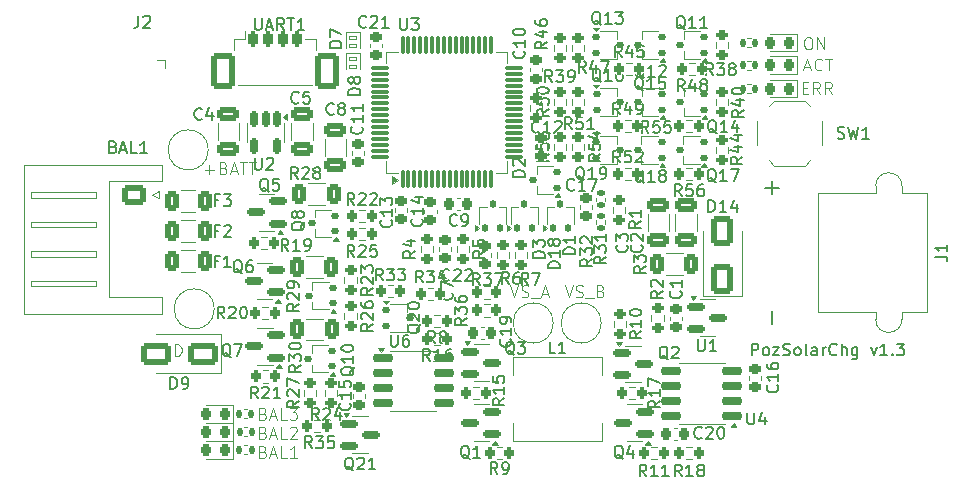
<source format=gbr>
%TF.GenerationSoftware,KiCad,Pcbnew,8.0.3*%
%TF.CreationDate,2024-07-07T18:19:15-07:00*%
%TF.ProjectId,JPBms2,4a50426d-7332-42e6-9b69-6361645f7063,rev?*%
%TF.SameCoordinates,Original*%
%TF.FileFunction,Legend,Top*%
%TF.FilePolarity,Positive*%
%FSLAX46Y46*%
G04 Gerber Fmt 4.6, Leading zero omitted, Abs format (unit mm)*
G04 Created by KiCad (PCBNEW 8.0.3) date 2024-07-07 18:19:15*
%MOMM*%
%LPD*%
G01*
G04 APERTURE LIST*
G04 Aperture macros list*
%AMRoundRect*
0 Rectangle with rounded corners*
0 $1 Rounding radius*
0 $2 $3 $4 $5 $6 $7 $8 $9 X,Y pos of 4 corners*
0 Add a 4 corners polygon primitive as box body*
4,1,4,$2,$3,$4,$5,$6,$7,$8,$9,$2,$3,0*
0 Add four circle primitives for the rounded corners*
1,1,$1+$1,$2,$3*
1,1,$1+$1,$4,$5*
1,1,$1+$1,$6,$7*
1,1,$1+$1,$8,$9*
0 Add four rect primitives between the rounded corners*
20,1,$1+$1,$2,$3,$4,$5,0*
20,1,$1+$1,$4,$5,$6,$7,0*
20,1,$1+$1,$6,$7,$8,$9,0*
20,1,$1+$1,$8,$9,$2,$3,0*%
G04 Aperture macros list end*
%ADD10C,0.100000*%
%ADD11C,0.150000*%
%ADD12C,0.120000*%
%ADD13RoundRect,0.250000X1.000000X0.650000X-1.000000X0.650000X-1.000000X-0.650000X1.000000X-0.650000X0*%
%ADD14RoundRect,0.218750X0.218750X0.256250X-0.218750X0.256250X-0.218750X-0.256250X0.218750X-0.256250X0*%
%ADD15RoundRect,0.150000X0.725000X0.150000X-0.725000X0.150000X-0.725000X-0.150000X0.725000X-0.150000X0*%
%ADD16RoundRect,0.200000X-0.200000X-0.275000X0.200000X-0.275000X0.200000X0.275000X-0.200000X0.275000X0*%
%ADD17RoundRect,0.225000X-0.250000X0.225000X-0.250000X-0.225000X0.250000X-0.225000X0.250000X0.225000X0*%
%ADD18RoundRect,0.225000X0.225000X0.250000X-0.225000X0.250000X-0.225000X-0.250000X0.225000X-0.250000X0*%
%ADD19RoundRect,0.112500X0.237500X-0.112500X0.237500X0.112500X-0.237500X0.112500X-0.237500X-0.112500X0*%
%ADD20RoundRect,0.150000X-0.587500X-0.150000X0.587500X-0.150000X0.587500X0.150000X-0.587500X0.150000X0*%
%ADD21R,2.350000X3.500000*%
%ADD22RoundRect,0.225000X0.250000X-0.225000X0.250000X0.225000X-0.250000X0.225000X-0.250000X-0.225000X0*%
%ADD23RoundRect,0.250000X-0.375000X-0.625000X0.375000X-0.625000X0.375000X0.625000X-0.375000X0.625000X0*%
%ADD24RoundRect,0.200000X0.200000X0.275000X-0.200000X0.275000X-0.200000X-0.275000X0.200000X-0.275000X0*%
%ADD25RoundRect,0.250000X0.650000X-0.325000X0.650000X0.325000X-0.650000X0.325000X-0.650000X-0.325000X0*%
%ADD26C,1.400000*%
%ADD27R,3.500000X3.500000*%
%ADD28C,3.500000*%
%ADD29RoundRect,0.135000X0.135000X0.185000X-0.135000X0.185000X-0.135000X-0.185000X0.135000X-0.185000X0*%
%ADD30C,2.374900*%
%ADD31C,0.990600*%
%ADD32C,0.787400*%
%ADD33RoundRect,0.250000X-0.725000X0.600000X-0.725000X-0.600000X0.725000X-0.600000X0.725000X0.600000X0*%
%ADD34O,1.950000X1.700000*%
%ADD35C,3.200000*%
%ADD36RoundRect,0.250000X-0.312500X-0.625000X0.312500X-0.625000X0.312500X0.625000X-0.312500X0.625000X0*%
%ADD37RoundRect,0.112500X-0.237500X0.112500X-0.237500X-0.112500X0.237500X-0.112500X0.237500X0.112500X0*%
%ADD38RoundRect,0.200000X0.275000X-0.200000X0.275000X0.200000X-0.275000X0.200000X-0.275000X-0.200000X0*%
%ADD39RoundRect,0.200000X-0.275000X0.200000X-0.275000X-0.200000X0.275000X-0.200000X0.275000X0.200000X0*%
%ADD40RoundRect,0.135000X-0.135000X-0.185000X0.135000X-0.185000X0.135000X0.185000X-0.135000X0.185000X0*%
%ADD41RoundRect,0.150000X-0.150000X0.512500X-0.150000X-0.512500X0.150000X-0.512500X0.150000X0.512500X0*%
%ADD42C,3.000000*%
%ADD43RoundRect,0.250000X-0.650000X0.325000X-0.650000X-0.325000X0.650000X-0.325000X0.650000X0.325000X0*%
%ADD44RoundRect,0.112500X-0.112500X-0.237500X0.112500X-0.237500X0.112500X0.237500X-0.112500X0.237500X0*%
%ADD45RoundRect,0.150000X0.587500X0.150000X-0.587500X0.150000X-0.587500X-0.150000X0.587500X-0.150000X0*%
%ADD46RoundRect,0.200000X-0.200000X-0.450000X0.200000X-0.450000X0.200000X0.450000X-0.200000X0.450000X0*%
%ADD47RoundRect,0.250001X-0.799999X-1.249999X0.799999X-1.249999X0.799999X1.249999X-0.799999X1.249999X0*%
%ADD48RoundRect,0.135000X0.185000X-0.135000X0.185000X0.135000X-0.185000X0.135000X-0.185000X-0.135000X0*%
%ADD49RoundRect,0.250000X0.650000X-1.000000X0.650000X1.000000X-0.650000X1.000000X-0.650000X-1.000000X0*%
%ADD50RoundRect,0.225000X-0.225000X-0.250000X0.225000X-0.250000X0.225000X0.250000X-0.225000X0.250000X0*%
%ADD51RoundRect,0.050000X-0.300000X0.150000X-0.300000X-0.150000X0.300000X-0.150000X0.300000X0.150000X0*%
%ADD52RoundRect,0.150000X-0.725000X-0.150000X0.725000X-0.150000X0.725000X0.150000X-0.725000X0.150000X0*%
%ADD53RoundRect,0.075000X0.075000X-0.700000X0.075000X0.700000X-0.075000X0.700000X-0.075000X-0.700000X0*%
%ADD54RoundRect,0.075000X0.700000X-0.075000X0.700000X0.075000X-0.700000X0.075000X-0.700000X-0.075000X0*%
%ADD55R,1.000000X0.750000*%
G04 APERTURE END LIST*
D10*
X101227693Y-89920038D02*
X101132455Y-89872419D01*
X101132455Y-89872419D02*
X100989598Y-89872419D01*
X100989598Y-89872419D02*
X100846741Y-89920038D01*
X100846741Y-89920038D02*
X100751503Y-90015276D01*
X100751503Y-90015276D02*
X100703884Y-90110514D01*
X100703884Y-90110514D02*
X100656265Y-90300990D01*
X100656265Y-90300990D02*
X100656265Y-90443847D01*
X100656265Y-90443847D02*
X100703884Y-90634323D01*
X100703884Y-90634323D02*
X100751503Y-90729561D01*
X100751503Y-90729561D02*
X100846741Y-90824800D01*
X100846741Y-90824800D02*
X100989598Y-90872419D01*
X100989598Y-90872419D02*
X101084836Y-90872419D01*
X101084836Y-90872419D02*
X101227693Y-90824800D01*
X101227693Y-90824800D02*
X101275312Y-90777180D01*
X101275312Y-90777180D02*
X101275312Y-90443847D01*
X101275312Y-90443847D02*
X101084836Y-90443847D01*
X101703884Y-90872419D02*
X101703884Y-89872419D01*
X101703884Y-89872419D02*
X102275312Y-90872419D01*
X102275312Y-90872419D02*
X102275312Y-89872419D01*
X102751503Y-90872419D02*
X102751503Y-89872419D01*
X102751503Y-89872419D02*
X102989598Y-89872419D01*
X102989598Y-89872419D02*
X103132455Y-89920038D01*
X103132455Y-89920038D02*
X103227693Y-90015276D01*
X103227693Y-90015276D02*
X103275312Y-90110514D01*
X103275312Y-90110514D02*
X103322931Y-90300990D01*
X103322931Y-90300990D02*
X103322931Y-90443847D01*
X103322931Y-90443847D02*
X103275312Y-90634323D01*
X103275312Y-90634323D02*
X103227693Y-90729561D01*
X103227693Y-90729561D02*
X103132455Y-90824800D01*
X103132455Y-90824800D02*
X102989598Y-90872419D01*
X102989598Y-90872419D02*
X102751503Y-90872419D01*
X155903884Y-68148609D02*
X156237217Y-68148609D01*
X156380074Y-68672419D02*
X155903884Y-68672419D01*
X155903884Y-68672419D02*
X155903884Y-67672419D01*
X155903884Y-67672419D02*
X156380074Y-67672419D01*
X157380074Y-68672419D02*
X157046741Y-68196228D01*
X156808646Y-68672419D02*
X156808646Y-67672419D01*
X156808646Y-67672419D02*
X157189598Y-67672419D01*
X157189598Y-67672419D02*
X157284836Y-67720038D01*
X157284836Y-67720038D02*
X157332455Y-67767657D01*
X157332455Y-67767657D02*
X157380074Y-67862895D01*
X157380074Y-67862895D02*
X157380074Y-68005752D01*
X157380074Y-68005752D02*
X157332455Y-68100990D01*
X157332455Y-68100990D02*
X157284836Y-68148609D01*
X157284836Y-68148609D02*
X157189598Y-68196228D01*
X157189598Y-68196228D02*
X156808646Y-68196228D01*
X158380074Y-68672419D02*
X158046741Y-68196228D01*
X157808646Y-68672419D02*
X157808646Y-67672419D01*
X157808646Y-67672419D02*
X158189598Y-67672419D01*
X158189598Y-67672419D02*
X158284836Y-67720038D01*
X158284836Y-67720038D02*
X158332455Y-67767657D01*
X158332455Y-67767657D02*
X158380074Y-67862895D01*
X158380074Y-67862895D02*
X158380074Y-68005752D01*
X158380074Y-68005752D02*
X158332455Y-68100990D01*
X158332455Y-68100990D02*
X158284836Y-68148609D01*
X158284836Y-68148609D02*
X158189598Y-68196228D01*
X158189598Y-68196228D02*
X157808646Y-68196228D01*
X110237217Y-95728721D02*
X110380074Y-95776340D01*
X110380074Y-95776340D02*
X110427693Y-95823959D01*
X110427693Y-95823959D02*
X110475312Y-95919197D01*
X110475312Y-95919197D02*
X110475312Y-96062054D01*
X110475312Y-96062054D02*
X110427693Y-96157292D01*
X110427693Y-96157292D02*
X110380074Y-96204912D01*
X110380074Y-96204912D02*
X110284836Y-96252531D01*
X110284836Y-96252531D02*
X109903884Y-96252531D01*
X109903884Y-96252531D02*
X109903884Y-95252531D01*
X109903884Y-95252531D02*
X110237217Y-95252531D01*
X110237217Y-95252531D02*
X110332455Y-95300150D01*
X110332455Y-95300150D02*
X110380074Y-95347769D01*
X110380074Y-95347769D02*
X110427693Y-95443007D01*
X110427693Y-95443007D02*
X110427693Y-95538245D01*
X110427693Y-95538245D02*
X110380074Y-95633483D01*
X110380074Y-95633483D02*
X110332455Y-95681102D01*
X110332455Y-95681102D02*
X110237217Y-95728721D01*
X110237217Y-95728721D02*
X109903884Y-95728721D01*
X110856265Y-95966816D02*
X111332455Y-95966816D01*
X110761027Y-96252531D02*
X111094360Y-95252531D01*
X111094360Y-95252531D02*
X111427693Y-96252531D01*
X112237217Y-96252531D02*
X111761027Y-96252531D01*
X111761027Y-96252531D02*
X111761027Y-95252531D01*
X112475313Y-95252531D02*
X113094360Y-95252531D01*
X113094360Y-95252531D02*
X112761027Y-95633483D01*
X112761027Y-95633483D02*
X112903884Y-95633483D01*
X112903884Y-95633483D02*
X112999122Y-95681102D01*
X112999122Y-95681102D02*
X113046741Y-95728721D01*
X113046741Y-95728721D02*
X113094360Y-95823959D01*
X113094360Y-95823959D02*
X113094360Y-96062054D01*
X113094360Y-96062054D02*
X113046741Y-96157292D01*
X113046741Y-96157292D02*
X112999122Y-96204912D01*
X112999122Y-96204912D02*
X112903884Y-96252531D01*
X112903884Y-96252531D02*
X112618170Y-96252531D01*
X112618170Y-96252531D02*
X112522932Y-96204912D01*
X112522932Y-96204912D02*
X112475313Y-96157292D01*
X110237217Y-97338665D02*
X110380074Y-97386284D01*
X110380074Y-97386284D02*
X110427693Y-97433903D01*
X110427693Y-97433903D02*
X110475312Y-97529141D01*
X110475312Y-97529141D02*
X110475312Y-97671998D01*
X110475312Y-97671998D02*
X110427693Y-97767236D01*
X110427693Y-97767236D02*
X110380074Y-97814856D01*
X110380074Y-97814856D02*
X110284836Y-97862475D01*
X110284836Y-97862475D02*
X109903884Y-97862475D01*
X109903884Y-97862475D02*
X109903884Y-96862475D01*
X109903884Y-96862475D02*
X110237217Y-96862475D01*
X110237217Y-96862475D02*
X110332455Y-96910094D01*
X110332455Y-96910094D02*
X110380074Y-96957713D01*
X110380074Y-96957713D02*
X110427693Y-97052951D01*
X110427693Y-97052951D02*
X110427693Y-97148189D01*
X110427693Y-97148189D02*
X110380074Y-97243427D01*
X110380074Y-97243427D02*
X110332455Y-97291046D01*
X110332455Y-97291046D02*
X110237217Y-97338665D01*
X110237217Y-97338665D02*
X109903884Y-97338665D01*
X110856265Y-97576760D02*
X111332455Y-97576760D01*
X110761027Y-97862475D02*
X111094360Y-96862475D01*
X111094360Y-96862475D02*
X111427693Y-97862475D01*
X112237217Y-97862475D02*
X111761027Y-97862475D01*
X111761027Y-97862475D02*
X111761027Y-96862475D01*
X112522932Y-96957713D02*
X112570551Y-96910094D01*
X112570551Y-96910094D02*
X112665789Y-96862475D01*
X112665789Y-96862475D02*
X112903884Y-96862475D01*
X112903884Y-96862475D02*
X112999122Y-96910094D01*
X112999122Y-96910094D02*
X113046741Y-96957713D01*
X113046741Y-96957713D02*
X113094360Y-97052951D01*
X113094360Y-97052951D02*
X113094360Y-97148189D01*
X113094360Y-97148189D02*
X113046741Y-97291046D01*
X113046741Y-97291046D02*
X112475313Y-97862475D01*
X112475313Y-97862475D02*
X113094360Y-97862475D01*
X110237217Y-98948609D02*
X110380074Y-98996228D01*
X110380074Y-98996228D02*
X110427693Y-99043847D01*
X110427693Y-99043847D02*
X110475312Y-99139085D01*
X110475312Y-99139085D02*
X110475312Y-99281942D01*
X110475312Y-99281942D02*
X110427693Y-99377180D01*
X110427693Y-99377180D02*
X110380074Y-99424800D01*
X110380074Y-99424800D02*
X110284836Y-99472419D01*
X110284836Y-99472419D02*
X109903884Y-99472419D01*
X109903884Y-99472419D02*
X109903884Y-98472419D01*
X109903884Y-98472419D02*
X110237217Y-98472419D01*
X110237217Y-98472419D02*
X110332455Y-98520038D01*
X110332455Y-98520038D02*
X110380074Y-98567657D01*
X110380074Y-98567657D02*
X110427693Y-98662895D01*
X110427693Y-98662895D02*
X110427693Y-98758133D01*
X110427693Y-98758133D02*
X110380074Y-98853371D01*
X110380074Y-98853371D02*
X110332455Y-98900990D01*
X110332455Y-98900990D02*
X110237217Y-98948609D01*
X110237217Y-98948609D02*
X109903884Y-98948609D01*
X110856265Y-99186704D02*
X111332455Y-99186704D01*
X110761027Y-99472419D02*
X111094360Y-98472419D01*
X111094360Y-98472419D02*
X111427693Y-99472419D01*
X112237217Y-99472419D02*
X111761027Y-99472419D01*
X111761027Y-99472419D02*
X111761027Y-98472419D01*
X113094360Y-99472419D02*
X112522932Y-99472419D01*
X112808646Y-99472419D02*
X112808646Y-98472419D01*
X112808646Y-98472419D02*
X112713408Y-98615276D01*
X112713408Y-98615276D02*
X112618170Y-98710514D01*
X112618170Y-98710514D02*
X112522932Y-98758133D01*
X105303884Y-75091466D02*
X106065789Y-75091466D01*
X105684836Y-75472419D02*
X105684836Y-74710514D01*
X106875312Y-74948609D02*
X107018169Y-74996228D01*
X107018169Y-74996228D02*
X107065788Y-75043847D01*
X107065788Y-75043847D02*
X107113407Y-75139085D01*
X107113407Y-75139085D02*
X107113407Y-75281942D01*
X107113407Y-75281942D02*
X107065788Y-75377180D01*
X107065788Y-75377180D02*
X107018169Y-75424800D01*
X107018169Y-75424800D02*
X106922931Y-75472419D01*
X106922931Y-75472419D02*
X106541979Y-75472419D01*
X106541979Y-75472419D02*
X106541979Y-74472419D01*
X106541979Y-74472419D02*
X106875312Y-74472419D01*
X106875312Y-74472419D02*
X106970550Y-74520038D01*
X106970550Y-74520038D02*
X107018169Y-74567657D01*
X107018169Y-74567657D02*
X107065788Y-74662895D01*
X107065788Y-74662895D02*
X107065788Y-74758133D01*
X107065788Y-74758133D02*
X107018169Y-74853371D01*
X107018169Y-74853371D02*
X106970550Y-74900990D01*
X106970550Y-74900990D02*
X106875312Y-74948609D01*
X106875312Y-74948609D02*
X106541979Y-74948609D01*
X107494360Y-75186704D02*
X107970550Y-75186704D01*
X107399122Y-75472419D02*
X107732455Y-74472419D01*
X107732455Y-74472419D02*
X108065788Y-75472419D01*
X108256265Y-74472419D02*
X108827693Y-74472419D01*
X108541979Y-75472419D02*
X108541979Y-74472419D01*
X109018170Y-74472419D02*
X109589598Y-74472419D01*
X109303884Y-75472419D02*
X109303884Y-74472419D01*
X156056265Y-66386704D02*
X156532455Y-66386704D01*
X155961027Y-66672419D02*
X156294360Y-65672419D01*
X156294360Y-65672419D02*
X156627693Y-66672419D01*
X157532455Y-66577180D02*
X157484836Y-66624800D01*
X157484836Y-66624800D02*
X157341979Y-66672419D01*
X157341979Y-66672419D02*
X157246741Y-66672419D01*
X157246741Y-66672419D02*
X157103884Y-66624800D01*
X157103884Y-66624800D02*
X157008646Y-66529561D01*
X157008646Y-66529561D02*
X156961027Y-66434323D01*
X156961027Y-66434323D02*
X156913408Y-66243847D01*
X156913408Y-66243847D02*
X156913408Y-66100990D01*
X156913408Y-66100990D02*
X156961027Y-65910514D01*
X156961027Y-65910514D02*
X157008646Y-65815276D01*
X157008646Y-65815276D02*
X157103884Y-65720038D01*
X157103884Y-65720038D02*
X157246741Y-65672419D01*
X157246741Y-65672419D02*
X157341979Y-65672419D01*
X157341979Y-65672419D02*
X157484836Y-65720038D01*
X157484836Y-65720038D02*
X157532455Y-65767657D01*
X157818170Y-65672419D02*
X158389598Y-65672419D01*
X158103884Y-66672419D02*
X158103884Y-65672419D01*
D11*
X151593779Y-90801819D02*
X151593779Y-89801819D01*
X151593779Y-89801819D02*
X151974731Y-89801819D01*
X151974731Y-89801819D02*
X152069969Y-89849438D01*
X152069969Y-89849438D02*
X152117588Y-89897057D01*
X152117588Y-89897057D02*
X152165207Y-89992295D01*
X152165207Y-89992295D02*
X152165207Y-90135152D01*
X152165207Y-90135152D02*
X152117588Y-90230390D01*
X152117588Y-90230390D02*
X152069969Y-90278009D01*
X152069969Y-90278009D02*
X151974731Y-90325628D01*
X151974731Y-90325628D02*
X151593779Y-90325628D01*
X152736636Y-90801819D02*
X152641398Y-90754200D01*
X152641398Y-90754200D02*
X152593779Y-90706580D01*
X152593779Y-90706580D02*
X152546160Y-90611342D01*
X152546160Y-90611342D02*
X152546160Y-90325628D01*
X152546160Y-90325628D02*
X152593779Y-90230390D01*
X152593779Y-90230390D02*
X152641398Y-90182771D01*
X152641398Y-90182771D02*
X152736636Y-90135152D01*
X152736636Y-90135152D02*
X152879493Y-90135152D01*
X152879493Y-90135152D02*
X152974731Y-90182771D01*
X152974731Y-90182771D02*
X153022350Y-90230390D01*
X153022350Y-90230390D02*
X153069969Y-90325628D01*
X153069969Y-90325628D02*
X153069969Y-90611342D01*
X153069969Y-90611342D02*
X153022350Y-90706580D01*
X153022350Y-90706580D02*
X152974731Y-90754200D01*
X152974731Y-90754200D02*
X152879493Y-90801819D01*
X152879493Y-90801819D02*
X152736636Y-90801819D01*
X153403303Y-90135152D02*
X153927112Y-90135152D01*
X153927112Y-90135152D02*
X153403303Y-90801819D01*
X153403303Y-90801819D02*
X153927112Y-90801819D01*
X154260446Y-90754200D02*
X154403303Y-90801819D01*
X154403303Y-90801819D02*
X154641398Y-90801819D01*
X154641398Y-90801819D02*
X154736636Y-90754200D01*
X154736636Y-90754200D02*
X154784255Y-90706580D01*
X154784255Y-90706580D02*
X154831874Y-90611342D01*
X154831874Y-90611342D02*
X154831874Y-90516104D01*
X154831874Y-90516104D02*
X154784255Y-90420866D01*
X154784255Y-90420866D02*
X154736636Y-90373247D01*
X154736636Y-90373247D02*
X154641398Y-90325628D01*
X154641398Y-90325628D02*
X154450922Y-90278009D01*
X154450922Y-90278009D02*
X154355684Y-90230390D01*
X154355684Y-90230390D02*
X154308065Y-90182771D01*
X154308065Y-90182771D02*
X154260446Y-90087533D01*
X154260446Y-90087533D02*
X154260446Y-89992295D01*
X154260446Y-89992295D02*
X154308065Y-89897057D01*
X154308065Y-89897057D02*
X154355684Y-89849438D01*
X154355684Y-89849438D02*
X154450922Y-89801819D01*
X154450922Y-89801819D02*
X154689017Y-89801819D01*
X154689017Y-89801819D02*
X154831874Y-89849438D01*
X155403303Y-90801819D02*
X155308065Y-90754200D01*
X155308065Y-90754200D02*
X155260446Y-90706580D01*
X155260446Y-90706580D02*
X155212827Y-90611342D01*
X155212827Y-90611342D02*
X155212827Y-90325628D01*
X155212827Y-90325628D02*
X155260446Y-90230390D01*
X155260446Y-90230390D02*
X155308065Y-90182771D01*
X155308065Y-90182771D02*
X155403303Y-90135152D01*
X155403303Y-90135152D02*
X155546160Y-90135152D01*
X155546160Y-90135152D02*
X155641398Y-90182771D01*
X155641398Y-90182771D02*
X155689017Y-90230390D01*
X155689017Y-90230390D02*
X155736636Y-90325628D01*
X155736636Y-90325628D02*
X155736636Y-90611342D01*
X155736636Y-90611342D02*
X155689017Y-90706580D01*
X155689017Y-90706580D02*
X155641398Y-90754200D01*
X155641398Y-90754200D02*
X155546160Y-90801819D01*
X155546160Y-90801819D02*
X155403303Y-90801819D01*
X156308065Y-90801819D02*
X156212827Y-90754200D01*
X156212827Y-90754200D02*
X156165208Y-90658961D01*
X156165208Y-90658961D02*
X156165208Y-89801819D01*
X157117589Y-90801819D02*
X157117589Y-90278009D01*
X157117589Y-90278009D02*
X157069970Y-90182771D01*
X157069970Y-90182771D02*
X156974732Y-90135152D01*
X156974732Y-90135152D02*
X156784256Y-90135152D01*
X156784256Y-90135152D02*
X156689018Y-90182771D01*
X157117589Y-90754200D02*
X157022351Y-90801819D01*
X157022351Y-90801819D02*
X156784256Y-90801819D01*
X156784256Y-90801819D02*
X156689018Y-90754200D01*
X156689018Y-90754200D02*
X156641399Y-90658961D01*
X156641399Y-90658961D02*
X156641399Y-90563723D01*
X156641399Y-90563723D02*
X156689018Y-90468485D01*
X156689018Y-90468485D02*
X156784256Y-90420866D01*
X156784256Y-90420866D02*
X157022351Y-90420866D01*
X157022351Y-90420866D02*
X157117589Y-90373247D01*
X157593780Y-90801819D02*
X157593780Y-90135152D01*
X157593780Y-90325628D02*
X157641399Y-90230390D01*
X157641399Y-90230390D02*
X157689018Y-90182771D01*
X157689018Y-90182771D02*
X157784256Y-90135152D01*
X157784256Y-90135152D02*
X157879494Y-90135152D01*
X158784256Y-90706580D02*
X158736637Y-90754200D01*
X158736637Y-90754200D02*
X158593780Y-90801819D01*
X158593780Y-90801819D02*
X158498542Y-90801819D01*
X158498542Y-90801819D02*
X158355685Y-90754200D01*
X158355685Y-90754200D02*
X158260447Y-90658961D01*
X158260447Y-90658961D02*
X158212828Y-90563723D01*
X158212828Y-90563723D02*
X158165209Y-90373247D01*
X158165209Y-90373247D02*
X158165209Y-90230390D01*
X158165209Y-90230390D02*
X158212828Y-90039914D01*
X158212828Y-90039914D02*
X158260447Y-89944676D01*
X158260447Y-89944676D02*
X158355685Y-89849438D01*
X158355685Y-89849438D02*
X158498542Y-89801819D01*
X158498542Y-89801819D02*
X158593780Y-89801819D01*
X158593780Y-89801819D02*
X158736637Y-89849438D01*
X158736637Y-89849438D02*
X158784256Y-89897057D01*
X159212828Y-90801819D02*
X159212828Y-89801819D01*
X159641399Y-90801819D02*
X159641399Y-90278009D01*
X159641399Y-90278009D02*
X159593780Y-90182771D01*
X159593780Y-90182771D02*
X159498542Y-90135152D01*
X159498542Y-90135152D02*
X159355685Y-90135152D01*
X159355685Y-90135152D02*
X159260447Y-90182771D01*
X159260447Y-90182771D02*
X159212828Y-90230390D01*
X160546161Y-90135152D02*
X160546161Y-90944676D01*
X160546161Y-90944676D02*
X160498542Y-91039914D01*
X160498542Y-91039914D02*
X160450923Y-91087533D01*
X160450923Y-91087533D02*
X160355685Y-91135152D01*
X160355685Y-91135152D02*
X160212828Y-91135152D01*
X160212828Y-91135152D02*
X160117590Y-91087533D01*
X160546161Y-90754200D02*
X160450923Y-90801819D01*
X160450923Y-90801819D02*
X160260447Y-90801819D01*
X160260447Y-90801819D02*
X160165209Y-90754200D01*
X160165209Y-90754200D02*
X160117590Y-90706580D01*
X160117590Y-90706580D02*
X160069971Y-90611342D01*
X160069971Y-90611342D02*
X160069971Y-90325628D01*
X160069971Y-90325628D02*
X160117590Y-90230390D01*
X160117590Y-90230390D02*
X160165209Y-90182771D01*
X160165209Y-90182771D02*
X160260447Y-90135152D01*
X160260447Y-90135152D02*
X160450923Y-90135152D01*
X160450923Y-90135152D02*
X160546161Y-90182771D01*
X161689019Y-90135152D02*
X161927114Y-90801819D01*
X161927114Y-90801819D02*
X162165209Y-90135152D01*
X163069971Y-90801819D02*
X162498543Y-90801819D01*
X162784257Y-90801819D02*
X162784257Y-89801819D01*
X162784257Y-89801819D02*
X162689019Y-89944676D01*
X162689019Y-89944676D02*
X162593781Y-90039914D01*
X162593781Y-90039914D02*
X162498543Y-90087533D01*
X163498543Y-90706580D02*
X163546162Y-90754200D01*
X163546162Y-90754200D02*
X163498543Y-90801819D01*
X163498543Y-90801819D02*
X163450924Y-90754200D01*
X163450924Y-90754200D02*
X163498543Y-90706580D01*
X163498543Y-90706580D02*
X163498543Y-90801819D01*
X163879495Y-89801819D02*
X164498542Y-89801819D01*
X164498542Y-89801819D02*
X164165209Y-90182771D01*
X164165209Y-90182771D02*
X164308066Y-90182771D01*
X164308066Y-90182771D02*
X164403304Y-90230390D01*
X164403304Y-90230390D02*
X164450923Y-90278009D01*
X164450923Y-90278009D02*
X164498542Y-90373247D01*
X164498542Y-90373247D02*
X164498542Y-90611342D01*
X164498542Y-90611342D02*
X164450923Y-90706580D01*
X164450923Y-90706580D02*
X164403304Y-90754200D01*
X164403304Y-90754200D02*
X164308066Y-90801819D01*
X164308066Y-90801819D02*
X164022352Y-90801819D01*
X164022352Y-90801819D02*
X163927114Y-90754200D01*
X163927114Y-90754200D02*
X163879495Y-90706580D01*
D10*
X131161027Y-84872419D02*
X131494360Y-85872419D01*
X131494360Y-85872419D02*
X131827693Y-84872419D01*
X132113408Y-85824800D02*
X132256265Y-85872419D01*
X132256265Y-85872419D02*
X132494360Y-85872419D01*
X132494360Y-85872419D02*
X132589598Y-85824800D01*
X132589598Y-85824800D02*
X132637217Y-85777180D01*
X132637217Y-85777180D02*
X132684836Y-85681942D01*
X132684836Y-85681942D02*
X132684836Y-85586704D01*
X132684836Y-85586704D02*
X132637217Y-85491466D01*
X132637217Y-85491466D02*
X132589598Y-85443847D01*
X132589598Y-85443847D02*
X132494360Y-85396228D01*
X132494360Y-85396228D02*
X132303884Y-85348609D01*
X132303884Y-85348609D02*
X132208646Y-85300990D01*
X132208646Y-85300990D02*
X132161027Y-85253371D01*
X132161027Y-85253371D02*
X132113408Y-85158133D01*
X132113408Y-85158133D02*
X132113408Y-85062895D01*
X132113408Y-85062895D02*
X132161027Y-84967657D01*
X132161027Y-84967657D02*
X132208646Y-84920038D01*
X132208646Y-84920038D02*
X132303884Y-84872419D01*
X132303884Y-84872419D02*
X132541979Y-84872419D01*
X132541979Y-84872419D02*
X132684836Y-84920038D01*
X132875313Y-85967657D02*
X133637217Y-85967657D01*
X133827694Y-85586704D02*
X134303884Y-85586704D01*
X133732456Y-85872419D02*
X134065789Y-84872419D01*
X134065789Y-84872419D02*
X134399122Y-85872419D01*
X135761027Y-84872419D02*
X136094360Y-85872419D01*
X136094360Y-85872419D02*
X136427693Y-84872419D01*
X136713408Y-85824800D02*
X136856265Y-85872419D01*
X136856265Y-85872419D02*
X137094360Y-85872419D01*
X137094360Y-85872419D02*
X137189598Y-85824800D01*
X137189598Y-85824800D02*
X137237217Y-85777180D01*
X137237217Y-85777180D02*
X137284836Y-85681942D01*
X137284836Y-85681942D02*
X137284836Y-85586704D01*
X137284836Y-85586704D02*
X137237217Y-85491466D01*
X137237217Y-85491466D02*
X137189598Y-85443847D01*
X137189598Y-85443847D02*
X137094360Y-85396228D01*
X137094360Y-85396228D02*
X136903884Y-85348609D01*
X136903884Y-85348609D02*
X136808646Y-85300990D01*
X136808646Y-85300990D02*
X136761027Y-85253371D01*
X136761027Y-85253371D02*
X136713408Y-85158133D01*
X136713408Y-85158133D02*
X136713408Y-85062895D01*
X136713408Y-85062895D02*
X136761027Y-84967657D01*
X136761027Y-84967657D02*
X136808646Y-84920038D01*
X136808646Y-84920038D02*
X136903884Y-84872419D01*
X136903884Y-84872419D02*
X137141979Y-84872419D01*
X137141979Y-84872419D02*
X137284836Y-84920038D01*
X137475313Y-85967657D02*
X138237217Y-85967657D01*
X138808646Y-85348609D02*
X138951503Y-85396228D01*
X138951503Y-85396228D02*
X138999122Y-85443847D01*
X138999122Y-85443847D02*
X139046741Y-85539085D01*
X139046741Y-85539085D02*
X139046741Y-85681942D01*
X139046741Y-85681942D02*
X138999122Y-85777180D01*
X138999122Y-85777180D02*
X138951503Y-85824800D01*
X138951503Y-85824800D02*
X138856265Y-85872419D01*
X138856265Y-85872419D02*
X138475313Y-85872419D01*
X138475313Y-85872419D02*
X138475313Y-84872419D01*
X138475313Y-84872419D02*
X138808646Y-84872419D01*
X138808646Y-84872419D02*
X138903884Y-84920038D01*
X138903884Y-84920038D02*
X138951503Y-84967657D01*
X138951503Y-84967657D02*
X138999122Y-85062895D01*
X138999122Y-85062895D02*
X138999122Y-85158133D01*
X138999122Y-85158133D02*
X138951503Y-85253371D01*
X138951503Y-85253371D02*
X138903884Y-85300990D01*
X138903884Y-85300990D02*
X138808646Y-85348609D01*
X138808646Y-85348609D02*
X138475313Y-85348609D01*
X156294360Y-63872419D02*
X156484836Y-63872419D01*
X156484836Y-63872419D02*
X156580074Y-63920038D01*
X156580074Y-63920038D02*
X156675312Y-64015276D01*
X156675312Y-64015276D02*
X156722931Y-64205752D01*
X156722931Y-64205752D02*
X156722931Y-64539085D01*
X156722931Y-64539085D02*
X156675312Y-64729561D01*
X156675312Y-64729561D02*
X156580074Y-64824800D01*
X156580074Y-64824800D02*
X156484836Y-64872419D01*
X156484836Y-64872419D02*
X156294360Y-64872419D01*
X156294360Y-64872419D02*
X156199122Y-64824800D01*
X156199122Y-64824800D02*
X156103884Y-64729561D01*
X156103884Y-64729561D02*
X156056265Y-64539085D01*
X156056265Y-64539085D02*
X156056265Y-64205752D01*
X156056265Y-64205752D02*
X156103884Y-64015276D01*
X156103884Y-64015276D02*
X156199122Y-63920038D01*
X156199122Y-63920038D02*
X156294360Y-63872419D01*
X157151503Y-64872419D02*
X157151503Y-63872419D01*
X157151503Y-63872419D02*
X157722931Y-64872419D01*
X157722931Y-64872419D02*
X157722931Y-63872419D01*
D11*
X102385905Y-93632819D02*
X102385905Y-92632819D01*
X102385905Y-92632819D02*
X102624000Y-92632819D01*
X102624000Y-92632819D02*
X102766857Y-92680438D01*
X102766857Y-92680438D02*
X102862095Y-92775676D01*
X102862095Y-92775676D02*
X102909714Y-92870914D01*
X102909714Y-92870914D02*
X102957333Y-93061390D01*
X102957333Y-93061390D02*
X102957333Y-93204247D01*
X102957333Y-93204247D02*
X102909714Y-93394723D01*
X102909714Y-93394723D02*
X102862095Y-93489961D01*
X102862095Y-93489961D02*
X102766857Y-93585200D01*
X102766857Y-93585200D02*
X102624000Y-93632819D01*
X102624000Y-93632819D02*
X102385905Y-93632819D01*
X103433524Y-93632819D02*
X103624000Y-93632819D01*
X103624000Y-93632819D02*
X103719238Y-93585200D01*
X103719238Y-93585200D02*
X103766857Y-93537580D01*
X103766857Y-93537580D02*
X103862095Y-93394723D01*
X103862095Y-93394723D02*
X103909714Y-93204247D01*
X103909714Y-93204247D02*
X103909714Y-92823295D01*
X103909714Y-92823295D02*
X103862095Y-92728057D01*
X103862095Y-92728057D02*
X103814476Y-92680438D01*
X103814476Y-92680438D02*
X103719238Y-92632819D01*
X103719238Y-92632819D02*
X103528762Y-92632819D01*
X103528762Y-92632819D02*
X103433524Y-92680438D01*
X103433524Y-92680438D02*
X103385905Y-92728057D01*
X103385905Y-92728057D02*
X103338286Y-92823295D01*
X103338286Y-92823295D02*
X103338286Y-93061390D01*
X103338286Y-93061390D02*
X103385905Y-93156628D01*
X103385905Y-93156628D02*
X103433524Y-93204247D01*
X103433524Y-93204247D02*
X103528762Y-93251866D01*
X103528762Y-93251866D02*
X103719238Y-93251866D01*
X103719238Y-93251866D02*
X103814476Y-93204247D01*
X103814476Y-93204247D02*
X103862095Y-93156628D01*
X103862095Y-93156628D02*
X103909714Y-93061390D01*
X151238095Y-95654819D02*
X151238095Y-96464342D01*
X151238095Y-96464342D02*
X151285714Y-96559580D01*
X151285714Y-96559580D02*
X151333333Y-96607200D01*
X151333333Y-96607200D02*
X151428571Y-96654819D01*
X151428571Y-96654819D02*
X151619047Y-96654819D01*
X151619047Y-96654819D02*
X151714285Y-96607200D01*
X151714285Y-96607200D02*
X151761904Y-96559580D01*
X151761904Y-96559580D02*
X151809523Y-96464342D01*
X151809523Y-96464342D02*
X151809523Y-95654819D01*
X152714285Y-95988152D02*
X152714285Y-96654819D01*
X152476190Y-95607200D02*
X152238095Y-96321485D01*
X152238095Y-96321485D02*
X152857142Y-96321485D01*
X130072333Y-100854819D02*
X129739000Y-100378628D01*
X129500905Y-100854819D02*
X129500905Y-99854819D01*
X129500905Y-99854819D02*
X129881857Y-99854819D01*
X129881857Y-99854819D02*
X129977095Y-99902438D01*
X129977095Y-99902438D02*
X130024714Y-99950057D01*
X130024714Y-99950057D02*
X130072333Y-100045295D01*
X130072333Y-100045295D02*
X130072333Y-100188152D01*
X130072333Y-100188152D02*
X130024714Y-100283390D01*
X130024714Y-100283390D02*
X129977095Y-100331009D01*
X129977095Y-100331009D02*
X129881857Y-100378628D01*
X129881857Y-100378628D02*
X129500905Y-100378628D01*
X130548524Y-100854819D02*
X130739000Y-100854819D01*
X130739000Y-100854819D02*
X130834238Y-100807200D01*
X130834238Y-100807200D02*
X130881857Y-100759580D01*
X130881857Y-100759580D02*
X130977095Y-100616723D01*
X130977095Y-100616723D02*
X131024714Y-100426247D01*
X131024714Y-100426247D02*
X131024714Y-100045295D01*
X131024714Y-100045295D02*
X130977095Y-99950057D01*
X130977095Y-99950057D02*
X130929476Y-99902438D01*
X130929476Y-99902438D02*
X130834238Y-99854819D01*
X130834238Y-99854819D02*
X130643762Y-99854819D01*
X130643762Y-99854819D02*
X130548524Y-99902438D01*
X130548524Y-99902438D02*
X130500905Y-99950057D01*
X130500905Y-99950057D02*
X130453286Y-100045295D01*
X130453286Y-100045295D02*
X130453286Y-100283390D01*
X130453286Y-100283390D02*
X130500905Y-100378628D01*
X130500905Y-100378628D02*
X130548524Y-100426247D01*
X130548524Y-100426247D02*
X130643762Y-100473866D01*
X130643762Y-100473866D02*
X130834238Y-100473866D01*
X130834238Y-100473866D02*
X130929476Y-100426247D01*
X130929476Y-100426247D02*
X130977095Y-100378628D01*
X130977095Y-100378628D02*
X131024714Y-100283390D01*
X126007142Y-84409580D02*
X125959523Y-84457200D01*
X125959523Y-84457200D02*
X125816666Y-84504819D01*
X125816666Y-84504819D02*
X125721428Y-84504819D01*
X125721428Y-84504819D02*
X125578571Y-84457200D01*
X125578571Y-84457200D02*
X125483333Y-84361961D01*
X125483333Y-84361961D02*
X125435714Y-84266723D01*
X125435714Y-84266723D02*
X125388095Y-84076247D01*
X125388095Y-84076247D02*
X125388095Y-83933390D01*
X125388095Y-83933390D02*
X125435714Y-83742914D01*
X125435714Y-83742914D02*
X125483333Y-83647676D01*
X125483333Y-83647676D02*
X125578571Y-83552438D01*
X125578571Y-83552438D02*
X125721428Y-83504819D01*
X125721428Y-83504819D02*
X125816666Y-83504819D01*
X125816666Y-83504819D02*
X125959523Y-83552438D01*
X125959523Y-83552438D02*
X126007142Y-83600057D01*
X126388095Y-83600057D02*
X126435714Y-83552438D01*
X126435714Y-83552438D02*
X126530952Y-83504819D01*
X126530952Y-83504819D02*
X126769047Y-83504819D01*
X126769047Y-83504819D02*
X126864285Y-83552438D01*
X126864285Y-83552438D02*
X126911904Y-83600057D01*
X126911904Y-83600057D02*
X126959523Y-83695295D01*
X126959523Y-83695295D02*
X126959523Y-83790533D01*
X126959523Y-83790533D02*
X126911904Y-83933390D01*
X126911904Y-83933390D02*
X126340476Y-84504819D01*
X126340476Y-84504819D02*
X126959523Y-84504819D01*
X127340476Y-83600057D02*
X127388095Y-83552438D01*
X127388095Y-83552438D02*
X127483333Y-83504819D01*
X127483333Y-83504819D02*
X127721428Y-83504819D01*
X127721428Y-83504819D02*
X127816666Y-83552438D01*
X127816666Y-83552438D02*
X127864285Y-83600057D01*
X127864285Y-83600057D02*
X127911904Y-83695295D01*
X127911904Y-83695295D02*
X127911904Y-83790533D01*
X127911904Y-83790533D02*
X127864285Y-83933390D01*
X127864285Y-83933390D02*
X127292857Y-84504819D01*
X127292857Y-84504819D02*
X127911904Y-84504819D01*
X131159580Y-89442857D02*
X131207200Y-89490476D01*
X131207200Y-89490476D02*
X131254819Y-89633333D01*
X131254819Y-89633333D02*
X131254819Y-89728571D01*
X131254819Y-89728571D02*
X131207200Y-89871428D01*
X131207200Y-89871428D02*
X131111961Y-89966666D01*
X131111961Y-89966666D02*
X131016723Y-90014285D01*
X131016723Y-90014285D02*
X130826247Y-90061904D01*
X130826247Y-90061904D02*
X130683390Y-90061904D01*
X130683390Y-90061904D02*
X130492914Y-90014285D01*
X130492914Y-90014285D02*
X130397676Y-89966666D01*
X130397676Y-89966666D02*
X130302438Y-89871428D01*
X130302438Y-89871428D02*
X130254819Y-89728571D01*
X130254819Y-89728571D02*
X130254819Y-89633333D01*
X130254819Y-89633333D02*
X130302438Y-89490476D01*
X130302438Y-89490476D02*
X130350057Y-89442857D01*
X131254819Y-88490476D02*
X131254819Y-89061904D01*
X131254819Y-88776190D02*
X130254819Y-88776190D01*
X130254819Y-88776190D02*
X130397676Y-88871428D01*
X130397676Y-88871428D02*
X130492914Y-88966666D01*
X130492914Y-88966666D02*
X130540533Y-89061904D01*
X131254819Y-88014285D02*
X131254819Y-87823809D01*
X131254819Y-87823809D02*
X131207200Y-87728571D01*
X131207200Y-87728571D02*
X131159580Y-87680952D01*
X131159580Y-87680952D02*
X131016723Y-87585714D01*
X131016723Y-87585714D02*
X130826247Y-87538095D01*
X130826247Y-87538095D02*
X130445295Y-87538095D01*
X130445295Y-87538095D02*
X130350057Y-87585714D01*
X130350057Y-87585714D02*
X130302438Y-87633333D01*
X130302438Y-87633333D02*
X130254819Y-87728571D01*
X130254819Y-87728571D02*
X130254819Y-87919047D01*
X130254819Y-87919047D02*
X130302438Y-88014285D01*
X130302438Y-88014285D02*
X130350057Y-88061904D01*
X130350057Y-88061904D02*
X130445295Y-88109523D01*
X130445295Y-88109523D02*
X130683390Y-88109523D01*
X130683390Y-88109523D02*
X130778628Y-88061904D01*
X130778628Y-88061904D02*
X130826247Y-88014285D01*
X130826247Y-88014285D02*
X130873866Y-87919047D01*
X130873866Y-87919047D02*
X130873866Y-87728571D01*
X130873866Y-87728571D02*
X130826247Y-87633333D01*
X130826247Y-87633333D02*
X130778628Y-87585714D01*
X130778628Y-87585714D02*
X130683390Y-87538095D01*
X132366819Y-75684094D02*
X131366819Y-75684094D01*
X131366819Y-75684094D02*
X131366819Y-75445999D01*
X131366819Y-75445999D02*
X131414438Y-75303142D01*
X131414438Y-75303142D02*
X131509676Y-75207904D01*
X131509676Y-75207904D02*
X131604914Y-75160285D01*
X131604914Y-75160285D02*
X131795390Y-75112666D01*
X131795390Y-75112666D02*
X131938247Y-75112666D01*
X131938247Y-75112666D02*
X132128723Y-75160285D01*
X132128723Y-75160285D02*
X132223961Y-75207904D01*
X132223961Y-75207904D02*
X132319200Y-75303142D01*
X132319200Y-75303142D02*
X132366819Y-75445999D01*
X132366819Y-75445999D02*
X132366819Y-75684094D01*
X131462057Y-74731713D02*
X131414438Y-74684094D01*
X131414438Y-74684094D02*
X131366819Y-74588856D01*
X131366819Y-74588856D02*
X131366819Y-74350761D01*
X131366819Y-74350761D02*
X131414438Y-74255523D01*
X131414438Y-74255523D02*
X131462057Y-74207904D01*
X131462057Y-74207904D02*
X131557295Y-74160285D01*
X131557295Y-74160285D02*
X131652533Y-74160285D01*
X131652533Y-74160285D02*
X131795390Y-74207904D01*
X131795390Y-74207904D02*
X132366819Y-74779332D01*
X132366819Y-74779332D02*
X132366819Y-74160285D01*
X147038095Y-89454819D02*
X147038095Y-90264342D01*
X147038095Y-90264342D02*
X147085714Y-90359580D01*
X147085714Y-90359580D02*
X147133333Y-90407200D01*
X147133333Y-90407200D02*
X147228571Y-90454819D01*
X147228571Y-90454819D02*
X147419047Y-90454819D01*
X147419047Y-90454819D02*
X147514285Y-90407200D01*
X147514285Y-90407200D02*
X147561904Y-90359580D01*
X147561904Y-90359580D02*
X147609523Y-90264342D01*
X147609523Y-90264342D02*
X147609523Y-89454819D01*
X148609523Y-90454819D02*
X148038095Y-90454819D01*
X148323809Y-90454819D02*
X148323809Y-89454819D01*
X148323809Y-89454819D02*
X148228571Y-89597676D01*
X148228571Y-89597676D02*
X148133333Y-89692914D01*
X148133333Y-89692914D02*
X148038095Y-89740533D01*
X134961333Y-90642819D02*
X134485143Y-90642819D01*
X134485143Y-90642819D02*
X134485143Y-89642819D01*
X135818476Y-90642819D02*
X135247048Y-90642819D01*
X135532762Y-90642819D02*
X135532762Y-89642819D01*
X135532762Y-89642819D02*
X135437524Y-89785676D01*
X135437524Y-89785676D02*
X135342286Y-89880914D01*
X135342286Y-89880914D02*
X135247048Y-89928533D01*
X112357142Y-81955929D02*
X112023809Y-81479738D01*
X111785714Y-81955929D02*
X111785714Y-80955929D01*
X111785714Y-80955929D02*
X112166666Y-80955929D01*
X112166666Y-80955929D02*
X112261904Y-81003548D01*
X112261904Y-81003548D02*
X112309523Y-81051167D01*
X112309523Y-81051167D02*
X112357142Y-81146405D01*
X112357142Y-81146405D02*
X112357142Y-81289262D01*
X112357142Y-81289262D02*
X112309523Y-81384500D01*
X112309523Y-81384500D02*
X112261904Y-81432119D01*
X112261904Y-81432119D02*
X112166666Y-81479738D01*
X112166666Y-81479738D02*
X111785714Y-81479738D01*
X113309523Y-81955929D02*
X112738095Y-81955929D01*
X113023809Y-81955929D02*
X113023809Y-80955929D01*
X113023809Y-80955929D02*
X112928571Y-81098786D01*
X112928571Y-81098786D02*
X112833333Y-81194024D01*
X112833333Y-81194024D02*
X112738095Y-81241643D01*
X113785714Y-81955929D02*
X113976190Y-81955929D01*
X113976190Y-81955929D02*
X114071428Y-81908310D01*
X114071428Y-81908310D02*
X114119047Y-81860690D01*
X114119047Y-81860690D02*
X114214285Y-81717833D01*
X114214285Y-81717833D02*
X114261904Y-81527357D01*
X114261904Y-81527357D02*
X114261904Y-81146405D01*
X114261904Y-81146405D02*
X114214285Y-81051167D01*
X114214285Y-81051167D02*
X114166666Y-81003548D01*
X114166666Y-81003548D02*
X114071428Y-80955929D01*
X114071428Y-80955929D02*
X113880952Y-80955929D01*
X113880952Y-80955929D02*
X113785714Y-81003548D01*
X113785714Y-81003548D02*
X113738095Y-81051167D01*
X113738095Y-81051167D02*
X113690476Y-81146405D01*
X113690476Y-81146405D02*
X113690476Y-81384500D01*
X113690476Y-81384500D02*
X113738095Y-81479738D01*
X113738095Y-81479738D02*
X113785714Y-81527357D01*
X113785714Y-81527357D02*
X113880952Y-81574976D01*
X113880952Y-81574976D02*
X114071428Y-81574976D01*
X114071428Y-81574976D02*
X114166666Y-81527357D01*
X114166666Y-81527357D02*
X114214285Y-81479738D01*
X114214285Y-81479738D02*
X114261904Y-81384500D01*
X117559580Y-94842857D02*
X117607200Y-94890476D01*
X117607200Y-94890476D02*
X117654819Y-95033333D01*
X117654819Y-95033333D02*
X117654819Y-95128571D01*
X117654819Y-95128571D02*
X117607200Y-95271428D01*
X117607200Y-95271428D02*
X117511961Y-95366666D01*
X117511961Y-95366666D02*
X117416723Y-95414285D01*
X117416723Y-95414285D02*
X117226247Y-95461904D01*
X117226247Y-95461904D02*
X117083390Y-95461904D01*
X117083390Y-95461904D02*
X116892914Y-95414285D01*
X116892914Y-95414285D02*
X116797676Y-95366666D01*
X116797676Y-95366666D02*
X116702438Y-95271428D01*
X116702438Y-95271428D02*
X116654819Y-95128571D01*
X116654819Y-95128571D02*
X116654819Y-95033333D01*
X116654819Y-95033333D02*
X116702438Y-94890476D01*
X116702438Y-94890476D02*
X116750057Y-94842857D01*
X117654819Y-93890476D02*
X117654819Y-94461904D01*
X117654819Y-94176190D02*
X116654819Y-94176190D01*
X116654819Y-94176190D02*
X116797676Y-94271428D01*
X116797676Y-94271428D02*
X116892914Y-94366666D01*
X116892914Y-94366666D02*
X116940533Y-94461904D01*
X116654819Y-92985714D02*
X116654819Y-93461904D01*
X116654819Y-93461904D02*
X117131009Y-93509523D01*
X117131009Y-93509523D02*
X117083390Y-93461904D01*
X117083390Y-93461904D02*
X117035771Y-93366666D01*
X117035771Y-93366666D02*
X117035771Y-93128571D01*
X117035771Y-93128571D02*
X117083390Y-93033333D01*
X117083390Y-93033333D02*
X117131009Y-92985714D01*
X117131009Y-92985714D02*
X117226247Y-92938095D01*
X117226247Y-92938095D02*
X117464342Y-92938095D01*
X117464342Y-92938095D02*
X117559580Y-92985714D01*
X117559580Y-92985714D02*
X117607200Y-93033333D01*
X117607200Y-93033333D02*
X117654819Y-93128571D01*
X117654819Y-93128571D02*
X117654819Y-93366666D01*
X117654819Y-93366666D02*
X117607200Y-93461904D01*
X117607200Y-93461904D02*
X117559580Y-93509523D01*
X106450666Y-80239009D02*
X106117333Y-80239009D01*
X106117333Y-80762819D02*
X106117333Y-79762819D01*
X106117333Y-79762819D02*
X106593523Y-79762819D01*
X106926857Y-79858057D02*
X106974476Y-79810438D01*
X106974476Y-79810438D02*
X107069714Y-79762819D01*
X107069714Y-79762819D02*
X107307809Y-79762819D01*
X107307809Y-79762819D02*
X107403047Y-79810438D01*
X107403047Y-79810438D02*
X107450666Y-79858057D01*
X107450666Y-79858057D02*
X107498285Y-79953295D01*
X107498285Y-79953295D02*
X107498285Y-80048533D01*
X107498285Y-80048533D02*
X107450666Y-80191390D01*
X107450666Y-80191390D02*
X106879238Y-80762819D01*
X106879238Y-80762819D02*
X107498285Y-80762819D01*
X127454819Y-87642857D02*
X126978628Y-87976190D01*
X127454819Y-88214285D02*
X126454819Y-88214285D01*
X126454819Y-88214285D02*
X126454819Y-87833333D01*
X126454819Y-87833333D02*
X126502438Y-87738095D01*
X126502438Y-87738095D02*
X126550057Y-87690476D01*
X126550057Y-87690476D02*
X126645295Y-87642857D01*
X126645295Y-87642857D02*
X126788152Y-87642857D01*
X126788152Y-87642857D02*
X126883390Y-87690476D01*
X126883390Y-87690476D02*
X126931009Y-87738095D01*
X126931009Y-87738095D02*
X126978628Y-87833333D01*
X126978628Y-87833333D02*
X126978628Y-88214285D01*
X126454819Y-87309523D02*
X126454819Y-86690476D01*
X126454819Y-86690476D02*
X126835771Y-87023809D01*
X126835771Y-87023809D02*
X126835771Y-86880952D01*
X126835771Y-86880952D02*
X126883390Y-86785714D01*
X126883390Y-86785714D02*
X126931009Y-86738095D01*
X126931009Y-86738095D02*
X127026247Y-86690476D01*
X127026247Y-86690476D02*
X127264342Y-86690476D01*
X127264342Y-86690476D02*
X127359580Y-86738095D01*
X127359580Y-86738095D02*
X127407200Y-86785714D01*
X127407200Y-86785714D02*
X127454819Y-86880952D01*
X127454819Y-86880952D02*
X127454819Y-87166666D01*
X127454819Y-87166666D02*
X127407200Y-87261904D01*
X127407200Y-87261904D02*
X127359580Y-87309523D01*
X126454819Y-85833333D02*
X126454819Y-86023809D01*
X126454819Y-86023809D02*
X126502438Y-86119047D01*
X126502438Y-86119047D02*
X126550057Y-86166666D01*
X126550057Y-86166666D02*
X126692914Y-86261904D01*
X126692914Y-86261904D02*
X126883390Y-86309523D01*
X126883390Y-86309523D02*
X127264342Y-86309523D01*
X127264342Y-86309523D02*
X127359580Y-86261904D01*
X127359580Y-86261904D02*
X127407200Y-86214285D01*
X127407200Y-86214285D02*
X127454819Y-86119047D01*
X127454819Y-86119047D02*
X127454819Y-85928571D01*
X127454819Y-85928571D02*
X127407200Y-85833333D01*
X127407200Y-85833333D02*
X127359580Y-85785714D01*
X127359580Y-85785714D02*
X127264342Y-85738095D01*
X127264342Y-85738095D02*
X127026247Y-85738095D01*
X127026247Y-85738095D02*
X126931009Y-85785714D01*
X126931009Y-85785714D02*
X126883390Y-85833333D01*
X126883390Y-85833333D02*
X126835771Y-85928571D01*
X126835771Y-85928571D02*
X126835771Y-86119047D01*
X126835771Y-86119047D02*
X126883390Y-86214285D01*
X126883390Y-86214285D02*
X126931009Y-86261904D01*
X126931009Y-86261904D02*
X127026247Y-86309523D01*
X105033333Y-70759580D02*
X104985714Y-70807200D01*
X104985714Y-70807200D02*
X104842857Y-70854819D01*
X104842857Y-70854819D02*
X104747619Y-70854819D01*
X104747619Y-70854819D02*
X104604762Y-70807200D01*
X104604762Y-70807200D02*
X104509524Y-70711961D01*
X104509524Y-70711961D02*
X104461905Y-70616723D01*
X104461905Y-70616723D02*
X104414286Y-70426247D01*
X104414286Y-70426247D02*
X104414286Y-70283390D01*
X104414286Y-70283390D02*
X104461905Y-70092914D01*
X104461905Y-70092914D02*
X104509524Y-69997676D01*
X104509524Y-69997676D02*
X104604762Y-69902438D01*
X104604762Y-69902438D02*
X104747619Y-69854819D01*
X104747619Y-69854819D02*
X104842857Y-69854819D01*
X104842857Y-69854819D02*
X104985714Y-69902438D01*
X104985714Y-69902438D02*
X105033333Y-69950057D01*
X105890476Y-70188152D02*
X105890476Y-70854819D01*
X105652381Y-69807200D02*
X105414286Y-70521485D01*
X105414286Y-70521485D02*
X106033333Y-70521485D01*
X130654819Y-94442857D02*
X130178628Y-94776190D01*
X130654819Y-95014285D02*
X129654819Y-95014285D01*
X129654819Y-95014285D02*
X129654819Y-94633333D01*
X129654819Y-94633333D02*
X129702438Y-94538095D01*
X129702438Y-94538095D02*
X129750057Y-94490476D01*
X129750057Y-94490476D02*
X129845295Y-94442857D01*
X129845295Y-94442857D02*
X129988152Y-94442857D01*
X129988152Y-94442857D02*
X130083390Y-94490476D01*
X130083390Y-94490476D02*
X130131009Y-94538095D01*
X130131009Y-94538095D02*
X130178628Y-94633333D01*
X130178628Y-94633333D02*
X130178628Y-95014285D01*
X130654819Y-93490476D02*
X130654819Y-94061904D01*
X130654819Y-93776190D02*
X129654819Y-93776190D01*
X129654819Y-93776190D02*
X129797676Y-93871428D01*
X129797676Y-93871428D02*
X129892914Y-93966666D01*
X129892914Y-93966666D02*
X129940533Y-94061904D01*
X129654819Y-92585714D02*
X129654819Y-93061904D01*
X129654819Y-93061904D02*
X130131009Y-93109523D01*
X130131009Y-93109523D02*
X130083390Y-93061904D01*
X130083390Y-93061904D02*
X130035771Y-92966666D01*
X130035771Y-92966666D02*
X130035771Y-92728571D01*
X130035771Y-92728571D02*
X130083390Y-92633333D01*
X130083390Y-92633333D02*
X130131009Y-92585714D01*
X130131009Y-92585714D02*
X130226247Y-92538095D01*
X130226247Y-92538095D02*
X130464342Y-92538095D01*
X130464342Y-92538095D02*
X130559580Y-92585714D01*
X130559580Y-92585714D02*
X130607200Y-92633333D01*
X130607200Y-92633333D02*
X130654819Y-92728571D01*
X130654819Y-92728571D02*
X130654819Y-92966666D01*
X130654819Y-92966666D02*
X130607200Y-93061904D01*
X130607200Y-93061904D02*
X130559580Y-93109523D01*
X142480571Y-67316057D02*
X142385333Y-67268438D01*
X142385333Y-67268438D02*
X142290095Y-67173200D01*
X142290095Y-67173200D02*
X142147238Y-67030342D01*
X142147238Y-67030342D02*
X142052000Y-66982723D01*
X142052000Y-66982723D02*
X141956762Y-66982723D01*
X142004381Y-67220819D02*
X141909143Y-67173200D01*
X141909143Y-67173200D02*
X141813905Y-67077961D01*
X141813905Y-67077961D02*
X141766286Y-66887485D01*
X141766286Y-66887485D02*
X141766286Y-66554152D01*
X141766286Y-66554152D02*
X141813905Y-66363676D01*
X141813905Y-66363676D02*
X141909143Y-66268438D01*
X141909143Y-66268438D02*
X142004381Y-66220819D01*
X142004381Y-66220819D02*
X142194857Y-66220819D01*
X142194857Y-66220819D02*
X142290095Y-66268438D01*
X142290095Y-66268438D02*
X142385333Y-66363676D01*
X142385333Y-66363676D02*
X142432952Y-66554152D01*
X142432952Y-66554152D02*
X142432952Y-66887485D01*
X142432952Y-66887485D02*
X142385333Y-67077961D01*
X142385333Y-67077961D02*
X142290095Y-67173200D01*
X142290095Y-67173200D02*
X142194857Y-67220819D01*
X142194857Y-67220819D02*
X142004381Y-67220819D01*
X143385333Y-67220819D02*
X142813905Y-67220819D01*
X143099619Y-67220819D02*
X143099619Y-66220819D01*
X143099619Y-66220819D02*
X143004381Y-66363676D01*
X143004381Y-66363676D02*
X142909143Y-66458914D01*
X142909143Y-66458914D02*
X142813905Y-66506533D01*
X143766286Y-66316057D02*
X143813905Y-66268438D01*
X143813905Y-66268438D02*
X143909143Y-66220819D01*
X143909143Y-66220819D02*
X144147238Y-66220819D01*
X144147238Y-66220819D02*
X144242476Y-66268438D01*
X144242476Y-66268438D02*
X144290095Y-66316057D01*
X144290095Y-66316057D02*
X144337714Y-66411295D01*
X144337714Y-66411295D02*
X144337714Y-66506533D01*
X144337714Y-66506533D02*
X144290095Y-66649390D01*
X144290095Y-66649390D02*
X143718667Y-67220819D01*
X143718667Y-67220819D02*
X144337714Y-67220819D01*
X167154819Y-82433333D02*
X167869104Y-82433333D01*
X167869104Y-82433333D02*
X168011961Y-82480952D01*
X168011961Y-82480952D02*
X168107200Y-82576190D01*
X168107200Y-82576190D02*
X168154819Y-82719047D01*
X168154819Y-82719047D02*
X168154819Y-82814285D01*
X168154819Y-81433333D02*
X168154819Y-82004761D01*
X168154819Y-81719047D02*
X167154819Y-81719047D01*
X167154819Y-81719047D02*
X167297676Y-81814285D01*
X167297676Y-81814285D02*
X167392914Y-81909523D01*
X167392914Y-81909523D02*
X167440533Y-82004761D01*
X153314700Y-77171428D02*
X153314700Y-76028571D01*
X153886128Y-76599999D02*
X152743271Y-76599999D01*
X153314700Y-88171428D02*
X153314700Y-87028571D01*
X145559580Y-85366666D02*
X145607200Y-85414285D01*
X145607200Y-85414285D02*
X145654819Y-85557142D01*
X145654819Y-85557142D02*
X145654819Y-85652380D01*
X145654819Y-85652380D02*
X145607200Y-85795237D01*
X145607200Y-85795237D02*
X145511961Y-85890475D01*
X145511961Y-85890475D02*
X145416723Y-85938094D01*
X145416723Y-85938094D02*
X145226247Y-85985713D01*
X145226247Y-85985713D02*
X145083390Y-85985713D01*
X145083390Y-85985713D02*
X144892914Y-85938094D01*
X144892914Y-85938094D02*
X144797676Y-85890475D01*
X144797676Y-85890475D02*
X144702438Y-85795237D01*
X144702438Y-85795237D02*
X144654819Y-85652380D01*
X144654819Y-85652380D02*
X144654819Y-85557142D01*
X144654819Y-85557142D02*
X144702438Y-85414285D01*
X144702438Y-85414285D02*
X144750057Y-85366666D01*
X145654819Y-84414285D02*
X145654819Y-84985713D01*
X145654819Y-84699999D02*
X144654819Y-84699999D01*
X144654819Y-84699999D02*
X144797676Y-84795237D01*
X144797676Y-84795237D02*
X144892914Y-84890475D01*
X144892914Y-84890475D02*
X144940533Y-84985713D01*
X99666666Y-62054819D02*
X99666666Y-62769104D01*
X99666666Y-62769104D02*
X99619047Y-62911961D01*
X99619047Y-62911961D02*
X99523809Y-63007200D01*
X99523809Y-63007200D02*
X99380952Y-63054819D01*
X99380952Y-63054819D02*
X99285714Y-63054819D01*
X100095238Y-62150057D02*
X100142857Y-62102438D01*
X100142857Y-62102438D02*
X100238095Y-62054819D01*
X100238095Y-62054819D02*
X100476190Y-62054819D01*
X100476190Y-62054819D02*
X100571428Y-62102438D01*
X100571428Y-62102438D02*
X100619047Y-62150057D01*
X100619047Y-62150057D02*
X100666666Y-62245295D01*
X100666666Y-62245295D02*
X100666666Y-62340533D01*
X100666666Y-62340533D02*
X100619047Y-62483390D01*
X100619047Y-62483390D02*
X100047619Y-63054819D01*
X100047619Y-63054819D02*
X100666666Y-63054819D01*
X148628571Y-72000057D02*
X148533333Y-71952438D01*
X148533333Y-71952438D02*
X148438095Y-71857200D01*
X148438095Y-71857200D02*
X148295238Y-71714342D01*
X148295238Y-71714342D02*
X148200000Y-71666723D01*
X148200000Y-71666723D02*
X148104762Y-71666723D01*
X148152381Y-71904819D02*
X148057143Y-71857200D01*
X148057143Y-71857200D02*
X147961905Y-71761961D01*
X147961905Y-71761961D02*
X147914286Y-71571485D01*
X147914286Y-71571485D02*
X147914286Y-71238152D01*
X147914286Y-71238152D02*
X147961905Y-71047676D01*
X147961905Y-71047676D02*
X148057143Y-70952438D01*
X148057143Y-70952438D02*
X148152381Y-70904819D01*
X148152381Y-70904819D02*
X148342857Y-70904819D01*
X148342857Y-70904819D02*
X148438095Y-70952438D01*
X148438095Y-70952438D02*
X148533333Y-71047676D01*
X148533333Y-71047676D02*
X148580952Y-71238152D01*
X148580952Y-71238152D02*
X148580952Y-71571485D01*
X148580952Y-71571485D02*
X148533333Y-71761961D01*
X148533333Y-71761961D02*
X148438095Y-71857200D01*
X148438095Y-71857200D02*
X148342857Y-71904819D01*
X148342857Y-71904819D02*
X148152381Y-71904819D01*
X149533333Y-71904819D02*
X148961905Y-71904819D01*
X149247619Y-71904819D02*
X149247619Y-70904819D01*
X149247619Y-70904819D02*
X149152381Y-71047676D01*
X149152381Y-71047676D02*
X149057143Y-71142914D01*
X149057143Y-71142914D02*
X148961905Y-71190533D01*
X150390476Y-71238152D02*
X150390476Y-71904819D01*
X150152381Y-70857200D02*
X149914286Y-71571485D01*
X149914286Y-71571485D02*
X150533333Y-71571485D01*
X97541904Y-73151009D02*
X97684761Y-73198628D01*
X97684761Y-73198628D02*
X97732380Y-73246247D01*
X97732380Y-73246247D02*
X97779999Y-73341485D01*
X97779999Y-73341485D02*
X97779999Y-73484342D01*
X97779999Y-73484342D02*
X97732380Y-73579580D01*
X97732380Y-73579580D02*
X97684761Y-73627200D01*
X97684761Y-73627200D02*
X97589523Y-73674819D01*
X97589523Y-73674819D02*
X97208571Y-73674819D01*
X97208571Y-73674819D02*
X97208571Y-72674819D01*
X97208571Y-72674819D02*
X97541904Y-72674819D01*
X97541904Y-72674819D02*
X97637142Y-72722438D01*
X97637142Y-72722438D02*
X97684761Y-72770057D01*
X97684761Y-72770057D02*
X97732380Y-72865295D01*
X97732380Y-72865295D02*
X97732380Y-72960533D01*
X97732380Y-72960533D02*
X97684761Y-73055771D01*
X97684761Y-73055771D02*
X97637142Y-73103390D01*
X97637142Y-73103390D02*
X97541904Y-73151009D01*
X97541904Y-73151009D02*
X97208571Y-73151009D01*
X98160952Y-73389104D02*
X98637142Y-73389104D01*
X98065714Y-73674819D02*
X98399047Y-72674819D01*
X98399047Y-72674819D02*
X98732380Y-73674819D01*
X99541904Y-73674819D02*
X99065714Y-73674819D01*
X99065714Y-73674819D02*
X99065714Y-72674819D01*
X100399047Y-73674819D02*
X99827619Y-73674819D01*
X100113333Y-73674819D02*
X100113333Y-72674819D01*
X100113333Y-72674819D02*
X100018095Y-72817676D01*
X100018095Y-72817676D02*
X99922857Y-72912914D01*
X99922857Y-72912914D02*
X99827619Y-72960533D01*
X133607142Y-71859580D02*
X133559523Y-71907200D01*
X133559523Y-71907200D02*
X133416666Y-71954819D01*
X133416666Y-71954819D02*
X133321428Y-71954819D01*
X133321428Y-71954819D02*
X133178571Y-71907200D01*
X133178571Y-71907200D02*
X133083333Y-71811961D01*
X133083333Y-71811961D02*
X133035714Y-71716723D01*
X133035714Y-71716723D02*
X132988095Y-71526247D01*
X132988095Y-71526247D02*
X132988095Y-71383390D01*
X132988095Y-71383390D02*
X133035714Y-71192914D01*
X133035714Y-71192914D02*
X133083333Y-71097676D01*
X133083333Y-71097676D02*
X133178571Y-71002438D01*
X133178571Y-71002438D02*
X133321428Y-70954819D01*
X133321428Y-70954819D02*
X133416666Y-70954819D01*
X133416666Y-70954819D02*
X133559523Y-71002438D01*
X133559523Y-71002438D02*
X133607142Y-71050057D01*
X134559523Y-71954819D02*
X133988095Y-71954819D01*
X134273809Y-71954819D02*
X134273809Y-70954819D01*
X134273809Y-70954819D02*
X134178571Y-71097676D01*
X134178571Y-71097676D02*
X134083333Y-71192914D01*
X134083333Y-71192914D02*
X133988095Y-71240533D01*
X134940476Y-71050057D02*
X134988095Y-71002438D01*
X134988095Y-71002438D02*
X135083333Y-70954819D01*
X135083333Y-70954819D02*
X135321428Y-70954819D01*
X135321428Y-70954819D02*
X135416666Y-71002438D01*
X135416666Y-71002438D02*
X135464285Y-71050057D01*
X135464285Y-71050057D02*
X135511904Y-71145295D01*
X135511904Y-71145295D02*
X135511904Y-71240533D01*
X135511904Y-71240533D02*
X135464285Y-71383390D01*
X135464285Y-71383390D02*
X134892857Y-71954819D01*
X134892857Y-71954819D02*
X135511904Y-71954819D01*
X117957142Y-78054819D02*
X117623809Y-77578628D01*
X117385714Y-78054819D02*
X117385714Y-77054819D01*
X117385714Y-77054819D02*
X117766666Y-77054819D01*
X117766666Y-77054819D02*
X117861904Y-77102438D01*
X117861904Y-77102438D02*
X117909523Y-77150057D01*
X117909523Y-77150057D02*
X117957142Y-77245295D01*
X117957142Y-77245295D02*
X117957142Y-77388152D01*
X117957142Y-77388152D02*
X117909523Y-77483390D01*
X117909523Y-77483390D02*
X117861904Y-77531009D01*
X117861904Y-77531009D02*
X117766666Y-77578628D01*
X117766666Y-77578628D02*
X117385714Y-77578628D01*
X118338095Y-77150057D02*
X118385714Y-77102438D01*
X118385714Y-77102438D02*
X118480952Y-77054819D01*
X118480952Y-77054819D02*
X118719047Y-77054819D01*
X118719047Y-77054819D02*
X118814285Y-77102438D01*
X118814285Y-77102438D02*
X118861904Y-77150057D01*
X118861904Y-77150057D02*
X118909523Y-77245295D01*
X118909523Y-77245295D02*
X118909523Y-77340533D01*
X118909523Y-77340533D02*
X118861904Y-77483390D01*
X118861904Y-77483390D02*
X118290476Y-78054819D01*
X118290476Y-78054819D02*
X118909523Y-78054819D01*
X119290476Y-77150057D02*
X119338095Y-77102438D01*
X119338095Y-77102438D02*
X119433333Y-77054819D01*
X119433333Y-77054819D02*
X119671428Y-77054819D01*
X119671428Y-77054819D02*
X119766666Y-77102438D01*
X119766666Y-77102438D02*
X119814285Y-77150057D01*
X119814285Y-77150057D02*
X119861904Y-77245295D01*
X119861904Y-77245295D02*
X119861904Y-77340533D01*
X119861904Y-77340533D02*
X119814285Y-77483390D01*
X119814285Y-77483390D02*
X119242857Y-78054819D01*
X119242857Y-78054819D02*
X119861904Y-78054819D01*
X117950057Y-91771428D02*
X117902438Y-91866666D01*
X117902438Y-91866666D02*
X117807200Y-91961904D01*
X117807200Y-91961904D02*
X117664342Y-92104761D01*
X117664342Y-92104761D02*
X117616723Y-92199999D01*
X117616723Y-92199999D02*
X117616723Y-92295237D01*
X117854819Y-92247618D02*
X117807200Y-92342856D01*
X117807200Y-92342856D02*
X117711961Y-92438094D01*
X117711961Y-92438094D02*
X117521485Y-92485713D01*
X117521485Y-92485713D02*
X117188152Y-92485713D01*
X117188152Y-92485713D02*
X116997676Y-92438094D01*
X116997676Y-92438094D02*
X116902438Y-92342856D01*
X116902438Y-92342856D02*
X116854819Y-92247618D01*
X116854819Y-92247618D02*
X116854819Y-92057142D01*
X116854819Y-92057142D02*
X116902438Y-91961904D01*
X116902438Y-91961904D02*
X116997676Y-91866666D01*
X116997676Y-91866666D02*
X117188152Y-91819047D01*
X117188152Y-91819047D02*
X117521485Y-91819047D01*
X117521485Y-91819047D02*
X117711961Y-91866666D01*
X117711961Y-91866666D02*
X117807200Y-91961904D01*
X117807200Y-91961904D02*
X117854819Y-92057142D01*
X117854819Y-92057142D02*
X117854819Y-92247618D01*
X117854819Y-90866666D02*
X117854819Y-91438094D01*
X117854819Y-91152380D02*
X116854819Y-91152380D01*
X116854819Y-91152380D02*
X116997676Y-91247618D01*
X116997676Y-91247618D02*
X117092914Y-91342856D01*
X117092914Y-91342856D02*
X117140533Y-91438094D01*
X116854819Y-90247618D02*
X116854819Y-90152380D01*
X116854819Y-90152380D02*
X116902438Y-90057142D01*
X116902438Y-90057142D02*
X116950057Y-90009523D01*
X116950057Y-90009523D02*
X117045295Y-89961904D01*
X117045295Y-89961904D02*
X117235771Y-89914285D01*
X117235771Y-89914285D02*
X117473866Y-89914285D01*
X117473866Y-89914285D02*
X117664342Y-89961904D01*
X117664342Y-89961904D02*
X117759580Y-90009523D01*
X117759580Y-90009523D02*
X117807200Y-90057142D01*
X117807200Y-90057142D02*
X117854819Y-90152380D01*
X117854819Y-90152380D02*
X117854819Y-90247618D01*
X117854819Y-90247618D02*
X117807200Y-90342856D01*
X117807200Y-90342856D02*
X117759580Y-90390475D01*
X117759580Y-90390475D02*
X117664342Y-90438094D01*
X117664342Y-90438094D02*
X117473866Y-90485713D01*
X117473866Y-90485713D02*
X117235771Y-90485713D01*
X117235771Y-90485713D02*
X117045295Y-90438094D01*
X117045295Y-90438094D02*
X116950057Y-90390475D01*
X116950057Y-90390475D02*
X116902438Y-90342856D01*
X116902438Y-90342856D02*
X116854819Y-90247618D01*
X142464571Y-76206057D02*
X142369333Y-76158438D01*
X142369333Y-76158438D02*
X142274095Y-76063200D01*
X142274095Y-76063200D02*
X142131238Y-75920342D01*
X142131238Y-75920342D02*
X142036000Y-75872723D01*
X142036000Y-75872723D02*
X141940762Y-75872723D01*
X141988381Y-76110819D02*
X141893143Y-76063200D01*
X141893143Y-76063200D02*
X141797905Y-75967961D01*
X141797905Y-75967961D02*
X141750286Y-75777485D01*
X141750286Y-75777485D02*
X141750286Y-75444152D01*
X141750286Y-75444152D02*
X141797905Y-75253676D01*
X141797905Y-75253676D02*
X141893143Y-75158438D01*
X141893143Y-75158438D02*
X141988381Y-75110819D01*
X141988381Y-75110819D02*
X142178857Y-75110819D01*
X142178857Y-75110819D02*
X142274095Y-75158438D01*
X142274095Y-75158438D02*
X142369333Y-75253676D01*
X142369333Y-75253676D02*
X142416952Y-75444152D01*
X142416952Y-75444152D02*
X142416952Y-75777485D01*
X142416952Y-75777485D02*
X142369333Y-75967961D01*
X142369333Y-75967961D02*
X142274095Y-76063200D01*
X142274095Y-76063200D02*
X142178857Y-76110819D01*
X142178857Y-76110819D02*
X141988381Y-76110819D01*
X143369333Y-76110819D02*
X142797905Y-76110819D01*
X143083619Y-76110819D02*
X143083619Y-75110819D01*
X143083619Y-75110819D02*
X142988381Y-75253676D01*
X142988381Y-75253676D02*
X142893143Y-75348914D01*
X142893143Y-75348914D02*
X142797905Y-75396533D01*
X143940762Y-75539390D02*
X143845524Y-75491771D01*
X143845524Y-75491771D02*
X143797905Y-75444152D01*
X143797905Y-75444152D02*
X143750286Y-75348914D01*
X143750286Y-75348914D02*
X143750286Y-75301295D01*
X143750286Y-75301295D02*
X143797905Y-75206057D01*
X143797905Y-75206057D02*
X143845524Y-75158438D01*
X143845524Y-75158438D02*
X143940762Y-75110819D01*
X143940762Y-75110819D02*
X144131238Y-75110819D01*
X144131238Y-75110819D02*
X144226476Y-75158438D01*
X144226476Y-75158438D02*
X144274095Y-75206057D01*
X144274095Y-75206057D02*
X144321714Y-75301295D01*
X144321714Y-75301295D02*
X144321714Y-75348914D01*
X144321714Y-75348914D02*
X144274095Y-75444152D01*
X144274095Y-75444152D02*
X144226476Y-75491771D01*
X144226476Y-75491771D02*
X144131238Y-75539390D01*
X144131238Y-75539390D02*
X143940762Y-75539390D01*
X143940762Y-75539390D02*
X143845524Y-75587009D01*
X143845524Y-75587009D02*
X143797905Y-75634628D01*
X143797905Y-75634628D02*
X143750286Y-75729866D01*
X143750286Y-75729866D02*
X143750286Y-75920342D01*
X143750286Y-75920342D02*
X143797905Y-76015580D01*
X143797905Y-76015580D02*
X143845524Y-76063200D01*
X143845524Y-76063200D02*
X143940762Y-76110819D01*
X143940762Y-76110819D02*
X144131238Y-76110819D01*
X144131238Y-76110819D02*
X144226476Y-76063200D01*
X144226476Y-76063200D02*
X144274095Y-76015580D01*
X144274095Y-76015580D02*
X144321714Y-75920342D01*
X144321714Y-75920342D02*
X144321714Y-75729866D01*
X144321714Y-75729866D02*
X144274095Y-75634628D01*
X144274095Y-75634628D02*
X144226476Y-75587009D01*
X144226476Y-75587009D02*
X144131238Y-75539390D01*
X113157142Y-75854819D02*
X112823809Y-75378628D01*
X112585714Y-75854819D02*
X112585714Y-74854819D01*
X112585714Y-74854819D02*
X112966666Y-74854819D01*
X112966666Y-74854819D02*
X113061904Y-74902438D01*
X113061904Y-74902438D02*
X113109523Y-74950057D01*
X113109523Y-74950057D02*
X113157142Y-75045295D01*
X113157142Y-75045295D02*
X113157142Y-75188152D01*
X113157142Y-75188152D02*
X113109523Y-75283390D01*
X113109523Y-75283390D02*
X113061904Y-75331009D01*
X113061904Y-75331009D02*
X112966666Y-75378628D01*
X112966666Y-75378628D02*
X112585714Y-75378628D01*
X113538095Y-74950057D02*
X113585714Y-74902438D01*
X113585714Y-74902438D02*
X113680952Y-74854819D01*
X113680952Y-74854819D02*
X113919047Y-74854819D01*
X113919047Y-74854819D02*
X114014285Y-74902438D01*
X114014285Y-74902438D02*
X114061904Y-74950057D01*
X114061904Y-74950057D02*
X114109523Y-75045295D01*
X114109523Y-75045295D02*
X114109523Y-75140533D01*
X114109523Y-75140533D02*
X114061904Y-75283390D01*
X114061904Y-75283390D02*
X113490476Y-75854819D01*
X113490476Y-75854819D02*
X114109523Y-75854819D01*
X114680952Y-75283390D02*
X114585714Y-75235771D01*
X114585714Y-75235771D02*
X114538095Y-75188152D01*
X114538095Y-75188152D02*
X114490476Y-75092914D01*
X114490476Y-75092914D02*
X114490476Y-75045295D01*
X114490476Y-75045295D02*
X114538095Y-74950057D01*
X114538095Y-74950057D02*
X114585714Y-74902438D01*
X114585714Y-74902438D02*
X114680952Y-74854819D01*
X114680952Y-74854819D02*
X114871428Y-74854819D01*
X114871428Y-74854819D02*
X114966666Y-74902438D01*
X114966666Y-74902438D02*
X115014285Y-74950057D01*
X115014285Y-74950057D02*
X115061904Y-75045295D01*
X115061904Y-75045295D02*
X115061904Y-75092914D01*
X115061904Y-75092914D02*
X115014285Y-75188152D01*
X115014285Y-75188152D02*
X114966666Y-75235771D01*
X114966666Y-75235771D02*
X114871428Y-75283390D01*
X114871428Y-75283390D02*
X114680952Y-75283390D01*
X114680952Y-75283390D02*
X114585714Y-75331009D01*
X114585714Y-75331009D02*
X114538095Y-75378628D01*
X114538095Y-75378628D02*
X114490476Y-75473866D01*
X114490476Y-75473866D02*
X114490476Y-75664342D01*
X114490476Y-75664342D02*
X114538095Y-75759580D01*
X114538095Y-75759580D02*
X114585714Y-75807200D01*
X114585714Y-75807200D02*
X114680952Y-75854819D01*
X114680952Y-75854819D02*
X114871428Y-75854819D01*
X114871428Y-75854819D02*
X114966666Y-75807200D01*
X114966666Y-75807200D02*
X115014285Y-75759580D01*
X115014285Y-75759580D02*
X115061904Y-75664342D01*
X115061904Y-75664342D02*
X115061904Y-75473866D01*
X115061904Y-75473866D02*
X115014285Y-75378628D01*
X115014285Y-75378628D02*
X114966666Y-75331009D01*
X114966666Y-75331009D02*
X114871428Y-75283390D01*
X138824571Y-62816057D02*
X138729333Y-62768438D01*
X138729333Y-62768438D02*
X138634095Y-62673200D01*
X138634095Y-62673200D02*
X138491238Y-62530342D01*
X138491238Y-62530342D02*
X138396000Y-62482723D01*
X138396000Y-62482723D02*
X138300762Y-62482723D01*
X138348381Y-62720819D02*
X138253143Y-62673200D01*
X138253143Y-62673200D02*
X138157905Y-62577961D01*
X138157905Y-62577961D02*
X138110286Y-62387485D01*
X138110286Y-62387485D02*
X138110286Y-62054152D01*
X138110286Y-62054152D02*
X138157905Y-61863676D01*
X138157905Y-61863676D02*
X138253143Y-61768438D01*
X138253143Y-61768438D02*
X138348381Y-61720819D01*
X138348381Y-61720819D02*
X138538857Y-61720819D01*
X138538857Y-61720819D02*
X138634095Y-61768438D01*
X138634095Y-61768438D02*
X138729333Y-61863676D01*
X138729333Y-61863676D02*
X138776952Y-62054152D01*
X138776952Y-62054152D02*
X138776952Y-62387485D01*
X138776952Y-62387485D02*
X138729333Y-62577961D01*
X138729333Y-62577961D02*
X138634095Y-62673200D01*
X138634095Y-62673200D02*
X138538857Y-62720819D01*
X138538857Y-62720819D02*
X138348381Y-62720819D01*
X139729333Y-62720819D02*
X139157905Y-62720819D01*
X139443619Y-62720819D02*
X139443619Y-61720819D01*
X139443619Y-61720819D02*
X139348381Y-61863676D01*
X139348381Y-61863676D02*
X139253143Y-61958914D01*
X139253143Y-61958914D02*
X139157905Y-62006533D01*
X140062667Y-61720819D02*
X140681714Y-61720819D01*
X140681714Y-61720819D02*
X140348381Y-62101771D01*
X140348381Y-62101771D02*
X140491238Y-62101771D01*
X140491238Y-62101771D02*
X140586476Y-62149390D01*
X140586476Y-62149390D02*
X140634095Y-62197009D01*
X140634095Y-62197009D02*
X140681714Y-62292247D01*
X140681714Y-62292247D02*
X140681714Y-62530342D01*
X140681714Y-62530342D02*
X140634095Y-62625580D01*
X140634095Y-62625580D02*
X140586476Y-62673200D01*
X140586476Y-62673200D02*
X140491238Y-62720819D01*
X140491238Y-62720819D02*
X140205524Y-62720819D01*
X140205524Y-62720819D02*
X140110286Y-62673200D01*
X140110286Y-62673200D02*
X140062667Y-62625580D01*
X145661142Y-101054819D02*
X145327809Y-100578628D01*
X145089714Y-101054819D02*
X145089714Y-100054819D01*
X145089714Y-100054819D02*
X145470666Y-100054819D01*
X145470666Y-100054819D02*
X145565904Y-100102438D01*
X145565904Y-100102438D02*
X145613523Y-100150057D01*
X145613523Y-100150057D02*
X145661142Y-100245295D01*
X145661142Y-100245295D02*
X145661142Y-100388152D01*
X145661142Y-100388152D02*
X145613523Y-100483390D01*
X145613523Y-100483390D02*
X145565904Y-100531009D01*
X145565904Y-100531009D02*
X145470666Y-100578628D01*
X145470666Y-100578628D02*
X145089714Y-100578628D01*
X146613523Y-101054819D02*
X146042095Y-101054819D01*
X146327809Y-101054819D02*
X146327809Y-100054819D01*
X146327809Y-100054819D02*
X146232571Y-100197676D01*
X146232571Y-100197676D02*
X146137333Y-100292914D01*
X146137333Y-100292914D02*
X146042095Y-100340533D01*
X147184952Y-100483390D02*
X147089714Y-100435771D01*
X147089714Y-100435771D02*
X147042095Y-100388152D01*
X147042095Y-100388152D02*
X146994476Y-100292914D01*
X146994476Y-100292914D02*
X146994476Y-100245295D01*
X146994476Y-100245295D02*
X147042095Y-100150057D01*
X147042095Y-100150057D02*
X147089714Y-100102438D01*
X147089714Y-100102438D02*
X147184952Y-100054819D01*
X147184952Y-100054819D02*
X147375428Y-100054819D01*
X147375428Y-100054819D02*
X147470666Y-100102438D01*
X147470666Y-100102438D02*
X147518285Y-100150057D01*
X147518285Y-100150057D02*
X147565904Y-100245295D01*
X147565904Y-100245295D02*
X147565904Y-100292914D01*
X147565904Y-100292914D02*
X147518285Y-100388152D01*
X147518285Y-100388152D02*
X147470666Y-100435771D01*
X147470666Y-100435771D02*
X147375428Y-100483390D01*
X147375428Y-100483390D02*
X147184952Y-100483390D01*
X147184952Y-100483390D02*
X147089714Y-100531009D01*
X147089714Y-100531009D02*
X147042095Y-100578628D01*
X147042095Y-100578628D02*
X146994476Y-100673866D01*
X146994476Y-100673866D02*
X146994476Y-100864342D01*
X146994476Y-100864342D02*
X147042095Y-100959580D01*
X147042095Y-100959580D02*
X147089714Y-101007200D01*
X147089714Y-101007200D02*
X147184952Y-101054819D01*
X147184952Y-101054819D02*
X147375428Y-101054819D01*
X147375428Y-101054819D02*
X147470666Y-101007200D01*
X147470666Y-101007200D02*
X147518285Y-100959580D01*
X147518285Y-100959580D02*
X147565904Y-100864342D01*
X147565904Y-100864342D02*
X147565904Y-100673866D01*
X147565904Y-100673866D02*
X147518285Y-100578628D01*
X147518285Y-100578628D02*
X147470666Y-100531009D01*
X147470666Y-100531009D02*
X147375428Y-100483390D01*
X134406819Y-73794857D02*
X133930628Y-74128190D01*
X134406819Y-74366285D02*
X133406819Y-74366285D01*
X133406819Y-74366285D02*
X133406819Y-73985333D01*
X133406819Y-73985333D02*
X133454438Y-73890095D01*
X133454438Y-73890095D02*
X133502057Y-73842476D01*
X133502057Y-73842476D02*
X133597295Y-73794857D01*
X133597295Y-73794857D02*
X133740152Y-73794857D01*
X133740152Y-73794857D02*
X133835390Y-73842476D01*
X133835390Y-73842476D02*
X133883009Y-73890095D01*
X133883009Y-73890095D02*
X133930628Y-73985333D01*
X133930628Y-73985333D02*
X133930628Y-74366285D01*
X133406819Y-72890095D02*
X133406819Y-73366285D01*
X133406819Y-73366285D02*
X133883009Y-73413904D01*
X133883009Y-73413904D02*
X133835390Y-73366285D01*
X133835390Y-73366285D02*
X133787771Y-73271047D01*
X133787771Y-73271047D02*
X133787771Y-73032952D01*
X133787771Y-73032952D02*
X133835390Y-72937714D01*
X133835390Y-72937714D02*
X133883009Y-72890095D01*
X133883009Y-72890095D02*
X133978247Y-72842476D01*
X133978247Y-72842476D02*
X134216342Y-72842476D01*
X134216342Y-72842476D02*
X134311580Y-72890095D01*
X134311580Y-72890095D02*
X134359200Y-72937714D01*
X134359200Y-72937714D02*
X134406819Y-73032952D01*
X134406819Y-73032952D02*
X134406819Y-73271047D01*
X134406819Y-73271047D02*
X134359200Y-73366285D01*
X134359200Y-73366285D02*
X134311580Y-73413904D01*
X133406819Y-72509142D02*
X133406819Y-71890095D01*
X133406819Y-71890095D02*
X133787771Y-72223428D01*
X133787771Y-72223428D02*
X133787771Y-72080571D01*
X133787771Y-72080571D02*
X133835390Y-71985333D01*
X133835390Y-71985333D02*
X133883009Y-71937714D01*
X133883009Y-71937714D02*
X133978247Y-71890095D01*
X133978247Y-71890095D02*
X134216342Y-71890095D01*
X134216342Y-71890095D02*
X134311580Y-71937714D01*
X134311580Y-71937714D02*
X134359200Y-71985333D01*
X134359200Y-71985333D02*
X134406819Y-72080571D01*
X134406819Y-72080571D02*
X134406819Y-72366285D01*
X134406819Y-72366285D02*
X134359200Y-72461523D01*
X134359200Y-72461523D02*
X134311580Y-72509142D01*
X136357142Y-71654819D02*
X136023809Y-71178628D01*
X135785714Y-71654819D02*
X135785714Y-70654819D01*
X135785714Y-70654819D02*
X136166666Y-70654819D01*
X136166666Y-70654819D02*
X136261904Y-70702438D01*
X136261904Y-70702438D02*
X136309523Y-70750057D01*
X136309523Y-70750057D02*
X136357142Y-70845295D01*
X136357142Y-70845295D02*
X136357142Y-70988152D01*
X136357142Y-70988152D02*
X136309523Y-71083390D01*
X136309523Y-71083390D02*
X136261904Y-71131009D01*
X136261904Y-71131009D02*
X136166666Y-71178628D01*
X136166666Y-71178628D02*
X135785714Y-71178628D01*
X137261904Y-70654819D02*
X136785714Y-70654819D01*
X136785714Y-70654819D02*
X136738095Y-71131009D01*
X136738095Y-71131009D02*
X136785714Y-71083390D01*
X136785714Y-71083390D02*
X136880952Y-71035771D01*
X136880952Y-71035771D02*
X137119047Y-71035771D01*
X137119047Y-71035771D02*
X137214285Y-71083390D01*
X137214285Y-71083390D02*
X137261904Y-71131009D01*
X137261904Y-71131009D02*
X137309523Y-71226247D01*
X137309523Y-71226247D02*
X137309523Y-71464342D01*
X137309523Y-71464342D02*
X137261904Y-71559580D01*
X137261904Y-71559580D02*
X137214285Y-71607200D01*
X137214285Y-71607200D02*
X137119047Y-71654819D01*
X137119047Y-71654819D02*
X136880952Y-71654819D01*
X136880952Y-71654819D02*
X136785714Y-71607200D01*
X136785714Y-71607200D02*
X136738095Y-71559580D01*
X138261904Y-71654819D02*
X137690476Y-71654819D01*
X137976190Y-71654819D02*
X137976190Y-70654819D01*
X137976190Y-70654819D02*
X137880952Y-70797676D01*
X137880952Y-70797676D02*
X137785714Y-70892914D01*
X137785714Y-70892914D02*
X137690476Y-70940533D01*
X142428571Y-68350057D02*
X142333333Y-68302438D01*
X142333333Y-68302438D02*
X142238095Y-68207200D01*
X142238095Y-68207200D02*
X142095238Y-68064342D01*
X142095238Y-68064342D02*
X142000000Y-68016723D01*
X142000000Y-68016723D02*
X141904762Y-68016723D01*
X141952381Y-68254819D02*
X141857143Y-68207200D01*
X141857143Y-68207200D02*
X141761905Y-68111961D01*
X141761905Y-68111961D02*
X141714286Y-67921485D01*
X141714286Y-67921485D02*
X141714286Y-67588152D01*
X141714286Y-67588152D02*
X141761905Y-67397676D01*
X141761905Y-67397676D02*
X141857143Y-67302438D01*
X141857143Y-67302438D02*
X141952381Y-67254819D01*
X141952381Y-67254819D02*
X142142857Y-67254819D01*
X142142857Y-67254819D02*
X142238095Y-67302438D01*
X142238095Y-67302438D02*
X142333333Y-67397676D01*
X142333333Y-67397676D02*
X142380952Y-67588152D01*
X142380952Y-67588152D02*
X142380952Y-67921485D01*
X142380952Y-67921485D02*
X142333333Y-68111961D01*
X142333333Y-68111961D02*
X142238095Y-68207200D01*
X142238095Y-68207200D02*
X142142857Y-68254819D01*
X142142857Y-68254819D02*
X141952381Y-68254819D01*
X143333333Y-68254819D02*
X142761905Y-68254819D01*
X143047619Y-68254819D02*
X143047619Y-67254819D01*
X143047619Y-67254819D02*
X142952381Y-67397676D01*
X142952381Y-67397676D02*
X142857143Y-67492914D01*
X142857143Y-67492914D02*
X142761905Y-67540533D01*
X144238095Y-67254819D02*
X143761905Y-67254819D01*
X143761905Y-67254819D02*
X143714286Y-67731009D01*
X143714286Y-67731009D02*
X143761905Y-67683390D01*
X143761905Y-67683390D02*
X143857143Y-67635771D01*
X143857143Y-67635771D02*
X144095238Y-67635771D01*
X144095238Y-67635771D02*
X144190476Y-67683390D01*
X144190476Y-67683390D02*
X144238095Y-67731009D01*
X144238095Y-67731009D02*
X144285714Y-67826247D01*
X144285714Y-67826247D02*
X144285714Y-68064342D01*
X144285714Y-68064342D02*
X144238095Y-68159580D01*
X144238095Y-68159580D02*
X144190476Y-68207200D01*
X144190476Y-68207200D02*
X144095238Y-68254819D01*
X144095238Y-68254819D02*
X143857143Y-68254819D01*
X143857143Y-68254819D02*
X143761905Y-68207200D01*
X143761905Y-68207200D02*
X143714286Y-68159580D01*
X123103819Y-81954666D02*
X122627628Y-82287999D01*
X123103819Y-82526094D02*
X122103819Y-82526094D01*
X122103819Y-82526094D02*
X122103819Y-82145142D01*
X122103819Y-82145142D02*
X122151438Y-82049904D01*
X122151438Y-82049904D02*
X122199057Y-82002285D01*
X122199057Y-82002285D02*
X122294295Y-81954666D01*
X122294295Y-81954666D02*
X122437152Y-81954666D01*
X122437152Y-81954666D02*
X122532390Y-82002285D01*
X122532390Y-82002285D02*
X122580009Y-82049904D01*
X122580009Y-82049904D02*
X122627628Y-82145142D01*
X122627628Y-82145142D02*
X122627628Y-82526094D01*
X122437152Y-81097523D02*
X123103819Y-81097523D01*
X122056200Y-81335618D02*
X122770485Y-81573713D01*
X122770485Y-81573713D02*
X122770485Y-80954666D01*
X109526095Y-74086819D02*
X109526095Y-74896342D01*
X109526095Y-74896342D02*
X109573714Y-74991580D01*
X109573714Y-74991580D02*
X109621333Y-75039200D01*
X109621333Y-75039200D02*
X109716571Y-75086819D01*
X109716571Y-75086819D02*
X109907047Y-75086819D01*
X109907047Y-75086819D02*
X110002285Y-75039200D01*
X110002285Y-75039200D02*
X110049904Y-74991580D01*
X110049904Y-74991580D02*
X110097523Y-74896342D01*
X110097523Y-74896342D02*
X110097523Y-74086819D01*
X110526095Y-74182057D02*
X110573714Y-74134438D01*
X110573714Y-74134438D02*
X110668952Y-74086819D01*
X110668952Y-74086819D02*
X110907047Y-74086819D01*
X110907047Y-74086819D02*
X111002285Y-74134438D01*
X111002285Y-74134438D02*
X111049904Y-74182057D01*
X111049904Y-74182057D02*
X111097523Y-74277295D01*
X111097523Y-74277295D02*
X111097523Y-74372533D01*
X111097523Y-74372533D02*
X111049904Y-74515390D01*
X111049904Y-74515390D02*
X110478476Y-75086819D01*
X110478476Y-75086819D02*
X111097523Y-75086819D01*
X132309580Y-65042857D02*
X132357200Y-65090476D01*
X132357200Y-65090476D02*
X132404819Y-65233333D01*
X132404819Y-65233333D02*
X132404819Y-65328571D01*
X132404819Y-65328571D02*
X132357200Y-65471428D01*
X132357200Y-65471428D02*
X132261961Y-65566666D01*
X132261961Y-65566666D02*
X132166723Y-65614285D01*
X132166723Y-65614285D02*
X131976247Y-65661904D01*
X131976247Y-65661904D02*
X131833390Y-65661904D01*
X131833390Y-65661904D02*
X131642914Y-65614285D01*
X131642914Y-65614285D02*
X131547676Y-65566666D01*
X131547676Y-65566666D02*
X131452438Y-65471428D01*
X131452438Y-65471428D02*
X131404819Y-65328571D01*
X131404819Y-65328571D02*
X131404819Y-65233333D01*
X131404819Y-65233333D02*
X131452438Y-65090476D01*
X131452438Y-65090476D02*
X131500057Y-65042857D01*
X132404819Y-64090476D02*
X132404819Y-64661904D01*
X132404819Y-64376190D02*
X131404819Y-64376190D01*
X131404819Y-64376190D02*
X131547676Y-64471428D01*
X131547676Y-64471428D02*
X131642914Y-64566666D01*
X131642914Y-64566666D02*
X131690533Y-64661904D01*
X131404819Y-63471428D02*
X131404819Y-63376190D01*
X131404819Y-63376190D02*
X131452438Y-63280952D01*
X131452438Y-63280952D02*
X131500057Y-63233333D01*
X131500057Y-63233333D02*
X131595295Y-63185714D01*
X131595295Y-63185714D02*
X131785771Y-63138095D01*
X131785771Y-63138095D02*
X132023866Y-63138095D01*
X132023866Y-63138095D02*
X132214342Y-63185714D01*
X132214342Y-63185714D02*
X132309580Y-63233333D01*
X132309580Y-63233333D02*
X132357200Y-63280952D01*
X132357200Y-63280952D02*
X132404819Y-63376190D01*
X132404819Y-63376190D02*
X132404819Y-63471428D01*
X132404819Y-63471428D02*
X132357200Y-63566666D01*
X132357200Y-63566666D02*
X132309580Y-63614285D01*
X132309580Y-63614285D02*
X132214342Y-63661904D01*
X132214342Y-63661904D02*
X132023866Y-63709523D01*
X132023866Y-63709523D02*
X131785771Y-63709523D01*
X131785771Y-63709523D02*
X131595295Y-63661904D01*
X131595295Y-63661904D02*
X131500057Y-63614285D01*
X131500057Y-63614285D02*
X131452438Y-63566666D01*
X131452438Y-63566666D02*
X131404819Y-63471428D01*
X141009580Y-81466666D02*
X141057200Y-81514285D01*
X141057200Y-81514285D02*
X141104819Y-81657142D01*
X141104819Y-81657142D02*
X141104819Y-81752380D01*
X141104819Y-81752380D02*
X141057200Y-81895237D01*
X141057200Y-81895237D02*
X140961961Y-81990475D01*
X140961961Y-81990475D02*
X140866723Y-82038094D01*
X140866723Y-82038094D02*
X140676247Y-82085713D01*
X140676247Y-82085713D02*
X140533390Y-82085713D01*
X140533390Y-82085713D02*
X140342914Y-82038094D01*
X140342914Y-82038094D02*
X140247676Y-81990475D01*
X140247676Y-81990475D02*
X140152438Y-81895237D01*
X140152438Y-81895237D02*
X140104819Y-81752380D01*
X140104819Y-81752380D02*
X140104819Y-81657142D01*
X140104819Y-81657142D02*
X140152438Y-81514285D01*
X140152438Y-81514285D02*
X140200057Y-81466666D01*
X140104819Y-81133332D02*
X140104819Y-80514285D01*
X140104819Y-80514285D02*
X140485771Y-80847618D01*
X140485771Y-80847618D02*
X140485771Y-80704761D01*
X140485771Y-80704761D02*
X140533390Y-80609523D01*
X140533390Y-80609523D02*
X140581009Y-80561904D01*
X140581009Y-80561904D02*
X140676247Y-80514285D01*
X140676247Y-80514285D02*
X140914342Y-80514285D01*
X140914342Y-80514285D02*
X141009580Y-80561904D01*
X141009580Y-80561904D02*
X141057200Y-80609523D01*
X141057200Y-80609523D02*
X141104819Y-80704761D01*
X141104819Y-80704761D02*
X141104819Y-80990475D01*
X141104819Y-80990475D02*
X141057200Y-81085713D01*
X141057200Y-81085713D02*
X141009580Y-81133332D01*
X116211081Y-70347833D02*
X116163462Y-70395453D01*
X116163462Y-70395453D02*
X116020605Y-70443072D01*
X116020605Y-70443072D02*
X115925367Y-70443072D01*
X115925367Y-70443072D02*
X115782510Y-70395453D01*
X115782510Y-70395453D02*
X115687272Y-70300214D01*
X115687272Y-70300214D02*
X115639653Y-70204976D01*
X115639653Y-70204976D02*
X115592034Y-70014500D01*
X115592034Y-70014500D02*
X115592034Y-69871643D01*
X115592034Y-69871643D02*
X115639653Y-69681167D01*
X115639653Y-69681167D02*
X115687272Y-69585929D01*
X115687272Y-69585929D02*
X115782510Y-69490691D01*
X115782510Y-69490691D02*
X115925367Y-69443072D01*
X115925367Y-69443072D02*
X116020605Y-69443072D01*
X116020605Y-69443072D02*
X116163462Y-69490691D01*
X116163462Y-69490691D02*
X116211081Y-69538310D01*
X116782510Y-69871643D02*
X116687272Y-69824024D01*
X116687272Y-69824024D02*
X116639653Y-69776405D01*
X116639653Y-69776405D02*
X116592034Y-69681167D01*
X116592034Y-69681167D02*
X116592034Y-69633548D01*
X116592034Y-69633548D02*
X116639653Y-69538310D01*
X116639653Y-69538310D02*
X116687272Y-69490691D01*
X116687272Y-69490691D02*
X116782510Y-69443072D01*
X116782510Y-69443072D02*
X116972986Y-69443072D01*
X116972986Y-69443072D02*
X117068224Y-69490691D01*
X117068224Y-69490691D02*
X117115843Y-69538310D01*
X117115843Y-69538310D02*
X117163462Y-69633548D01*
X117163462Y-69633548D02*
X117163462Y-69681167D01*
X117163462Y-69681167D02*
X117115843Y-69776405D01*
X117115843Y-69776405D02*
X117068224Y-69824024D01*
X117068224Y-69824024D02*
X116972986Y-69871643D01*
X116972986Y-69871643D02*
X116782510Y-69871643D01*
X116782510Y-69871643D02*
X116687272Y-69919262D01*
X116687272Y-69919262D02*
X116639653Y-69966881D01*
X116639653Y-69966881D02*
X116592034Y-70062119D01*
X116592034Y-70062119D02*
X116592034Y-70252595D01*
X116592034Y-70252595D02*
X116639653Y-70347833D01*
X116639653Y-70347833D02*
X116687272Y-70395453D01*
X116687272Y-70395453D02*
X116782510Y-70443072D01*
X116782510Y-70443072D02*
X116972986Y-70443072D01*
X116972986Y-70443072D02*
X117068224Y-70395453D01*
X117068224Y-70395453D02*
X117115843Y-70347833D01*
X117115843Y-70347833D02*
X117163462Y-70252595D01*
X117163462Y-70252595D02*
X117163462Y-70062119D01*
X117163462Y-70062119D02*
X117115843Y-69966881D01*
X117115843Y-69966881D02*
X117068224Y-69919262D01*
X117068224Y-69919262D02*
X116972986Y-69871643D01*
X124801333Y-89768819D02*
X124468000Y-89292628D01*
X124229905Y-89768819D02*
X124229905Y-88768819D01*
X124229905Y-88768819D02*
X124610857Y-88768819D01*
X124610857Y-88768819D02*
X124706095Y-88816438D01*
X124706095Y-88816438D02*
X124753714Y-88864057D01*
X124753714Y-88864057D02*
X124801333Y-88959295D01*
X124801333Y-88959295D02*
X124801333Y-89102152D01*
X124801333Y-89102152D02*
X124753714Y-89197390D01*
X124753714Y-89197390D02*
X124706095Y-89245009D01*
X124706095Y-89245009D02*
X124610857Y-89292628D01*
X124610857Y-89292628D02*
X124229905Y-89292628D01*
X125372762Y-89197390D02*
X125277524Y-89149771D01*
X125277524Y-89149771D02*
X125229905Y-89102152D01*
X125229905Y-89102152D02*
X125182286Y-89006914D01*
X125182286Y-89006914D02*
X125182286Y-88959295D01*
X125182286Y-88959295D02*
X125229905Y-88864057D01*
X125229905Y-88864057D02*
X125277524Y-88816438D01*
X125277524Y-88816438D02*
X125372762Y-88768819D01*
X125372762Y-88768819D02*
X125563238Y-88768819D01*
X125563238Y-88768819D02*
X125658476Y-88816438D01*
X125658476Y-88816438D02*
X125706095Y-88864057D01*
X125706095Y-88864057D02*
X125753714Y-88959295D01*
X125753714Y-88959295D02*
X125753714Y-89006914D01*
X125753714Y-89006914D02*
X125706095Y-89102152D01*
X125706095Y-89102152D02*
X125658476Y-89149771D01*
X125658476Y-89149771D02*
X125563238Y-89197390D01*
X125563238Y-89197390D02*
X125372762Y-89197390D01*
X125372762Y-89197390D02*
X125277524Y-89245009D01*
X125277524Y-89245009D02*
X125229905Y-89292628D01*
X125229905Y-89292628D02*
X125182286Y-89387866D01*
X125182286Y-89387866D02*
X125182286Y-89578342D01*
X125182286Y-89578342D02*
X125229905Y-89673580D01*
X125229905Y-89673580D02*
X125277524Y-89721200D01*
X125277524Y-89721200D02*
X125372762Y-89768819D01*
X125372762Y-89768819D02*
X125563238Y-89768819D01*
X125563238Y-89768819D02*
X125658476Y-89721200D01*
X125658476Y-89721200D02*
X125706095Y-89673580D01*
X125706095Y-89673580D02*
X125753714Y-89578342D01*
X125753714Y-89578342D02*
X125753714Y-89387866D01*
X125753714Y-89387866D02*
X125706095Y-89292628D01*
X125706095Y-89292628D02*
X125658476Y-89245009D01*
X125658476Y-89245009D02*
X125563238Y-89197390D01*
X119513819Y-88131857D02*
X119037628Y-88465190D01*
X119513819Y-88703285D02*
X118513819Y-88703285D01*
X118513819Y-88703285D02*
X118513819Y-88322333D01*
X118513819Y-88322333D02*
X118561438Y-88227095D01*
X118561438Y-88227095D02*
X118609057Y-88179476D01*
X118609057Y-88179476D02*
X118704295Y-88131857D01*
X118704295Y-88131857D02*
X118847152Y-88131857D01*
X118847152Y-88131857D02*
X118942390Y-88179476D01*
X118942390Y-88179476D02*
X118990009Y-88227095D01*
X118990009Y-88227095D02*
X119037628Y-88322333D01*
X119037628Y-88322333D02*
X119037628Y-88703285D01*
X118609057Y-87750904D02*
X118561438Y-87703285D01*
X118561438Y-87703285D02*
X118513819Y-87608047D01*
X118513819Y-87608047D02*
X118513819Y-87369952D01*
X118513819Y-87369952D02*
X118561438Y-87274714D01*
X118561438Y-87274714D02*
X118609057Y-87227095D01*
X118609057Y-87227095D02*
X118704295Y-87179476D01*
X118704295Y-87179476D02*
X118799533Y-87179476D01*
X118799533Y-87179476D02*
X118942390Y-87227095D01*
X118942390Y-87227095D02*
X119513819Y-87798523D01*
X119513819Y-87798523D02*
X119513819Y-87179476D01*
X118513819Y-86322333D02*
X118513819Y-86512809D01*
X118513819Y-86512809D02*
X118561438Y-86608047D01*
X118561438Y-86608047D02*
X118609057Y-86655666D01*
X118609057Y-86655666D02*
X118751914Y-86750904D01*
X118751914Y-86750904D02*
X118942390Y-86798523D01*
X118942390Y-86798523D02*
X119323342Y-86798523D01*
X119323342Y-86798523D02*
X119418580Y-86750904D01*
X119418580Y-86750904D02*
X119466200Y-86703285D01*
X119466200Y-86703285D02*
X119513819Y-86608047D01*
X119513819Y-86608047D02*
X119513819Y-86417571D01*
X119513819Y-86417571D02*
X119466200Y-86322333D01*
X119466200Y-86322333D02*
X119418580Y-86274714D01*
X119418580Y-86274714D02*
X119323342Y-86227095D01*
X119323342Y-86227095D02*
X119085247Y-86227095D01*
X119085247Y-86227095D02*
X118990009Y-86274714D01*
X118990009Y-86274714D02*
X118942390Y-86322333D01*
X118942390Y-86322333D02*
X118894771Y-86417571D01*
X118894771Y-86417571D02*
X118894771Y-86608047D01*
X118894771Y-86608047D02*
X118942390Y-86703285D01*
X118942390Y-86703285D02*
X118990009Y-86750904D01*
X118990009Y-86750904D02*
X119085247Y-86798523D01*
X134406819Y-69984857D02*
X133930628Y-70318190D01*
X134406819Y-70556285D02*
X133406819Y-70556285D01*
X133406819Y-70556285D02*
X133406819Y-70175333D01*
X133406819Y-70175333D02*
X133454438Y-70080095D01*
X133454438Y-70080095D02*
X133502057Y-70032476D01*
X133502057Y-70032476D02*
X133597295Y-69984857D01*
X133597295Y-69984857D02*
X133740152Y-69984857D01*
X133740152Y-69984857D02*
X133835390Y-70032476D01*
X133835390Y-70032476D02*
X133883009Y-70080095D01*
X133883009Y-70080095D02*
X133930628Y-70175333D01*
X133930628Y-70175333D02*
X133930628Y-70556285D01*
X133406819Y-69080095D02*
X133406819Y-69556285D01*
X133406819Y-69556285D02*
X133883009Y-69603904D01*
X133883009Y-69603904D02*
X133835390Y-69556285D01*
X133835390Y-69556285D02*
X133787771Y-69461047D01*
X133787771Y-69461047D02*
X133787771Y-69222952D01*
X133787771Y-69222952D02*
X133835390Y-69127714D01*
X133835390Y-69127714D02*
X133883009Y-69080095D01*
X133883009Y-69080095D02*
X133978247Y-69032476D01*
X133978247Y-69032476D02*
X134216342Y-69032476D01*
X134216342Y-69032476D02*
X134311580Y-69080095D01*
X134311580Y-69080095D02*
X134359200Y-69127714D01*
X134359200Y-69127714D02*
X134406819Y-69222952D01*
X134406819Y-69222952D02*
X134406819Y-69461047D01*
X134406819Y-69461047D02*
X134359200Y-69556285D01*
X134359200Y-69556285D02*
X134311580Y-69603904D01*
X133406819Y-68413428D02*
X133406819Y-68318190D01*
X133406819Y-68318190D02*
X133454438Y-68222952D01*
X133454438Y-68222952D02*
X133502057Y-68175333D01*
X133502057Y-68175333D02*
X133597295Y-68127714D01*
X133597295Y-68127714D02*
X133787771Y-68080095D01*
X133787771Y-68080095D02*
X134025866Y-68080095D01*
X134025866Y-68080095D02*
X134216342Y-68127714D01*
X134216342Y-68127714D02*
X134311580Y-68175333D01*
X134311580Y-68175333D02*
X134359200Y-68222952D01*
X134359200Y-68222952D02*
X134406819Y-68318190D01*
X134406819Y-68318190D02*
X134406819Y-68413428D01*
X134406819Y-68413428D02*
X134359200Y-68508666D01*
X134359200Y-68508666D02*
X134311580Y-68556285D01*
X134311580Y-68556285D02*
X134216342Y-68603904D01*
X134216342Y-68603904D02*
X134025866Y-68651523D01*
X134025866Y-68651523D02*
X133787771Y-68651523D01*
X133787771Y-68651523D02*
X133597295Y-68603904D01*
X133597295Y-68603904D02*
X133502057Y-68556285D01*
X133502057Y-68556285D02*
X133454438Y-68508666D01*
X133454438Y-68508666D02*
X133406819Y-68413428D01*
X120373642Y-84454819D02*
X120040309Y-83978628D01*
X119802214Y-84454819D02*
X119802214Y-83454819D01*
X119802214Y-83454819D02*
X120183166Y-83454819D01*
X120183166Y-83454819D02*
X120278404Y-83502438D01*
X120278404Y-83502438D02*
X120326023Y-83550057D01*
X120326023Y-83550057D02*
X120373642Y-83645295D01*
X120373642Y-83645295D02*
X120373642Y-83788152D01*
X120373642Y-83788152D02*
X120326023Y-83883390D01*
X120326023Y-83883390D02*
X120278404Y-83931009D01*
X120278404Y-83931009D02*
X120183166Y-83978628D01*
X120183166Y-83978628D02*
X119802214Y-83978628D01*
X120706976Y-83454819D02*
X121326023Y-83454819D01*
X121326023Y-83454819D02*
X120992690Y-83835771D01*
X120992690Y-83835771D02*
X121135547Y-83835771D01*
X121135547Y-83835771D02*
X121230785Y-83883390D01*
X121230785Y-83883390D02*
X121278404Y-83931009D01*
X121278404Y-83931009D02*
X121326023Y-84026247D01*
X121326023Y-84026247D02*
X121326023Y-84264342D01*
X121326023Y-84264342D02*
X121278404Y-84359580D01*
X121278404Y-84359580D02*
X121230785Y-84407200D01*
X121230785Y-84407200D02*
X121135547Y-84454819D01*
X121135547Y-84454819D02*
X120849833Y-84454819D01*
X120849833Y-84454819D02*
X120754595Y-84407200D01*
X120754595Y-84407200D02*
X120706976Y-84359580D01*
X121659357Y-83454819D02*
X122278404Y-83454819D01*
X122278404Y-83454819D02*
X121945071Y-83835771D01*
X121945071Y-83835771D02*
X122087928Y-83835771D01*
X122087928Y-83835771D02*
X122183166Y-83883390D01*
X122183166Y-83883390D02*
X122230785Y-83931009D01*
X122230785Y-83931009D02*
X122278404Y-84026247D01*
X122278404Y-84026247D02*
X122278404Y-84264342D01*
X122278404Y-84264342D02*
X122230785Y-84359580D01*
X122230785Y-84359580D02*
X122183166Y-84407200D01*
X122183166Y-84407200D02*
X122087928Y-84454819D01*
X122087928Y-84454819D02*
X121802214Y-84454819D01*
X121802214Y-84454819D02*
X121706976Y-84407200D01*
X121706976Y-84407200D02*
X121659357Y-84359580D01*
X134054819Y-82538094D02*
X133054819Y-82538094D01*
X133054819Y-82538094D02*
X133054819Y-82299999D01*
X133054819Y-82299999D02*
X133102438Y-82157142D01*
X133102438Y-82157142D02*
X133197676Y-82061904D01*
X133197676Y-82061904D02*
X133292914Y-82014285D01*
X133292914Y-82014285D02*
X133483390Y-81966666D01*
X133483390Y-81966666D02*
X133626247Y-81966666D01*
X133626247Y-81966666D02*
X133816723Y-82014285D01*
X133816723Y-82014285D02*
X133911961Y-82061904D01*
X133911961Y-82061904D02*
X134007200Y-82157142D01*
X134007200Y-82157142D02*
X134054819Y-82299999D01*
X134054819Y-82299999D02*
X134054819Y-82538094D01*
X133054819Y-81633332D02*
X133054819Y-81014285D01*
X133054819Y-81014285D02*
X133435771Y-81347618D01*
X133435771Y-81347618D02*
X133435771Y-81204761D01*
X133435771Y-81204761D02*
X133483390Y-81109523D01*
X133483390Y-81109523D02*
X133531009Y-81061904D01*
X133531009Y-81061904D02*
X133626247Y-81014285D01*
X133626247Y-81014285D02*
X133864342Y-81014285D01*
X133864342Y-81014285D02*
X133959580Y-81061904D01*
X133959580Y-81061904D02*
X134007200Y-81109523D01*
X134007200Y-81109523D02*
X134054819Y-81204761D01*
X134054819Y-81204761D02*
X134054819Y-81490475D01*
X134054819Y-81490475D02*
X134007200Y-81585713D01*
X134007200Y-81585713D02*
X133959580Y-81633332D01*
X107504761Y-90950057D02*
X107409523Y-90902438D01*
X107409523Y-90902438D02*
X107314285Y-90807200D01*
X107314285Y-90807200D02*
X107171428Y-90664342D01*
X107171428Y-90664342D02*
X107076190Y-90616723D01*
X107076190Y-90616723D02*
X106980952Y-90616723D01*
X107028571Y-90854819D02*
X106933333Y-90807200D01*
X106933333Y-90807200D02*
X106838095Y-90711961D01*
X106838095Y-90711961D02*
X106790476Y-90521485D01*
X106790476Y-90521485D02*
X106790476Y-90188152D01*
X106790476Y-90188152D02*
X106838095Y-89997676D01*
X106838095Y-89997676D02*
X106933333Y-89902438D01*
X106933333Y-89902438D02*
X107028571Y-89854819D01*
X107028571Y-89854819D02*
X107219047Y-89854819D01*
X107219047Y-89854819D02*
X107314285Y-89902438D01*
X107314285Y-89902438D02*
X107409523Y-89997676D01*
X107409523Y-89997676D02*
X107457142Y-90188152D01*
X107457142Y-90188152D02*
X107457142Y-90521485D01*
X107457142Y-90521485D02*
X107409523Y-90711961D01*
X107409523Y-90711961D02*
X107314285Y-90807200D01*
X107314285Y-90807200D02*
X107219047Y-90854819D01*
X107219047Y-90854819D02*
X107028571Y-90854819D01*
X107790476Y-89854819D02*
X108457142Y-89854819D01*
X108457142Y-89854819D02*
X108028571Y-90854819D01*
X121059580Y-79342857D02*
X121107200Y-79390476D01*
X121107200Y-79390476D02*
X121154819Y-79533333D01*
X121154819Y-79533333D02*
X121154819Y-79628571D01*
X121154819Y-79628571D02*
X121107200Y-79771428D01*
X121107200Y-79771428D02*
X121011961Y-79866666D01*
X121011961Y-79866666D02*
X120916723Y-79914285D01*
X120916723Y-79914285D02*
X120726247Y-79961904D01*
X120726247Y-79961904D02*
X120583390Y-79961904D01*
X120583390Y-79961904D02*
X120392914Y-79914285D01*
X120392914Y-79914285D02*
X120297676Y-79866666D01*
X120297676Y-79866666D02*
X120202438Y-79771428D01*
X120202438Y-79771428D02*
X120154819Y-79628571D01*
X120154819Y-79628571D02*
X120154819Y-79533333D01*
X120154819Y-79533333D02*
X120202438Y-79390476D01*
X120202438Y-79390476D02*
X120250057Y-79342857D01*
X121154819Y-78390476D02*
X121154819Y-78961904D01*
X121154819Y-78676190D02*
X120154819Y-78676190D01*
X120154819Y-78676190D02*
X120297676Y-78771428D01*
X120297676Y-78771428D02*
X120392914Y-78866666D01*
X120392914Y-78866666D02*
X120440533Y-78961904D01*
X120154819Y-78057142D02*
X120154819Y-77438095D01*
X120154819Y-77438095D02*
X120535771Y-77771428D01*
X120535771Y-77771428D02*
X120535771Y-77628571D01*
X120535771Y-77628571D02*
X120583390Y-77533333D01*
X120583390Y-77533333D02*
X120631009Y-77485714D01*
X120631009Y-77485714D02*
X120726247Y-77438095D01*
X120726247Y-77438095D02*
X120964342Y-77438095D01*
X120964342Y-77438095D02*
X121059580Y-77485714D01*
X121059580Y-77485714D02*
X121107200Y-77533333D01*
X121107200Y-77533333D02*
X121154819Y-77628571D01*
X121154819Y-77628571D02*
X121154819Y-77914285D01*
X121154819Y-77914285D02*
X121107200Y-78009523D01*
X121107200Y-78009523D02*
X121059580Y-78057142D01*
X131033333Y-84754819D02*
X130700000Y-84278628D01*
X130461905Y-84754819D02*
X130461905Y-83754819D01*
X130461905Y-83754819D02*
X130842857Y-83754819D01*
X130842857Y-83754819D02*
X130938095Y-83802438D01*
X130938095Y-83802438D02*
X130985714Y-83850057D01*
X130985714Y-83850057D02*
X131033333Y-83945295D01*
X131033333Y-83945295D02*
X131033333Y-84088152D01*
X131033333Y-84088152D02*
X130985714Y-84183390D01*
X130985714Y-84183390D02*
X130938095Y-84231009D01*
X130938095Y-84231009D02*
X130842857Y-84278628D01*
X130842857Y-84278628D02*
X130461905Y-84278628D01*
X131890476Y-83754819D02*
X131700000Y-83754819D01*
X131700000Y-83754819D02*
X131604762Y-83802438D01*
X131604762Y-83802438D02*
X131557143Y-83850057D01*
X131557143Y-83850057D02*
X131461905Y-83992914D01*
X131461905Y-83992914D02*
X131414286Y-84183390D01*
X131414286Y-84183390D02*
X131414286Y-84564342D01*
X131414286Y-84564342D02*
X131461905Y-84659580D01*
X131461905Y-84659580D02*
X131509524Y-84707200D01*
X131509524Y-84707200D02*
X131604762Y-84754819D01*
X131604762Y-84754819D02*
X131795238Y-84754819D01*
X131795238Y-84754819D02*
X131890476Y-84707200D01*
X131890476Y-84707200D02*
X131938095Y-84659580D01*
X131938095Y-84659580D02*
X131985714Y-84564342D01*
X131985714Y-84564342D02*
X131985714Y-84326247D01*
X131985714Y-84326247D02*
X131938095Y-84231009D01*
X131938095Y-84231009D02*
X131890476Y-84183390D01*
X131890476Y-84183390D02*
X131795238Y-84135771D01*
X131795238Y-84135771D02*
X131604762Y-84135771D01*
X131604762Y-84135771D02*
X131509524Y-84183390D01*
X131509524Y-84183390D02*
X131461905Y-84231009D01*
X131461905Y-84231009D02*
X131414286Y-84326247D01*
X113254819Y-86442857D02*
X112778628Y-86776190D01*
X113254819Y-87014285D02*
X112254819Y-87014285D01*
X112254819Y-87014285D02*
X112254819Y-86633333D01*
X112254819Y-86633333D02*
X112302438Y-86538095D01*
X112302438Y-86538095D02*
X112350057Y-86490476D01*
X112350057Y-86490476D02*
X112445295Y-86442857D01*
X112445295Y-86442857D02*
X112588152Y-86442857D01*
X112588152Y-86442857D02*
X112683390Y-86490476D01*
X112683390Y-86490476D02*
X112731009Y-86538095D01*
X112731009Y-86538095D02*
X112778628Y-86633333D01*
X112778628Y-86633333D02*
X112778628Y-87014285D01*
X112350057Y-86061904D02*
X112302438Y-86014285D01*
X112302438Y-86014285D02*
X112254819Y-85919047D01*
X112254819Y-85919047D02*
X112254819Y-85680952D01*
X112254819Y-85680952D02*
X112302438Y-85585714D01*
X112302438Y-85585714D02*
X112350057Y-85538095D01*
X112350057Y-85538095D02*
X112445295Y-85490476D01*
X112445295Y-85490476D02*
X112540533Y-85490476D01*
X112540533Y-85490476D02*
X112683390Y-85538095D01*
X112683390Y-85538095D02*
X113254819Y-86109523D01*
X113254819Y-86109523D02*
X113254819Y-85490476D01*
X113254819Y-85014285D02*
X113254819Y-84823809D01*
X113254819Y-84823809D02*
X113207200Y-84728571D01*
X113207200Y-84728571D02*
X113159580Y-84680952D01*
X113159580Y-84680952D02*
X113016723Y-84585714D01*
X113016723Y-84585714D02*
X112826247Y-84538095D01*
X112826247Y-84538095D02*
X112445295Y-84538095D01*
X112445295Y-84538095D02*
X112350057Y-84585714D01*
X112350057Y-84585714D02*
X112302438Y-84633333D01*
X112302438Y-84633333D02*
X112254819Y-84728571D01*
X112254819Y-84728571D02*
X112254819Y-84919047D01*
X112254819Y-84919047D02*
X112302438Y-85014285D01*
X112302438Y-85014285D02*
X112350057Y-85061904D01*
X112350057Y-85061904D02*
X112445295Y-85109523D01*
X112445295Y-85109523D02*
X112683390Y-85109523D01*
X112683390Y-85109523D02*
X112778628Y-85061904D01*
X112778628Y-85061904D02*
X112826247Y-85014285D01*
X112826247Y-85014285D02*
X112873866Y-84919047D01*
X112873866Y-84919047D02*
X112873866Y-84728571D01*
X112873866Y-84728571D02*
X112826247Y-84633333D01*
X112826247Y-84633333D02*
X112778628Y-84585714D01*
X112778628Y-84585714D02*
X112683390Y-84538095D01*
X109528571Y-62254819D02*
X109528571Y-63064342D01*
X109528571Y-63064342D02*
X109576190Y-63159580D01*
X109576190Y-63159580D02*
X109623809Y-63207200D01*
X109623809Y-63207200D02*
X109719047Y-63254819D01*
X109719047Y-63254819D02*
X109909523Y-63254819D01*
X109909523Y-63254819D02*
X110004761Y-63207200D01*
X110004761Y-63207200D02*
X110052380Y-63159580D01*
X110052380Y-63159580D02*
X110099999Y-63064342D01*
X110099999Y-63064342D02*
X110099999Y-62254819D01*
X110528571Y-62969104D02*
X111004761Y-62969104D01*
X110433333Y-63254819D02*
X110766666Y-62254819D01*
X110766666Y-62254819D02*
X111099999Y-63254819D01*
X112004761Y-63254819D02*
X111671428Y-62778628D01*
X111433333Y-63254819D02*
X111433333Y-62254819D01*
X111433333Y-62254819D02*
X111814285Y-62254819D01*
X111814285Y-62254819D02*
X111909523Y-62302438D01*
X111909523Y-62302438D02*
X111957142Y-62350057D01*
X111957142Y-62350057D02*
X112004761Y-62445295D01*
X112004761Y-62445295D02*
X112004761Y-62588152D01*
X112004761Y-62588152D02*
X111957142Y-62683390D01*
X111957142Y-62683390D02*
X111909523Y-62731009D01*
X111909523Y-62731009D02*
X111814285Y-62778628D01*
X111814285Y-62778628D02*
X111433333Y-62778628D01*
X112290476Y-62254819D02*
X112861904Y-62254819D01*
X112576190Y-63254819D02*
X112576190Y-62254819D01*
X113719047Y-63254819D02*
X113147619Y-63254819D01*
X113433333Y-63254819D02*
X113433333Y-62254819D01*
X113433333Y-62254819D02*
X113338095Y-62397676D01*
X113338095Y-62397676D02*
X113242857Y-62492914D01*
X113242857Y-62492914D02*
X113147619Y-62540533D01*
X113750057Y-79495238D02*
X113702438Y-79590476D01*
X113702438Y-79590476D02*
X113607200Y-79685714D01*
X113607200Y-79685714D02*
X113464342Y-79828571D01*
X113464342Y-79828571D02*
X113416723Y-79923809D01*
X113416723Y-79923809D02*
X113416723Y-80019047D01*
X113654819Y-79971428D02*
X113607200Y-80066666D01*
X113607200Y-80066666D02*
X113511961Y-80161904D01*
X113511961Y-80161904D02*
X113321485Y-80209523D01*
X113321485Y-80209523D02*
X112988152Y-80209523D01*
X112988152Y-80209523D02*
X112797676Y-80161904D01*
X112797676Y-80161904D02*
X112702438Y-80066666D01*
X112702438Y-80066666D02*
X112654819Y-79971428D01*
X112654819Y-79971428D02*
X112654819Y-79780952D01*
X112654819Y-79780952D02*
X112702438Y-79685714D01*
X112702438Y-79685714D02*
X112797676Y-79590476D01*
X112797676Y-79590476D02*
X112988152Y-79542857D01*
X112988152Y-79542857D02*
X113321485Y-79542857D01*
X113321485Y-79542857D02*
X113511961Y-79590476D01*
X113511961Y-79590476D02*
X113607200Y-79685714D01*
X113607200Y-79685714D02*
X113654819Y-79780952D01*
X113654819Y-79780952D02*
X113654819Y-79971428D01*
X113083390Y-78971428D02*
X113035771Y-79066666D01*
X113035771Y-79066666D02*
X112988152Y-79114285D01*
X112988152Y-79114285D02*
X112892914Y-79161904D01*
X112892914Y-79161904D02*
X112845295Y-79161904D01*
X112845295Y-79161904D02*
X112750057Y-79114285D01*
X112750057Y-79114285D02*
X112702438Y-79066666D01*
X112702438Y-79066666D02*
X112654819Y-78971428D01*
X112654819Y-78971428D02*
X112654819Y-78780952D01*
X112654819Y-78780952D02*
X112702438Y-78685714D01*
X112702438Y-78685714D02*
X112750057Y-78638095D01*
X112750057Y-78638095D02*
X112845295Y-78590476D01*
X112845295Y-78590476D02*
X112892914Y-78590476D01*
X112892914Y-78590476D02*
X112988152Y-78638095D01*
X112988152Y-78638095D02*
X113035771Y-78685714D01*
X113035771Y-78685714D02*
X113083390Y-78780952D01*
X113083390Y-78780952D02*
X113083390Y-78971428D01*
X113083390Y-78971428D02*
X113131009Y-79066666D01*
X113131009Y-79066666D02*
X113178628Y-79114285D01*
X113178628Y-79114285D02*
X113273866Y-79161904D01*
X113273866Y-79161904D02*
X113464342Y-79161904D01*
X113464342Y-79161904D02*
X113559580Y-79114285D01*
X113559580Y-79114285D02*
X113607200Y-79066666D01*
X113607200Y-79066666D02*
X113654819Y-78971428D01*
X113654819Y-78971428D02*
X113654819Y-78780952D01*
X113654819Y-78780952D02*
X113607200Y-78685714D01*
X113607200Y-78685714D02*
X113559580Y-78638095D01*
X113559580Y-78638095D02*
X113464342Y-78590476D01*
X113464342Y-78590476D02*
X113273866Y-78590476D01*
X113273866Y-78590476D02*
X113178628Y-78638095D01*
X113178628Y-78638095D02*
X113131009Y-78685714D01*
X113131009Y-78685714D02*
X113083390Y-78780952D01*
X118559580Y-71442857D02*
X118607200Y-71490476D01*
X118607200Y-71490476D02*
X118654819Y-71633333D01*
X118654819Y-71633333D02*
X118654819Y-71728571D01*
X118654819Y-71728571D02*
X118607200Y-71871428D01*
X118607200Y-71871428D02*
X118511961Y-71966666D01*
X118511961Y-71966666D02*
X118416723Y-72014285D01*
X118416723Y-72014285D02*
X118226247Y-72061904D01*
X118226247Y-72061904D02*
X118083390Y-72061904D01*
X118083390Y-72061904D02*
X117892914Y-72014285D01*
X117892914Y-72014285D02*
X117797676Y-71966666D01*
X117797676Y-71966666D02*
X117702438Y-71871428D01*
X117702438Y-71871428D02*
X117654819Y-71728571D01*
X117654819Y-71728571D02*
X117654819Y-71633333D01*
X117654819Y-71633333D02*
X117702438Y-71490476D01*
X117702438Y-71490476D02*
X117750057Y-71442857D01*
X118654819Y-70490476D02*
X118654819Y-71061904D01*
X118654819Y-70776190D02*
X117654819Y-70776190D01*
X117654819Y-70776190D02*
X117797676Y-70871428D01*
X117797676Y-70871428D02*
X117892914Y-70966666D01*
X117892914Y-70966666D02*
X117940533Y-71061904D01*
X118654819Y-69538095D02*
X118654819Y-70109523D01*
X118654819Y-69823809D02*
X117654819Y-69823809D01*
X117654819Y-69823809D02*
X117797676Y-69919047D01*
X117797676Y-69919047D02*
X117892914Y-70014285D01*
X117892914Y-70014285D02*
X117940533Y-70109523D01*
X126200580Y-85480666D02*
X126248200Y-85528285D01*
X126248200Y-85528285D02*
X126295819Y-85671142D01*
X126295819Y-85671142D02*
X126295819Y-85766380D01*
X126295819Y-85766380D02*
X126248200Y-85909237D01*
X126248200Y-85909237D02*
X126152961Y-86004475D01*
X126152961Y-86004475D02*
X126057723Y-86052094D01*
X126057723Y-86052094D02*
X125867247Y-86099713D01*
X125867247Y-86099713D02*
X125724390Y-86099713D01*
X125724390Y-86099713D02*
X125533914Y-86052094D01*
X125533914Y-86052094D02*
X125438676Y-86004475D01*
X125438676Y-86004475D02*
X125343438Y-85909237D01*
X125343438Y-85909237D02*
X125295819Y-85766380D01*
X125295819Y-85766380D02*
X125295819Y-85671142D01*
X125295819Y-85671142D02*
X125343438Y-85528285D01*
X125343438Y-85528285D02*
X125391057Y-85480666D01*
X125295819Y-85147332D02*
X125295819Y-84480666D01*
X125295819Y-84480666D02*
X126295819Y-84909237D01*
X148327142Y-67074819D02*
X147993809Y-66598628D01*
X147755714Y-67074819D02*
X147755714Y-66074819D01*
X147755714Y-66074819D02*
X148136666Y-66074819D01*
X148136666Y-66074819D02*
X148231904Y-66122438D01*
X148231904Y-66122438D02*
X148279523Y-66170057D01*
X148279523Y-66170057D02*
X148327142Y-66265295D01*
X148327142Y-66265295D02*
X148327142Y-66408152D01*
X148327142Y-66408152D02*
X148279523Y-66503390D01*
X148279523Y-66503390D02*
X148231904Y-66551009D01*
X148231904Y-66551009D02*
X148136666Y-66598628D01*
X148136666Y-66598628D02*
X147755714Y-66598628D01*
X148660476Y-66074819D02*
X149279523Y-66074819D01*
X149279523Y-66074819D02*
X148946190Y-66455771D01*
X148946190Y-66455771D02*
X149089047Y-66455771D01*
X149089047Y-66455771D02*
X149184285Y-66503390D01*
X149184285Y-66503390D02*
X149231904Y-66551009D01*
X149231904Y-66551009D02*
X149279523Y-66646247D01*
X149279523Y-66646247D02*
X149279523Y-66884342D01*
X149279523Y-66884342D02*
X149231904Y-66979580D01*
X149231904Y-66979580D02*
X149184285Y-67027200D01*
X149184285Y-67027200D02*
X149089047Y-67074819D01*
X149089047Y-67074819D02*
X148803333Y-67074819D01*
X148803333Y-67074819D02*
X148708095Y-67027200D01*
X148708095Y-67027200D02*
X148660476Y-66979580D01*
X149850952Y-66503390D02*
X149755714Y-66455771D01*
X149755714Y-66455771D02*
X149708095Y-66408152D01*
X149708095Y-66408152D02*
X149660476Y-66312914D01*
X149660476Y-66312914D02*
X149660476Y-66265295D01*
X149660476Y-66265295D02*
X149708095Y-66170057D01*
X149708095Y-66170057D02*
X149755714Y-66122438D01*
X149755714Y-66122438D02*
X149850952Y-66074819D01*
X149850952Y-66074819D02*
X150041428Y-66074819D01*
X150041428Y-66074819D02*
X150136666Y-66122438D01*
X150136666Y-66122438D02*
X150184285Y-66170057D01*
X150184285Y-66170057D02*
X150231904Y-66265295D01*
X150231904Y-66265295D02*
X150231904Y-66312914D01*
X150231904Y-66312914D02*
X150184285Y-66408152D01*
X150184285Y-66408152D02*
X150136666Y-66455771D01*
X150136666Y-66455771D02*
X150041428Y-66503390D01*
X150041428Y-66503390D02*
X149850952Y-66503390D01*
X149850952Y-66503390D02*
X149755714Y-66551009D01*
X149755714Y-66551009D02*
X149708095Y-66598628D01*
X149708095Y-66598628D02*
X149660476Y-66693866D01*
X149660476Y-66693866D02*
X149660476Y-66884342D01*
X149660476Y-66884342D02*
X149708095Y-66979580D01*
X149708095Y-66979580D02*
X149755714Y-67027200D01*
X149755714Y-67027200D02*
X149850952Y-67074819D01*
X149850952Y-67074819D02*
X150041428Y-67074819D01*
X150041428Y-67074819D02*
X150136666Y-67027200D01*
X150136666Y-67027200D02*
X150184285Y-66979580D01*
X150184285Y-66979580D02*
X150231904Y-66884342D01*
X150231904Y-66884342D02*
X150231904Y-66693866D01*
X150231904Y-66693866D02*
X150184285Y-66598628D01*
X150184285Y-66598628D02*
X150136666Y-66551009D01*
X150136666Y-66551009D02*
X150041428Y-66503390D01*
X140454142Y-70398819D02*
X140120809Y-69922628D01*
X139882714Y-70398819D02*
X139882714Y-69398819D01*
X139882714Y-69398819D02*
X140263666Y-69398819D01*
X140263666Y-69398819D02*
X140358904Y-69446438D01*
X140358904Y-69446438D02*
X140406523Y-69494057D01*
X140406523Y-69494057D02*
X140454142Y-69589295D01*
X140454142Y-69589295D02*
X140454142Y-69732152D01*
X140454142Y-69732152D02*
X140406523Y-69827390D01*
X140406523Y-69827390D02*
X140358904Y-69875009D01*
X140358904Y-69875009D02*
X140263666Y-69922628D01*
X140263666Y-69922628D02*
X139882714Y-69922628D01*
X141311285Y-69732152D02*
X141311285Y-70398819D01*
X141073190Y-69351200D02*
X140835095Y-70065485D01*
X140835095Y-70065485D02*
X141454142Y-70065485D01*
X141882714Y-70398819D02*
X142073190Y-70398819D01*
X142073190Y-70398819D02*
X142168428Y-70351200D01*
X142168428Y-70351200D02*
X142216047Y-70303580D01*
X142216047Y-70303580D02*
X142311285Y-70160723D01*
X142311285Y-70160723D02*
X142358904Y-69970247D01*
X142358904Y-69970247D02*
X142358904Y-69589295D01*
X142358904Y-69589295D02*
X142311285Y-69494057D01*
X142311285Y-69494057D02*
X142263666Y-69446438D01*
X142263666Y-69446438D02*
X142168428Y-69398819D01*
X142168428Y-69398819D02*
X141977952Y-69398819D01*
X141977952Y-69398819D02*
X141882714Y-69446438D01*
X141882714Y-69446438D02*
X141835095Y-69494057D01*
X141835095Y-69494057D02*
X141787476Y-69589295D01*
X141787476Y-69589295D02*
X141787476Y-69827390D01*
X141787476Y-69827390D02*
X141835095Y-69922628D01*
X141835095Y-69922628D02*
X141882714Y-69970247D01*
X141882714Y-69970247D02*
X141977952Y-70017866D01*
X141977952Y-70017866D02*
X142168428Y-70017866D01*
X142168428Y-70017866D02*
X142263666Y-69970247D01*
X142263666Y-69970247D02*
X142311285Y-69922628D01*
X142311285Y-69922628D02*
X142358904Y-69827390D01*
X117871071Y-100550057D02*
X117775833Y-100502438D01*
X117775833Y-100502438D02*
X117680595Y-100407200D01*
X117680595Y-100407200D02*
X117537738Y-100264342D01*
X117537738Y-100264342D02*
X117442500Y-100216723D01*
X117442500Y-100216723D02*
X117347262Y-100216723D01*
X117394881Y-100454819D02*
X117299643Y-100407200D01*
X117299643Y-100407200D02*
X117204405Y-100311961D01*
X117204405Y-100311961D02*
X117156786Y-100121485D01*
X117156786Y-100121485D02*
X117156786Y-99788152D01*
X117156786Y-99788152D02*
X117204405Y-99597676D01*
X117204405Y-99597676D02*
X117299643Y-99502438D01*
X117299643Y-99502438D02*
X117394881Y-99454819D01*
X117394881Y-99454819D02*
X117585357Y-99454819D01*
X117585357Y-99454819D02*
X117680595Y-99502438D01*
X117680595Y-99502438D02*
X117775833Y-99597676D01*
X117775833Y-99597676D02*
X117823452Y-99788152D01*
X117823452Y-99788152D02*
X117823452Y-100121485D01*
X117823452Y-100121485D02*
X117775833Y-100311961D01*
X117775833Y-100311961D02*
X117680595Y-100407200D01*
X117680595Y-100407200D02*
X117585357Y-100454819D01*
X117585357Y-100454819D02*
X117394881Y-100454819D01*
X118204405Y-99550057D02*
X118252024Y-99502438D01*
X118252024Y-99502438D02*
X118347262Y-99454819D01*
X118347262Y-99454819D02*
X118585357Y-99454819D01*
X118585357Y-99454819D02*
X118680595Y-99502438D01*
X118680595Y-99502438D02*
X118728214Y-99550057D01*
X118728214Y-99550057D02*
X118775833Y-99645295D01*
X118775833Y-99645295D02*
X118775833Y-99740533D01*
X118775833Y-99740533D02*
X118728214Y-99883390D01*
X118728214Y-99883390D02*
X118156786Y-100454819D01*
X118156786Y-100454819D02*
X118775833Y-100454819D01*
X119728214Y-100454819D02*
X119156786Y-100454819D01*
X119442500Y-100454819D02*
X119442500Y-99454819D01*
X119442500Y-99454819D02*
X119347262Y-99597676D01*
X119347262Y-99597676D02*
X119252024Y-99692914D01*
X119252024Y-99692914D02*
X119156786Y-99740533D01*
X113254819Y-94642857D02*
X112778628Y-94976190D01*
X113254819Y-95214285D02*
X112254819Y-95214285D01*
X112254819Y-95214285D02*
X112254819Y-94833333D01*
X112254819Y-94833333D02*
X112302438Y-94738095D01*
X112302438Y-94738095D02*
X112350057Y-94690476D01*
X112350057Y-94690476D02*
X112445295Y-94642857D01*
X112445295Y-94642857D02*
X112588152Y-94642857D01*
X112588152Y-94642857D02*
X112683390Y-94690476D01*
X112683390Y-94690476D02*
X112731009Y-94738095D01*
X112731009Y-94738095D02*
X112778628Y-94833333D01*
X112778628Y-94833333D02*
X112778628Y-95214285D01*
X112350057Y-94261904D02*
X112302438Y-94214285D01*
X112302438Y-94214285D02*
X112254819Y-94119047D01*
X112254819Y-94119047D02*
X112254819Y-93880952D01*
X112254819Y-93880952D02*
X112302438Y-93785714D01*
X112302438Y-93785714D02*
X112350057Y-93738095D01*
X112350057Y-93738095D02*
X112445295Y-93690476D01*
X112445295Y-93690476D02*
X112540533Y-93690476D01*
X112540533Y-93690476D02*
X112683390Y-93738095D01*
X112683390Y-93738095D02*
X113254819Y-94309523D01*
X113254819Y-94309523D02*
X113254819Y-93690476D01*
X112254819Y-93357142D02*
X112254819Y-92690476D01*
X112254819Y-92690476D02*
X113254819Y-93119047D01*
X138095819Y-82642857D02*
X137619628Y-82976190D01*
X138095819Y-83214285D02*
X137095819Y-83214285D01*
X137095819Y-83214285D02*
X137095819Y-82833333D01*
X137095819Y-82833333D02*
X137143438Y-82738095D01*
X137143438Y-82738095D02*
X137191057Y-82690476D01*
X137191057Y-82690476D02*
X137286295Y-82642857D01*
X137286295Y-82642857D02*
X137429152Y-82642857D01*
X137429152Y-82642857D02*
X137524390Y-82690476D01*
X137524390Y-82690476D02*
X137572009Y-82738095D01*
X137572009Y-82738095D02*
X137619628Y-82833333D01*
X137619628Y-82833333D02*
X137619628Y-83214285D01*
X137095819Y-82309523D02*
X137095819Y-81690476D01*
X137095819Y-81690476D02*
X137476771Y-82023809D01*
X137476771Y-82023809D02*
X137476771Y-81880952D01*
X137476771Y-81880952D02*
X137524390Y-81785714D01*
X137524390Y-81785714D02*
X137572009Y-81738095D01*
X137572009Y-81738095D02*
X137667247Y-81690476D01*
X137667247Y-81690476D02*
X137905342Y-81690476D01*
X137905342Y-81690476D02*
X138000580Y-81738095D01*
X138000580Y-81738095D02*
X138048200Y-81785714D01*
X138048200Y-81785714D02*
X138095819Y-81880952D01*
X138095819Y-81880952D02*
X138095819Y-82166666D01*
X138095819Y-82166666D02*
X138048200Y-82261904D01*
X138048200Y-82261904D02*
X138000580Y-82309523D01*
X137191057Y-81309523D02*
X137143438Y-81261904D01*
X137143438Y-81261904D02*
X137095819Y-81166666D01*
X137095819Y-81166666D02*
X137095819Y-80928571D01*
X137095819Y-80928571D02*
X137143438Y-80833333D01*
X137143438Y-80833333D02*
X137191057Y-80785714D01*
X137191057Y-80785714D02*
X137286295Y-80738095D01*
X137286295Y-80738095D02*
X137381533Y-80738095D01*
X137381533Y-80738095D02*
X137524390Y-80785714D01*
X137524390Y-80785714D02*
X138095819Y-81357142D01*
X138095819Y-81357142D02*
X138095819Y-80738095D01*
X150804819Y-73992857D02*
X150328628Y-74326190D01*
X150804819Y-74564285D02*
X149804819Y-74564285D01*
X149804819Y-74564285D02*
X149804819Y-74183333D01*
X149804819Y-74183333D02*
X149852438Y-74088095D01*
X149852438Y-74088095D02*
X149900057Y-74040476D01*
X149900057Y-74040476D02*
X149995295Y-73992857D01*
X149995295Y-73992857D02*
X150138152Y-73992857D01*
X150138152Y-73992857D02*
X150233390Y-74040476D01*
X150233390Y-74040476D02*
X150281009Y-74088095D01*
X150281009Y-74088095D02*
X150328628Y-74183333D01*
X150328628Y-74183333D02*
X150328628Y-74564285D01*
X150138152Y-73135714D02*
X150804819Y-73135714D01*
X149757200Y-73373809D02*
X150471485Y-73611904D01*
X150471485Y-73611904D02*
X150471485Y-72992857D01*
X150138152Y-72183333D02*
X150804819Y-72183333D01*
X149757200Y-72421428D02*
X150471485Y-72659523D01*
X150471485Y-72659523D02*
X150471485Y-72040476D01*
X128557142Y-84854819D02*
X128223809Y-84378628D01*
X127985714Y-84854819D02*
X127985714Y-83854819D01*
X127985714Y-83854819D02*
X128366666Y-83854819D01*
X128366666Y-83854819D02*
X128461904Y-83902438D01*
X128461904Y-83902438D02*
X128509523Y-83950057D01*
X128509523Y-83950057D02*
X128557142Y-84045295D01*
X128557142Y-84045295D02*
X128557142Y-84188152D01*
X128557142Y-84188152D02*
X128509523Y-84283390D01*
X128509523Y-84283390D02*
X128461904Y-84331009D01*
X128461904Y-84331009D02*
X128366666Y-84378628D01*
X128366666Y-84378628D02*
X127985714Y-84378628D01*
X128890476Y-83854819D02*
X129509523Y-83854819D01*
X129509523Y-83854819D02*
X129176190Y-84235771D01*
X129176190Y-84235771D02*
X129319047Y-84235771D01*
X129319047Y-84235771D02*
X129414285Y-84283390D01*
X129414285Y-84283390D02*
X129461904Y-84331009D01*
X129461904Y-84331009D02*
X129509523Y-84426247D01*
X129509523Y-84426247D02*
X129509523Y-84664342D01*
X129509523Y-84664342D02*
X129461904Y-84759580D01*
X129461904Y-84759580D02*
X129414285Y-84807200D01*
X129414285Y-84807200D02*
X129319047Y-84854819D01*
X129319047Y-84854819D02*
X129033333Y-84854819D01*
X129033333Y-84854819D02*
X128938095Y-84807200D01*
X128938095Y-84807200D02*
X128890476Y-84759580D01*
X129842857Y-83854819D02*
X130509523Y-83854819D01*
X130509523Y-83854819D02*
X130080952Y-84854819D01*
X136654819Y-82238094D02*
X135654819Y-82238094D01*
X135654819Y-82238094D02*
X135654819Y-81999999D01*
X135654819Y-81999999D02*
X135702438Y-81857142D01*
X135702438Y-81857142D02*
X135797676Y-81761904D01*
X135797676Y-81761904D02*
X135892914Y-81714285D01*
X135892914Y-81714285D02*
X136083390Y-81666666D01*
X136083390Y-81666666D02*
X136226247Y-81666666D01*
X136226247Y-81666666D02*
X136416723Y-81714285D01*
X136416723Y-81714285D02*
X136511961Y-81761904D01*
X136511961Y-81761904D02*
X136607200Y-81857142D01*
X136607200Y-81857142D02*
X136654819Y-81999999D01*
X136654819Y-81999999D02*
X136654819Y-82238094D01*
X136654819Y-80714285D02*
X136654819Y-81285713D01*
X136654819Y-80999999D02*
X135654819Y-80999999D01*
X135654819Y-80999999D02*
X135797676Y-81095237D01*
X135797676Y-81095237D02*
X135892914Y-81190475D01*
X135892914Y-81190475D02*
X135940533Y-81285713D01*
X136557142Y-76759580D02*
X136509523Y-76807200D01*
X136509523Y-76807200D02*
X136366666Y-76854819D01*
X136366666Y-76854819D02*
X136271428Y-76854819D01*
X136271428Y-76854819D02*
X136128571Y-76807200D01*
X136128571Y-76807200D02*
X136033333Y-76711961D01*
X136033333Y-76711961D02*
X135985714Y-76616723D01*
X135985714Y-76616723D02*
X135938095Y-76426247D01*
X135938095Y-76426247D02*
X135938095Y-76283390D01*
X135938095Y-76283390D02*
X135985714Y-76092914D01*
X135985714Y-76092914D02*
X136033333Y-75997676D01*
X136033333Y-75997676D02*
X136128571Y-75902438D01*
X136128571Y-75902438D02*
X136271428Y-75854819D01*
X136271428Y-75854819D02*
X136366666Y-75854819D01*
X136366666Y-75854819D02*
X136509523Y-75902438D01*
X136509523Y-75902438D02*
X136557142Y-75950057D01*
X137509523Y-76854819D02*
X136938095Y-76854819D01*
X137223809Y-76854819D02*
X137223809Y-75854819D01*
X137223809Y-75854819D02*
X137128571Y-75997676D01*
X137128571Y-75997676D02*
X137033333Y-76092914D01*
X137033333Y-76092914D02*
X136938095Y-76140533D01*
X137842857Y-75854819D02*
X138509523Y-75854819D01*
X138509523Y-75854819D02*
X138080952Y-76854819D01*
X134254819Y-64242857D02*
X133778628Y-64576190D01*
X134254819Y-64814285D02*
X133254819Y-64814285D01*
X133254819Y-64814285D02*
X133254819Y-64433333D01*
X133254819Y-64433333D02*
X133302438Y-64338095D01*
X133302438Y-64338095D02*
X133350057Y-64290476D01*
X133350057Y-64290476D02*
X133445295Y-64242857D01*
X133445295Y-64242857D02*
X133588152Y-64242857D01*
X133588152Y-64242857D02*
X133683390Y-64290476D01*
X133683390Y-64290476D02*
X133731009Y-64338095D01*
X133731009Y-64338095D02*
X133778628Y-64433333D01*
X133778628Y-64433333D02*
X133778628Y-64814285D01*
X133588152Y-63385714D02*
X134254819Y-63385714D01*
X133207200Y-63623809D02*
X133921485Y-63861904D01*
X133921485Y-63861904D02*
X133921485Y-63242857D01*
X133254819Y-62433333D02*
X133254819Y-62623809D01*
X133254819Y-62623809D02*
X133302438Y-62719047D01*
X133302438Y-62719047D02*
X133350057Y-62766666D01*
X133350057Y-62766666D02*
X133492914Y-62861904D01*
X133492914Y-62861904D02*
X133683390Y-62909523D01*
X133683390Y-62909523D02*
X134064342Y-62909523D01*
X134064342Y-62909523D02*
X134159580Y-62861904D01*
X134159580Y-62861904D02*
X134207200Y-62814285D01*
X134207200Y-62814285D02*
X134254819Y-62719047D01*
X134254819Y-62719047D02*
X134254819Y-62528571D01*
X134254819Y-62528571D02*
X134207200Y-62433333D01*
X134207200Y-62433333D02*
X134159580Y-62385714D01*
X134159580Y-62385714D02*
X134064342Y-62338095D01*
X134064342Y-62338095D02*
X133826247Y-62338095D01*
X133826247Y-62338095D02*
X133731009Y-62385714D01*
X133731009Y-62385714D02*
X133683390Y-62433333D01*
X133683390Y-62433333D02*
X133635771Y-62528571D01*
X133635771Y-62528571D02*
X133635771Y-62719047D01*
X133635771Y-62719047D02*
X133683390Y-62814285D01*
X133683390Y-62814285D02*
X133731009Y-62861904D01*
X133731009Y-62861904D02*
X133826247Y-62909523D01*
X123659580Y-79242857D02*
X123707200Y-79290476D01*
X123707200Y-79290476D02*
X123754819Y-79433333D01*
X123754819Y-79433333D02*
X123754819Y-79528571D01*
X123754819Y-79528571D02*
X123707200Y-79671428D01*
X123707200Y-79671428D02*
X123611961Y-79766666D01*
X123611961Y-79766666D02*
X123516723Y-79814285D01*
X123516723Y-79814285D02*
X123326247Y-79861904D01*
X123326247Y-79861904D02*
X123183390Y-79861904D01*
X123183390Y-79861904D02*
X122992914Y-79814285D01*
X122992914Y-79814285D02*
X122897676Y-79766666D01*
X122897676Y-79766666D02*
X122802438Y-79671428D01*
X122802438Y-79671428D02*
X122754819Y-79528571D01*
X122754819Y-79528571D02*
X122754819Y-79433333D01*
X122754819Y-79433333D02*
X122802438Y-79290476D01*
X122802438Y-79290476D02*
X122850057Y-79242857D01*
X123754819Y-78290476D02*
X123754819Y-78861904D01*
X123754819Y-78576190D02*
X122754819Y-78576190D01*
X122754819Y-78576190D02*
X122897676Y-78671428D01*
X122897676Y-78671428D02*
X122992914Y-78766666D01*
X122992914Y-78766666D02*
X123040533Y-78861904D01*
X123088152Y-77433333D02*
X123754819Y-77433333D01*
X122707200Y-77671428D02*
X123421485Y-77909523D01*
X123421485Y-77909523D02*
X123421485Y-77290476D01*
X142219819Y-79452666D02*
X141743628Y-79785999D01*
X142219819Y-80024094D02*
X141219819Y-80024094D01*
X141219819Y-80024094D02*
X141219819Y-79643142D01*
X141219819Y-79643142D02*
X141267438Y-79547904D01*
X141267438Y-79547904D02*
X141315057Y-79500285D01*
X141315057Y-79500285D02*
X141410295Y-79452666D01*
X141410295Y-79452666D02*
X141553152Y-79452666D01*
X141553152Y-79452666D02*
X141648390Y-79500285D01*
X141648390Y-79500285D02*
X141696009Y-79547904D01*
X141696009Y-79547904D02*
X141743628Y-79643142D01*
X141743628Y-79643142D02*
X141743628Y-80024094D01*
X142219819Y-78500285D02*
X142219819Y-79071713D01*
X142219819Y-78785999D02*
X141219819Y-78785999D01*
X141219819Y-78785999D02*
X141362676Y-78881237D01*
X141362676Y-78881237D02*
X141457914Y-78976475D01*
X141457914Y-78976475D02*
X141505533Y-79071713D01*
X147935714Y-78654819D02*
X147935714Y-77654819D01*
X147935714Y-77654819D02*
X148173809Y-77654819D01*
X148173809Y-77654819D02*
X148316666Y-77702438D01*
X148316666Y-77702438D02*
X148411904Y-77797676D01*
X148411904Y-77797676D02*
X148459523Y-77892914D01*
X148459523Y-77892914D02*
X148507142Y-78083390D01*
X148507142Y-78083390D02*
X148507142Y-78226247D01*
X148507142Y-78226247D02*
X148459523Y-78416723D01*
X148459523Y-78416723D02*
X148411904Y-78511961D01*
X148411904Y-78511961D02*
X148316666Y-78607200D01*
X148316666Y-78607200D02*
X148173809Y-78654819D01*
X148173809Y-78654819D02*
X147935714Y-78654819D01*
X149459523Y-78654819D02*
X148888095Y-78654819D01*
X149173809Y-78654819D02*
X149173809Y-77654819D01*
X149173809Y-77654819D02*
X149078571Y-77797676D01*
X149078571Y-77797676D02*
X148983333Y-77892914D01*
X148983333Y-77892914D02*
X148888095Y-77940533D01*
X150316666Y-77988152D02*
X150316666Y-78654819D01*
X150078571Y-77607200D02*
X149840476Y-78321485D01*
X149840476Y-78321485D02*
X150459523Y-78321485D01*
X148578571Y-76150057D02*
X148483333Y-76102438D01*
X148483333Y-76102438D02*
X148388095Y-76007200D01*
X148388095Y-76007200D02*
X148245238Y-75864342D01*
X148245238Y-75864342D02*
X148150000Y-75816723D01*
X148150000Y-75816723D02*
X148054762Y-75816723D01*
X148102381Y-76054819D02*
X148007143Y-76007200D01*
X148007143Y-76007200D02*
X147911905Y-75911961D01*
X147911905Y-75911961D02*
X147864286Y-75721485D01*
X147864286Y-75721485D02*
X147864286Y-75388152D01*
X147864286Y-75388152D02*
X147911905Y-75197676D01*
X147911905Y-75197676D02*
X148007143Y-75102438D01*
X148007143Y-75102438D02*
X148102381Y-75054819D01*
X148102381Y-75054819D02*
X148292857Y-75054819D01*
X148292857Y-75054819D02*
X148388095Y-75102438D01*
X148388095Y-75102438D02*
X148483333Y-75197676D01*
X148483333Y-75197676D02*
X148530952Y-75388152D01*
X148530952Y-75388152D02*
X148530952Y-75721485D01*
X148530952Y-75721485D02*
X148483333Y-75911961D01*
X148483333Y-75911961D02*
X148388095Y-76007200D01*
X148388095Y-76007200D02*
X148292857Y-76054819D01*
X148292857Y-76054819D02*
X148102381Y-76054819D01*
X149483333Y-76054819D02*
X148911905Y-76054819D01*
X149197619Y-76054819D02*
X149197619Y-75054819D01*
X149197619Y-75054819D02*
X149102381Y-75197676D01*
X149102381Y-75197676D02*
X149007143Y-75292914D01*
X149007143Y-75292914D02*
X148911905Y-75340533D01*
X149816667Y-75054819D02*
X150483333Y-75054819D01*
X150483333Y-75054819D02*
X150054762Y-76054819D01*
X113233333Y-69392728D02*
X113185714Y-69440348D01*
X113185714Y-69440348D02*
X113042857Y-69487967D01*
X113042857Y-69487967D02*
X112947619Y-69487967D01*
X112947619Y-69487967D02*
X112804762Y-69440348D01*
X112804762Y-69440348D02*
X112709524Y-69345109D01*
X112709524Y-69345109D02*
X112661905Y-69249871D01*
X112661905Y-69249871D02*
X112614286Y-69059395D01*
X112614286Y-69059395D02*
X112614286Y-68916538D01*
X112614286Y-68916538D02*
X112661905Y-68726062D01*
X112661905Y-68726062D02*
X112709524Y-68630824D01*
X112709524Y-68630824D02*
X112804762Y-68535586D01*
X112804762Y-68535586D02*
X112947619Y-68487967D01*
X112947619Y-68487967D02*
X113042857Y-68487967D01*
X113042857Y-68487967D02*
X113185714Y-68535586D01*
X113185714Y-68535586D02*
X113233333Y-68583205D01*
X114138095Y-68487967D02*
X113661905Y-68487967D01*
X113661905Y-68487967D02*
X113614286Y-68964157D01*
X113614286Y-68964157D02*
X113661905Y-68916538D01*
X113661905Y-68916538D02*
X113757143Y-68868919D01*
X113757143Y-68868919D02*
X113995238Y-68868919D01*
X113995238Y-68868919D02*
X114090476Y-68916538D01*
X114090476Y-68916538D02*
X114138095Y-68964157D01*
X114138095Y-68964157D02*
X114185714Y-69059395D01*
X114185714Y-69059395D02*
X114185714Y-69297490D01*
X114185714Y-69297490D02*
X114138095Y-69392728D01*
X114138095Y-69392728D02*
X114090476Y-69440348D01*
X114090476Y-69440348D02*
X113995238Y-69487967D01*
X113995238Y-69487967D02*
X113757143Y-69487967D01*
X113757143Y-69487967D02*
X113661905Y-69440348D01*
X113661905Y-69440348D02*
X113614286Y-69392728D01*
X144054819Y-85366666D02*
X143578628Y-85699999D01*
X144054819Y-85938094D02*
X143054819Y-85938094D01*
X143054819Y-85938094D02*
X143054819Y-85557142D01*
X143054819Y-85557142D02*
X143102438Y-85461904D01*
X143102438Y-85461904D02*
X143150057Y-85414285D01*
X143150057Y-85414285D02*
X143245295Y-85366666D01*
X143245295Y-85366666D02*
X143388152Y-85366666D01*
X143388152Y-85366666D02*
X143483390Y-85414285D01*
X143483390Y-85414285D02*
X143531009Y-85461904D01*
X143531009Y-85461904D02*
X143578628Y-85557142D01*
X143578628Y-85557142D02*
X143578628Y-85938094D01*
X143150057Y-84985713D02*
X143102438Y-84938094D01*
X143102438Y-84938094D02*
X143054819Y-84842856D01*
X143054819Y-84842856D02*
X143054819Y-84604761D01*
X143054819Y-84604761D02*
X143102438Y-84509523D01*
X143102438Y-84509523D02*
X143150057Y-84461904D01*
X143150057Y-84461904D02*
X143245295Y-84414285D01*
X143245295Y-84414285D02*
X143340533Y-84414285D01*
X143340533Y-84414285D02*
X143483390Y-84461904D01*
X143483390Y-84461904D02*
X144054819Y-85033332D01*
X144054819Y-85033332D02*
X144054819Y-84414285D01*
X153759580Y-93327857D02*
X153807200Y-93375476D01*
X153807200Y-93375476D02*
X153854819Y-93518333D01*
X153854819Y-93518333D02*
X153854819Y-93613571D01*
X153854819Y-93613571D02*
X153807200Y-93756428D01*
X153807200Y-93756428D02*
X153711961Y-93851666D01*
X153711961Y-93851666D02*
X153616723Y-93899285D01*
X153616723Y-93899285D02*
X153426247Y-93946904D01*
X153426247Y-93946904D02*
X153283390Y-93946904D01*
X153283390Y-93946904D02*
X153092914Y-93899285D01*
X153092914Y-93899285D02*
X152997676Y-93851666D01*
X152997676Y-93851666D02*
X152902438Y-93756428D01*
X152902438Y-93756428D02*
X152854819Y-93613571D01*
X152854819Y-93613571D02*
X152854819Y-93518333D01*
X152854819Y-93518333D02*
X152902438Y-93375476D01*
X152902438Y-93375476D02*
X152950057Y-93327857D01*
X153854819Y-92375476D02*
X153854819Y-92946904D01*
X153854819Y-92661190D02*
X152854819Y-92661190D01*
X152854819Y-92661190D02*
X152997676Y-92756428D01*
X152997676Y-92756428D02*
X153092914Y-92851666D01*
X153092914Y-92851666D02*
X153140533Y-92946904D01*
X152854819Y-91518333D02*
X152854819Y-91708809D01*
X152854819Y-91708809D02*
X152902438Y-91804047D01*
X152902438Y-91804047D02*
X152950057Y-91851666D01*
X152950057Y-91851666D02*
X153092914Y-91946904D01*
X153092914Y-91946904D02*
X153283390Y-91994523D01*
X153283390Y-91994523D02*
X153664342Y-91994523D01*
X153664342Y-91994523D02*
X153759580Y-91946904D01*
X153759580Y-91946904D02*
X153807200Y-91899285D01*
X153807200Y-91899285D02*
X153854819Y-91804047D01*
X153854819Y-91804047D02*
X153854819Y-91613571D01*
X153854819Y-91613571D02*
X153807200Y-91518333D01*
X153807200Y-91518333D02*
X153759580Y-91470714D01*
X153759580Y-91470714D02*
X153664342Y-91423095D01*
X153664342Y-91423095D02*
X153426247Y-91423095D01*
X153426247Y-91423095D02*
X153331009Y-91470714D01*
X153331009Y-91470714D02*
X153283390Y-91518333D01*
X153283390Y-91518333D02*
X153235771Y-91613571D01*
X153235771Y-91613571D02*
X153235771Y-91804047D01*
X153235771Y-91804047D02*
X153283390Y-91899285D01*
X153283390Y-91899285D02*
X153331009Y-91946904D01*
X153331009Y-91946904D02*
X153426247Y-91994523D01*
X124350142Y-91262819D02*
X124016809Y-90786628D01*
X123778714Y-91262819D02*
X123778714Y-90262819D01*
X123778714Y-90262819D02*
X124159666Y-90262819D01*
X124159666Y-90262819D02*
X124254904Y-90310438D01*
X124254904Y-90310438D02*
X124302523Y-90358057D01*
X124302523Y-90358057D02*
X124350142Y-90453295D01*
X124350142Y-90453295D02*
X124350142Y-90596152D01*
X124350142Y-90596152D02*
X124302523Y-90691390D01*
X124302523Y-90691390D02*
X124254904Y-90739009D01*
X124254904Y-90739009D02*
X124159666Y-90786628D01*
X124159666Y-90786628D02*
X123778714Y-90786628D01*
X125302523Y-91262819D02*
X124731095Y-91262819D01*
X125016809Y-91262819D02*
X125016809Y-90262819D01*
X125016809Y-90262819D02*
X124921571Y-90405676D01*
X124921571Y-90405676D02*
X124826333Y-90500914D01*
X124826333Y-90500914D02*
X124731095Y-90548533D01*
X126159666Y-90262819D02*
X125969190Y-90262819D01*
X125969190Y-90262819D02*
X125873952Y-90310438D01*
X125873952Y-90310438D02*
X125826333Y-90358057D01*
X125826333Y-90358057D02*
X125731095Y-90500914D01*
X125731095Y-90500914D02*
X125683476Y-90691390D01*
X125683476Y-90691390D02*
X125683476Y-91072342D01*
X125683476Y-91072342D02*
X125731095Y-91167580D01*
X125731095Y-91167580D02*
X125778714Y-91215200D01*
X125778714Y-91215200D02*
X125873952Y-91262819D01*
X125873952Y-91262819D02*
X126064428Y-91262819D01*
X126064428Y-91262819D02*
X126159666Y-91215200D01*
X126159666Y-91215200D02*
X126207285Y-91167580D01*
X126207285Y-91167580D02*
X126254904Y-91072342D01*
X126254904Y-91072342D02*
X126254904Y-90834247D01*
X126254904Y-90834247D02*
X126207285Y-90739009D01*
X126207285Y-90739009D02*
X126159666Y-90691390D01*
X126159666Y-90691390D02*
X126064428Y-90643771D01*
X126064428Y-90643771D02*
X125873952Y-90643771D01*
X125873952Y-90643771D02*
X125778714Y-90691390D01*
X125778714Y-90691390D02*
X125731095Y-90739009D01*
X125731095Y-90739009D02*
X125683476Y-90834247D01*
X113440319Y-91635857D02*
X112964128Y-91969190D01*
X113440319Y-92207285D02*
X112440319Y-92207285D01*
X112440319Y-92207285D02*
X112440319Y-91826333D01*
X112440319Y-91826333D02*
X112487938Y-91731095D01*
X112487938Y-91731095D02*
X112535557Y-91683476D01*
X112535557Y-91683476D02*
X112630795Y-91635857D01*
X112630795Y-91635857D02*
X112773652Y-91635857D01*
X112773652Y-91635857D02*
X112868890Y-91683476D01*
X112868890Y-91683476D02*
X112916509Y-91731095D01*
X112916509Y-91731095D02*
X112964128Y-91826333D01*
X112964128Y-91826333D02*
X112964128Y-92207285D01*
X112440319Y-91302523D02*
X112440319Y-90683476D01*
X112440319Y-90683476D02*
X112821271Y-91016809D01*
X112821271Y-91016809D02*
X112821271Y-90873952D01*
X112821271Y-90873952D02*
X112868890Y-90778714D01*
X112868890Y-90778714D02*
X112916509Y-90731095D01*
X112916509Y-90731095D02*
X113011747Y-90683476D01*
X113011747Y-90683476D02*
X113249842Y-90683476D01*
X113249842Y-90683476D02*
X113345080Y-90731095D01*
X113345080Y-90731095D02*
X113392700Y-90778714D01*
X113392700Y-90778714D02*
X113440319Y-90873952D01*
X113440319Y-90873952D02*
X113440319Y-91159666D01*
X113440319Y-91159666D02*
X113392700Y-91254904D01*
X113392700Y-91254904D02*
X113345080Y-91302523D01*
X112440319Y-90064428D02*
X112440319Y-89969190D01*
X112440319Y-89969190D02*
X112487938Y-89873952D01*
X112487938Y-89873952D02*
X112535557Y-89826333D01*
X112535557Y-89826333D02*
X112630795Y-89778714D01*
X112630795Y-89778714D02*
X112821271Y-89731095D01*
X112821271Y-89731095D02*
X113059366Y-89731095D01*
X113059366Y-89731095D02*
X113249842Y-89778714D01*
X113249842Y-89778714D02*
X113345080Y-89826333D01*
X113345080Y-89826333D02*
X113392700Y-89873952D01*
X113392700Y-89873952D02*
X113440319Y-89969190D01*
X113440319Y-89969190D02*
X113440319Y-90064428D01*
X113440319Y-90064428D02*
X113392700Y-90159666D01*
X113392700Y-90159666D02*
X113345080Y-90207285D01*
X113345080Y-90207285D02*
X113249842Y-90254904D01*
X113249842Y-90254904D02*
X113059366Y-90302523D01*
X113059366Y-90302523D02*
X112821271Y-90302523D01*
X112821271Y-90302523D02*
X112630795Y-90254904D01*
X112630795Y-90254904D02*
X112535557Y-90207285D01*
X112535557Y-90207285D02*
X112487938Y-90159666D01*
X112487938Y-90159666D02*
X112440319Y-90064428D01*
X142604819Y-83266666D02*
X142128628Y-83599999D01*
X142604819Y-83838094D02*
X141604819Y-83838094D01*
X141604819Y-83838094D02*
X141604819Y-83457142D01*
X141604819Y-83457142D02*
X141652438Y-83361904D01*
X141652438Y-83361904D02*
X141700057Y-83314285D01*
X141700057Y-83314285D02*
X141795295Y-83266666D01*
X141795295Y-83266666D02*
X141938152Y-83266666D01*
X141938152Y-83266666D02*
X142033390Y-83314285D01*
X142033390Y-83314285D02*
X142081009Y-83361904D01*
X142081009Y-83361904D02*
X142128628Y-83457142D01*
X142128628Y-83457142D02*
X142128628Y-83838094D01*
X141604819Y-82933332D02*
X141604819Y-82314285D01*
X141604819Y-82314285D02*
X141985771Y-82647618D01*
X141985771Y-82647618D02*
X141985771Y-82504761D01*
X141985771Y-82504761D02*
X142033390Y-82409523D01*
X142033390Y-82409523D02*
X142081009Y-82361904D01*
X142081009Y-82361904D02*
X142176247Y-82314285D01*
X142176247Y-82314285D02*
X142414342Y-82314285D01*
X142414342Y-82314285D02*
X142509580Y-82361904D01*
X142509580Y-82361904D02*
X142557200Y-82409523D01*
X142557200Y-82409523D02*
X142604819Y-82504761D01*
X142604819Y-82504761D02*
X142604819Y-82790475D01*
X142604819Y-82790475D02*
X142557200Y-82885713D01*
X142557200Y-82885713D02*
X142509580Y-82933332D01*
X140454142Y-74462819D02*
X140120809Y-73986628D01*
X139882714Y-74462819D02*
X139882714Y-73462819D01*
X139882714Y-73462819D02*
X140263666Y-73462819D01*
X140263666Y-73462819D02*
X140358904Y-73510438D01*
X140358904Y-73510438D02*
X140406523Y-73558057D01*
X140406523Y-73558057D02*
X140454142Y-73653295D01*
X140454142Y-73653295D02*
X140454142Y-73796152D01*
X140454142Y-73796152D02*
X140406523Y-73891390D01*
X140406523Y-73891390D02*
X140358904Y-73939009D01*
X140358904Y-73939009D02*
X140263666Y-73986628D01*
X140263666Y-73986628D02*
X139882714Y-73986628D01*
X141358904Y-73462819D02*
X140882714Y-73462819D01*
X140882714Y-73462819D02*
X140835095Y-73939009D01*
X140835095Y-73939009D02*
X140882714Y-73891390D01*
X140882714Y-73891390D02*
X140977952Y-73843771D01*
X140977952Y-73843771D02*
X141216047Y-73843771D01*
X141216047Y-73843771D02*
X141311285Y-73891390D01*
X141311285Y-73891390D02*
X141358904Y-73939009D01*
X141358904Y-73939009D02*
X141406523Y-74034247D01*
X141406523Y-74034247D02*
X141406523Y-74272342D01*
X141406523Y-74272342D02*
X141358904Y-74367580D01*
X141358904Y-74367580D02*
X141311285Y-74415200D01*
X141311285Y-74415200D02*
X141216047Y-74462819D01*
X141216047Y-74462819D02*
X140977952Y-74462819D01*
X140977952Y-74462819D02*
X140882714Y-74415200D01*
X140882714Y-74415200D02*
X140835095Y-74367580D01*
X141787476Y-73558057D02*
X141835095Y-73510438D01*
X141835095Y-73510438D02*
X141930333Y-73462819D01*
X141930333Y-73462819D02*
X142168428Y-73462819D01*
X142168428Y-73462819D02*
X142263666Y-73510438D01*
X142263666Y-73510438D02*
X142311285Y-73558057D01*
X142311285Y-73558057D02*
X142358904Y-73653295D01*
X142358904Y-73653295D02*
X142358904Y-73748533D01*
X142358904Y-73748533D02*
X142311285Y-73891390D01*
X142311285Y-73891390D02*
X141739857Y-74462819D01*
X141739857Y-74462819D02*
X142358904Y-74462819D01*
X137557142Y-66854819D02*
X137223809Y-66378628D01*
X136985714Y-66854819D02*
X136985714Y-65854819D01*
X136985714Y-65854819D02*
X137366666Y-65854819D01*
X137366666Y-65854819D02*
X137461904Y-65902438D01*
X137461904Y-65902438D02*
X137509523Y-65950057D01*
X137509523Y-65950057D02*
X137557142Y-66045295D01*
X137557142Y-66045295D02*
X137557142Y-66188152D01*
X137557142Y-66188152D02*
X137509523Y-66283390D01*
X137509523Y-66283390D02*
X137461904Y-66331009D01*
X137461904Y-66331009D02*
X137366666Y-66378628D01*
X137366666Y-66378628D02*
X136985714Y-66378628D01*
X138414285Y-66188152D02*
X138414285Y-66854819D01*
X138176190Y-65807200D02*
X137938095Y-66521485D01*
X137938095Y-66521485D02*
X138557142Y-66521485D01*
X138842857Y-65854819D02*
X139509523Y-65854819D01*
X139509523Y-65854819D02*
X139080952Y-66854819D01*
X117957142Y-82454819D02*
X117623809Y-81978628D01*
X117385714Y-82454819D02*
X117385714Y-81454819D01*
X117385714Y-81454819D02*
X117766666Y-81454819D01*
X117766666Y-81454819D02*
X117861904Y-81502438D01*
X117861904Y-81502438D02*
X117909523Y-81550057D01*
X117909523Y-81550057D02*
X117957142Y-81645295D01*
X117957142Y-81645295D02*
X117957142Y-81788152D01*
X117957142Y-81788152D02*
X117909523Y-81883390D01*
X117909523Y-81883390D02*
X117861904Y-81931009D01*
X117861904Y-81931009D02*
X117766666Y-81978628D01*
X117766666Y-81978628D02*
X117385714Y-81978628D01*
X118338095Y-81550057D02*
X118385714Y-81502438D01*
X118385714Y-81502438D02*
X118480952Y-81454819D01*
X118480952Y-81454819D02*
X118719047Y-81454819D01*
X118719047Y-81454819D02*
X118814285Y-81502438D01*
X118814285Y-81502438D02*
X118861904Y-81550057D01*
X118861904Y-81550057D02*
X118909523Y-81645295D01*
X118909523Y-81645295D02*
X118909523Y-81740533D01*
X118909523Y-81740533D02*
X118861904Y-81883390D01*
X118861904Y-81883390D02*
X118290476Y-82454819D01*
X118290476Y-82454819D02*
X118909523Y-82454819D01*
X119814285Y-81454819D02*
X119338095Y-81454819D01*
X119338095Y-81454819D02*
X119290476Y-81931009D01*
X119290476Y-81931009D02*
X119338095Y-81883390D01*
X119338095Y-81883390D02*
X119433333Y-81835771D01*
X119433333Y-81835771D02*
X119671428Y-81835771D01*
X119671428Y-81835771D02*
X119766666Y-81883390D01*
X119766666Y-81883390D02*
X119814285Y-81931009D01*
X119814285Y-81931009D02*
X119861904Y-82026247D01*
X119861904Y-82026247D02*
X119861904Y-82264342D01*
X119861904Y-82264342D02*
X119814285Y-82359580D01*
X119814285Y-82359580D02*
X119766666Y-82407200D01*
X119766666Y-82407200D02*
X119671428Y-82454819D01*
X119671428Y-82454819D02*
X119433333Y-82454819D01*
X119433333Y-82454819D02*
X119338095Y-82407200D01*
X119338095Y-82407200D02*
X119290476Y-82359580D01*
X109778642Y-94447819D02*
X109445309Y-93971628D01*
X109207214Y-94447819D02*
X109207214Y-93447819D01*
X109207214Y-93447819D02*
X109588166Y-93447819D01*
X109588166Y-93447819D02*
X109683404Y-93495438D01*
X109683404Y-93495438D02*
X109731023Y-93543057D01*
X109731023Y-93543057D02*
X109778642Y-93638295D01*
X109778642Y-93638295D02*
X109778642Y-93781152D01*
X109778642Y-93781152D02*
X109731023Y-93876390D01*
X109731023Y-93876390D02*
X109683404Y-93924009D01*
X109683404Y-93924009D02*
X109588166Y-93971628D01*
X109588166Y-93971628D02*
X109207214Y-93971628D01*
X110159595Y-93543057D02*
X110207214Y-93495438D01*
X110207214Y-93495438D02*
X110302452Y-93447819D01*
X110302452Y-93447819D02*
X110540547Y-93447819D01*
X110540547Y-93447819D02*
X110635785Y-93495438D01*
X110635785Y-93495438D02*
X110683404Y-93543057D01*
X110683404Y-93543057D02*
X110731023Y-93638295D01*
X110731023Y-93638295D02*
X110731023Y-93733533D01*
X110731023Y-93733533D02*
X110683404Y-93876390D01*
X110683404Y-93876390D02*
X110111976Y-94447819D01*
X110111976Y-94447819D02*
X110731023Y-94447819D01*
X111683404Y-94447819D02*
X111111976Y-94447819D01*
X111397690Y-94447819D02*
X111397690Y-93447819D01*
X111397690Y-93447819D02*
X111302452Y-93590676D01*
X111302452Y-93590676D02*
X111207214Y-93685914D01*
X111207214Y-93685914D02*
X111111976Y-93733533D01*
X150904819Y-70042857D02*
X150428628Y-70376190D01*
X150904819Y-70614285D02*
X149904819Y-70614285D01*
X149904819Y-70614285D02*
X149904819Y-70233333D01*
X149904819Y-70233333D02*
X149952438Y-70138095D01*
X149952438Y-70138095D02*
X150000057Y-70090476D01*
X150000057Y-70090476D02*
X150095295Y-70042857D01*
X150095295Y-70042857D02*
X150238152Y-70042857D01*
X150238152Y-70042857D02*
X150333390Y-70090476D01*
X150333390Y-70090476D02*
X150381009Y-70138095D01*
X150381009Y-70138095D02*
X150428628Y-70233333D01*
X150428628Y-70233333D02*
X150428628Y-70614285D01*
X150238152Y-69185714D02*
X150904819Y-69185714D01*
X149857200Y-69423809D02*
X150571485Y-69661904D01*
X150571485Y-69661904D02*
X150571485Y-69042857D01*
X149904819Y-68471428D02*
X149904819Y-68376190D01*
X149904819Y-68376190D02*
X149952438Y-68280952D01*
X149952438Y-68280952D02*
X150000057Y-68233333D01*
X150000057Y-68233333D02*
X150095295Y-68185714D01*
X150095295Y-68185714D02*
X150285771Y-68138095D01*
X150285771Y-68138095D02*
X150523866Y-68138095D01*
X150523866Y-68138095D02*
X150714342Y-68185714D01*
X150714342Y-68185714D02*
X150809580Y-68233333D01*
X150809580Y-68233333D02*
X150857200Y-68280952D01*
X150857200Y-68280952D02*
X150904819Y-68376190D01*
X150904819Y-68376190D02*
X150904819Y-68471428D01*
X150904819Y-68471428D02*
X150857200Y-68566666D01*
X150857200Y-68566666D02*
X150809580Y-68614285D01*
X150809580Y-68614285D02*
X150714342Y-68661904D01*
X150714342Y-68661904D02*
X150523866Y-68709523D01*
X150523866Y-68709523D02*
X150285771Y-68709523D01*
X150285771Y-68709523D02*
X150095295Y-68661904D01*
X150095295Y-68661904D02*
X150000057Y-68614285D01*
X150000057Y-68614285D02*
X149952438Y-68566666D01*
X149952438Y-68566666D02*
X149904819Y-68471428D01*
X147357142Y-97759580D02*
X147309523Y-97807200D01*
X147309523Y-97807200D02*
X147166666Y-97854819D01*
X147166666Y-97854819D02*
X147071428Y-97854819D01*
X147071428Y-97854819D02*
X146928571Y-97807200D01*
X146928571Y-97807200D02*
X146833333Y-97711961D01*
X146833333Y-97711961D02*
X146785714Y-97616723D01*
X146785714Y-97616723D02*
X146738095Y-97426247D01*
X146738095Y-97426247D02*
X146738095Y-97283390D01*
X146738095Y-97283390D02*
X146785714Y-97092914D01*
X146785714Y-97092914D02*
X146833333Y-96997676D01*
X146833333Y-96997676D02*
X146928571Y-96902438D01*
X146928571Y-96902438D02*
X147071428Y-96854819D01*
X147071428Y-96854819D02*
X147166666Y-96854819D01*
X147166666Y-96854819D02*
X147309523Y-96902438D01*
X147309523Y-96902438D02*
X147357142Y-96950057D01*
X147738095Y-96950057D02*
X147785714Y-96902438D01*
X147785714Y-96902438D02*
X147880952Y-96854819D01*
X147880952Y-96854819D02*
X148119047Y-96854819D01*
X148119047Y-96854819D02*
X148214285Y-96902438D01*
X148214285Y-96902438D02*
X148261904Y-96950057D01*
X148261904Y-96950057D02*
X148309523Y-97045295D01*
X148309523Y-97045295D02*
X148309523Y-97140533D01*
X148309523Y-97140533D02*
X148261904Y-97283390D01*
X148261904Y-97283390D02*
X147690476Y-97854819D01*
X147690476Y-97854819D02*
X148309523Y-97854819D01*
X148928571Y-96854819D02*
X149023809Y-96854819D01*
X149023809Y-96854819D02*
X149119047Y-96902438D01*
X149119047Y-96902438D02*
X149166666Y-96950057D01*
X149166666Y-96950057D02*
X149214285Y-97045295D01*
X149214285Y-97045295D02*
X149261904Y-97235771D01*
X149261904Y-97235771D02*
X149261904Y-97473866D01*
X149261904Y-97473866D02*
X149214285Y-97664342D01*
X149214285Y-97664342D02*
X149166666Y-97759580D01*
X149166666Y-97759580D02*
X149119047Y-97807200D01*
X149119047Y-97807200D02*
X149023809Y-97854819D01*
X149023809Y-97854819D02*
X148928571Y-97854819D01*
X148928571Y-97854819D02*
X148833333Y-97807200D01*
X148833333Y-97807200D02*
X148785714Y-97759580D01*
X148785714Y-97759580D02*
X148738095Y-97664342D01*
X148738095Y-97664342D02*
X148690476Y-97473866D01*
X148690476Y-97473866D02*
X148690476Y-97235771D01*
X148690476Y-97235771D02*
X148738095Y-97045295D01*
X148738095Y-97045295D02*
X148785714Y-96950057D01*
X148785714Y-96950057D02*
X148833333Y-96902438D01*
X148833333Y-96902438D02*
X148928571Y-96854819D01*
X138790819Y-73794857D02*
X138314628Y-74128190D01*
X138790819Y-74366285D02*
X137790819Y-74366285D01*
X137790819Y-74366285D02*
X137790819Y-73985333D01*
X137790819Y-73985333D02*
X137838438Y-73890095D01*
X137838438Y-73890095D02*
X137886057Y-73842476D01*
X137886057Y-73842476D02*
X137981295Y-73794857D01*
X137981295Y-73794857D02*
X138124152Y-73794857D01*
X138124152Y-73794857D02*
X138219390Y-73842476D01*
X138219390Y-73842476D02*
X138267009Y-73890095D01*
X138267009Y-73890095D02*
X138314628Y-73985333D01*
X138314628Y-73985333D02*
X138314628Y-74366285D01*
X137790819Y-72890095D02*
X137790819Y-73366285D01*
X137790819Y-73366285D02*
X138267009Y-73413904D01*
X138267009Y-73413904D02*
X138219390Y-73366285D01*
X138219390Y-73366285D02*
X138171771Y-73271047D01*
X138171771Y-73271047D02*
X138171771Y-73032952D01*
X138171771Y-73032952D02*
X138219390Y-72937714D01*
X138219390Y-72937714D02*
X138267009Y-72890095D01*
X138267009Y-72890095D02*
X138362247Y-72842476D01*
X138362247Y-72842476D02*
X138600342Y-72842476D01*
X138600342Y-72842476D02*
X138695580Y-72890095D01*
X138695580Y-72890095D02*
X138743200Y-72937714D01*
X138743200Y-72937714D02*
X138790819Y-73032952D01*
X138790819Y-73032952D02*
X138790819Y-73271047D01*
X138790819Y-73271047D02*
X138743200Y-73366285D01*
X138743200Y-73366285D02*
X138695580Y-73413904D01*
X138124152Y-71985333D02*
X138790819Y-71985333D01*
X137743200Y-72223428D02*
X138457485Y-72461523D01*
X138457485Y-72461523D02*
X138457485Y-71842476D01*
X137428571Y-75950057D02*
X137333333Y-75902438D01*
X137333333Y-75902438D02*
X137238095Y-75807200D01*
X137238095Y-75807200D02*
X137095238Y-75664342D01*
X137095238Y-75664342D02*
X137000000Y-75616723D01*
X137000000Y-75616723D02*
X136904762Y-75616723D01*
X136952381Y-75854819D02*
X136857143Y-75807200D01*
X136857143Y-75807200D02*
X136761905Y-75711961D01*
X136761905Y-75711961D02*
X136714286Y-75521485D01*
X136714286Y-75521485D02*
X136714286Y-75188152D01*
X136714286Y-75188152D02*
X136761905Y-74997676D01*
X136761905Y-74997676D02*
X136857143Y-74902438D01*
X136857143Y-74902438D02*
X136952381Y-74854819D01*
X136952381Y-74854819D02*
X137142857Y-74854819D01*
X137142857Y-74854819D02*
X137238095Y-74902438D01*
X137238095Y-74902438D02*
X137333333Y-74997676D01*
X137333333Y-74997676D02*
X137380952Y-75188152D01*
X137380952Y-75188152D02*
X137380952Y-75521485D01*
X137380952Y-75521485D02*
X137333333Y-75711961D01*
X137333333Y-75711961D02*
X137238095Y-75807200D01*
X137238095Y-75807200D02*
X137142857Y-75854819D01*
X137142857Y-75854819D02*
X136952381Y-75854819D01*
X138333333Y-75854819D02*
X137761905Y-75854819D01*
X138047619Y-75854819D02*
X138047619Y-74854819D01*
X138047619Y-74854819D02*
X137952381Y-74997676D01*
X137952381Y-74997676D02*
X137857143Y-75092914D01*
X137857143Y-75092914D02*
X137761905Y-75140533D01*
X138809524Y-75854819D02*
X139000000Y-75854819D01*
X139000000Y-75854819D02*
X139095238Y-75807200D01*
X139095238Y-75807200D02*
X139142857Y-75759580D01*
X139142857Y-75759580D02*
X139238095Y-75616723D01*
X139238095Y-75616723D02*
X139285714Y-75426247D01*
X139285714Y-75426247D02*
X139285714Y-75045295D01*
X139285714Y-75045295D02*
X139238095Y-74950057D01*
X139238095Y-74950057D02*
X139190476Y-74902438D01*
X139190476Y-74902438D02*
X139095238Y-74854819D01*
X139095238Y-74854819D02*
X138904762Y-74854819D01*
X138904762Y-74854819D02*
X138809524Y-74902438D01*
X138809524Y-74902438D02*
X138761905Y-74950057D01*
X138761905Y-74950057D02*
X138714286Y-75045295D01*
X138714286Y-75045295D02*
X138714286Y-75283390D01*
X138714286Y-75283390D02*
X138761905Y-75378628D01*
X138761905Y-75378628D02*
X138809524Y-75426247D01*
X138809524Y-75426247D02*
X138904762Y-75473866D01*
X138904762Y-75473866D02*
X139095238Y-75473866D01*
X139095238Y-75473866D02*
X139190476Y-75426247D01*
X139190476Y-75426247D02*
X139238095Y-75378628D01*
X139238095Y-75378628D02*
X139285714Y-75283390D01*
X142259580Y-81466666D02*
X142307200Y-81514285D01*
X142307200Y-81514285D02*
X142354819Y-81657142D01*
X142354819Y-81657142D02*
X142354819Y-81752380D01*
X142354819Y-81752380D02*
X142307200Y-81895237D01*
X142307200Y-81895237D02*
X142211961Y-81990475D01*
X142211961Y-81990475D02*
X142116723Y-82038094D01*
X142116723Y-82038094D02*
X141926247Y-82085713D01*
X141926247Y-82085713D02*
X141783390Y-82085713D01*
X141783390Y-82085713D02*
X141592914Y-82038094D01*
X141592914Y-82038094D02*
X141497676Y-81990475D01*
X141497676Y-81990475D02*
X141402438Y-81895237D01*
X141402438Y-81895237D02*
X141354819Y-81752380D01*
X141354819Y-81752380D02*
X141354819Y-81657142D01*
X141354819Y-81657142D02*
X141402438Y-81514285D01*
X141402438Y-81514285D02*
X141450057Y-81466666D01*
X141450057Y-81085713D02*
X141402438Y-81038094D01*
X141402438Y-81038094D02*
X141354819Y-80942856D01*
X141354819Y-80942856D02*
X141354819Y-80704761D01*
X141354819Y-80704761D02*
X141402438Y-80609523D01*
X141402438Y-80609523D02*
X141450057Y-80561904D01*
X141450057Y-80561904D02*
X141545295Y-80514285D01*
X141545295Y-80514285D02*
X141640533Y-80514285D01*
X141640533Y-80514285D02*
X141783390Y-80561904D01*
X141783390Y-80561904D02*
X142354819Y-81133332D01*
X142354819Y-81133332D02*
X142354819Y-80514285D01*
X106450666Y-82839009D02*
X106117333Y-82839009D01*
X106117333Y-83362819D02*
X106117333Y-82362819D01*
X106117333Y-82362819D02*
X106593523Y-82362819D01*
X107498285Y-83362819D02*
X106926857Y-83362819D01*
X107212571Y-83362819D02*
X107212571Y-82362819D01*
X107212571Y-82362819D02*
X107117333Y-82505676D01*
X107117333Y-82505676D02*
X107022095Y-82600914D01*
X107022095Y-82600914D02*
X106926857Y-82648533D01*
X145958571Y-63200057D02*
X145863333Y-63152438D01*
X145863333Y-63152438D02*
X145768095Y-63057200D01*
X145768095Y-63057200D02*
X145625238Y-62914342D01*
X145625238Y-62914342D02*
X145530000Y-62866723D01*
X145530000Y-62866723D02*
X145434762Y-62866723D01*
X145482381Y-63104819D02*
X145387143Y-63057200D01*
X145387143Y-63057200D02*
X145291905Y-62961961D01*
X145291905Y-62961961D02*
X145244286Y-62771485D01*
X145244286Y-62771485D02*
X145244286Y-62438152D01*
X145244286Y-62438152D02*
X145291905Y-62247676D01*
X145291905Y-62247676D02*
X145387143Y-62152438D01*
X145387143Y-62152438D02*
X145482381Y-62104819D01*
X145482381Y-62104819D02*
X145672857Y-62104819D01*
X145672857Y-62104819D02*
X145768095Y-62152438D01*
X145768095Y-62152438D02*
X145863333Y-62247676D01*
X145863333Y-62247676D02*
X145910952Y-62438152D01*
X145910952Y-62438152D02*
X145910952Y-62771485D01*
X145910952Y-62771485D02*
X145863333Y-62961961D01*
X145863333Y-62961961D02*
X145768095Y-63057200D01*
X145768095Y-63057200D02*
X145672857Y-63104819D01*
X145672857Y-63104819D02*
X145482381Y-63104819D01*
X146863333Y-63104819D02*
X146291905Y-63104819D01*
X146577619Y-63104819D02*
X146577619Y-62104819D01*
X146577619Y-62104819D02*
X146482381Y-62247676D01*
X146482381Y-62247676D02*
X146387143Y-62342914D01*
X146387143Y-62342914D02*
X146291905Y-62390533D01*
X147815714Y-63104819D02*
X147244286Y-63104819D01*
X147530000Y-63104819D02*
X147530000Y-62104819D01*
X147530000Y-62104819D02*
X147434762Y-62247676D01*
X147434762Y-62247676D02*
X147339524Y-62342914D01*
X147339524Y-62342914D02*
X147244286Y-62390533D01*
X118957142Y-62959580D02*
X118909523Y-63007200D01*
X118909523Y-63007200D02*
X118766666Y-63054819D01*
X118766666Y-63054819D02*
X118671428Y-63054819D01*
X118671428Y-63054819D02*
X118528571Y-63007200D01*
X118528571Y-63007200D02*
X118433333Y-62911961D01*
X118433333Y-62911961D02*
X118385714Y-62816723D01*
X118385714Y-62816723D02*
X118338095Y-62626247D01*
X118338095Y-62626247D02*
X118338095Y-62483390D01*
X118338095Y-62483390D02*
X118385714Y-62292914D01*
X118385714Y-62292914D02*
X118433333Y-62197676D01*
X118433333Y-62197676D02*
X118528571Y-62102438D01*
X118528571Y-62102438D02*
X118671428Y-62054819D01*
X118671428Y-62054819D02*
X118766666Y-62054819D01*
X118766666Y-62054819D02*
X118909523Y-62102438D01*
X118909523Y-62102438D02*
X118957142Y-62150057D01*
X119338095Y-62150057D02*
X119385714Y-62102438D01*
X119385714Y-62102438D02*
X119480952Y-62054819D01*
X119480952Y-62054819D02*
X119719047Y-62054819D01*
X119719047Y-62054819D02*
X119814285Y-62102438D01*
X119814285Y-62102438D02*
X119861904Y-62150057D01*
X119861904Y-62150057D02*
X119909523Y-62245295D01*
X119909523Y-62245295D02*
X119909523Y-62340533D01*
X119909523Y-62340533D02*
X119861904Y-62483390D01*
X119861904Y-62483390D02*
X119290476Y-63054819D01*
X119290476Y-63054819D02*
X119909523Y-63054819D01*
X120861904Y-63054819D02*
X120290476Y-63054819D01*
X120576190Y-63054819D02*
X120576190Y-62054819D01*
X120576190Y-62054819D02*
X120480952Y-62197676D01*
X120480952Y-62197676D02*
X120385714Y-62292914D01*
X120385714Y-62292914D02*
X120290476Y-62340533D01*
X116854819Y-64738094D02*
X115854819Y-64738094D01*
X115854819Y-64738094D02*
X115854819Y-64499999D01*
X115854819Y-64499999D02*
X115902438Y-64357142D01*
X115902438Y-64357142D02*
X115997676Y-64261904D01*
X115997676Y-64261904D02*
X116092914Y-64214285D01*
X116092914Y-64214285D02*
X116283390Y-64166666D01*
X116283390Y-64166666D02*
X116426247Y-64166666D01*
X116426247Y-64166666D02*
X116616723Y-64214285D01*
X116616723Y-64214285D02*
X116711961Y-64261904D01*
X116711961Y-64261904D02*
X116807200Y-64357142D01*
X116807200Y-64357142D02*
X116854819Y-64499999D01*
X116854819Y-64499999D02*
X116854819Y-64738094D01*
X115854819Y-63833332D02*
X115854819Y-63166666D01*
X115854819Y-63166666D02*
X116854819Y-63595237D01*
X106947142Y-87666819D02*
X106613809Y-87190628D01*
X106375714Y-87666819D02*
X106375714Y-86666819D01*
X106375714Y-86666819D02*
X106756666Y-86666819D01*
X106756666Y-86666819D02*
X106851904Y-86714438D01*
X106851904Y-86714438D02*
X106899523Y-86762057D01*
X106899523Y-86762057D02*
X106947142Y-86857295D01*
X106947142Y-86857295D02*
X106947142Y-87000152D01*
X106947142Y-87000152D02*
X106899523Y-87095390D01*
X106899523Y-87095390D02*
X106851904Y-87143009D01*
X106851904Y-87143009D02*
X106756666Y-87190628D01*
X106756666Y-87190628D02*
X106375714Y-87190628D01*
X107328095Y-86762057D02*
X107375714Y-86714438D01*
X107375714Y-86714438D02*
X107470952Y-86666819D01*
X107470952Y-86666819D02*
X107709047Y-86666819D01*
X107709047Y-86666819D02*
X107804285Y-86714438D01*
X107804285Y-86714438D02*
X107851904Y-86762057D01*
X107851904Y-86762057D02*
X107899523Y-86857295D01*
X107899523Y-86857295D02*
X107899523Y-86952533D01*
X107899523Y-86952533D02*
X107851904Y-87095390D01*
X107851904Y-87095390D02*
X107280476Y-87666819D01*
X107280476Y-87666819D02*
X107899523Y-87666819D01*
X108518571Y-86666819D02*
X108613809Y-86666819D01*
X108613809Y-86666819D02*
X108709047Y-86714438D01*
X108709047Y-86714438D02*
X108756666Y-86762057D01*
X108756666Y-86762057D02*
X108804285Y-86857295D01*
X108804285Y-86857295D02*
X108851904Y-87047771D01*
X108851904Y-87047771D02*
X108851904Y-87285866D01*
X108851904Y-87285866D02*
X108804285Y-87476342D01*
X108804285Y-87476342D02*
X108756666Y-87571580D01*
X108756666Y-87571580D02*
X108709047Y-87619200D01*
X108709047Y-87619200D02*
X108613809Y-87666819D01*
X108613809Y-87666819D02*
X108518571Y-87666819D01*
X108518571Y-87666819D02*
X108423333Y-87619200D01*
X108423333Y-87619200D02*
X108375714Y-87571580D01*
X108375714Y-87571580D02*
X108328095Y-87476342D01*
X108328095Y-87476342D02*
X108280476Y-87285866D01*
X108280476Y-87285866D02*
X108280476Y-87047771D01*
X108280476Y-87047771D02*
X108328095Y-86857295D01*
X108328095Y-86857295D02*
X108375714Y-86762057D01*
X108375714Y-86762057D02*
X108423333Y-86714438D01*
X108423333Y-86714438D02*
X108518571Y-86666819D01*
X129011819Y-81954666D02*
X128535628Y-82287999D01*
X129011819Y-82526094D02*
X128011819Y-82526094D01*
X128011819Y-82526094D02*
X128011819Y-82145142D01*
X128011819Y-82145142D02*
X128059438Y-82049904D01*
X128059438Y-82049904D02*
X128107057Y-82002285D01*
X128107057Y-82002285D02*
X128202295Y-81954666D01*
X128202295Y-81954666D02*
X128345152Y-81954666D01*
X128345152Y-81954666D02*
X128440390Y-82002285D01*
X128440390Y-82002285D02*
X128488009Y-82049904D01*
X128488009Y-82049904D02*
X128535628Y-82145142D01*
X128535628Y-82145142D02*
X128535628Y-82526094D01*
X128011819Y-81049904D02*
X128011819Y-81526094D01*
X128011819Y-81526094D02*
X128488009Y-81573713D01*
X128488009Y-81573713D02*
X128440390Y-81526094D01*
X128440390Y-81526094D02*
X128392771Y-81430856D01*
X128392771Y-81430856D02*
X128392771Y-81192761D01*
X128392771Y-81192761D02*
X128440390Y-81097523D01*
X128440390Y-81097523D02*
X128488009Y-81049904D01*
X128488009Y-81049904D02*
X128583247Y-81002285D01*
X128583247Y-81002285D02*
X128821342Y-81002285D01*
X128821342Y-81002285D02*
X128916580Y-81049904D01*
X128916580Y-81049904D02*
X128964200Y-81097523D01*
X128964200Y-81097523D02*
X129011819Y-81192761D01*
X129011819Y-81192761D02*
X129011819Y-81430856D01*
X129011819Y-81430856D02*
X128964200Y-81526094D01*
X128964200Y-81526094D02*
X128916580Y-81573713D01*
X142254819Y-88780857D02*
X141778628Y-89114190D01*
X142254819Y-89352285D02*
X141254819Y-89352285D01*
X141254819Y-89352285D02*
X141254819Y-88971333D01*
X141254819Y-88971333D02*
X141302438Y-88876095D01*
X141302438Y-88876095D02*
X141350057Y-88828476D01*
X141350057Y-88828476D02*
X141445295Y-88780857D01*
X141445295Y-88780857D02*
X141588152Y-88780857D01*
X141588152Y-88780857D02*
X141683390Y-88828476D01*
X141683390Y-88828476D02*
X141731009Y-88876095D01*
X141731009Y-88876095D02*
X141778628Y-88971333D01*
X141778628Y-88971333D02*
X141778628Y-89352285D01*
X142254819Y-87828476D02*
X142254819Y-88399904D01*
X142254819Y-88114190D02*
X141254819Y-88114190D01*
X141254819Y-88114190D02*
X141397676Y-88209428D01*
X141397676Y-88209428D02*
X141492914Y-88304666D01*
X141492914Y-88304666D02*
X141540533Y-88399904D01*
X141254819Y-87209428D02*
X141254819Y-87114190D01*
X141254819Y-87114190D02*
X141302438Y-87018952D01*
X141302438Y-87018952D02*
X141350057Y-86971333D01*
X141350057Y-86971333D02*
X141445295Y-86923714D01*
X141445295Y-86923714D02*
X141635771Y-86876095D01*
X141635771Y-86876095D02*
X141873866Y-86876095D01*
X141873866Y-86876095D02*
X142064342Y-86923714D01*
X142064342Y-86923714D02*
X142159580Y-86971333D01*
X142159580Y-86971333D02*
X142207200Y-87018952D01*
X142207200Y-87018952D02*
X142254819Y-87114190D01*
X142254819Y-87114190D02*
X142254819Y-87209428D01*
X142254819Y-87209428D02*
X142207200Y-87304666D01*
X142207200Y-87304666D02*
X142159580Y-87352285D01*
X142159580Y-87352285D02*
X142064342Y-87399904D01*
X142064342Y-87399904D02*
X141873866Y-87447523D01*
X141873866Y-87447523D02*
X141635771Y-87447523D01*
X141635771Y-87447523D02*
X141445295Y-87399904D01*
X141445295Y-87399904D02*
X141350057Y-87352285D01*
X141350057Y-87352285D02*
X141302438Y-87304666D01*
X141302438Y-87304666D02*
X141254819Y-87209428D01*
X140704761Y-99550057D02*
X140609523Y-99502438D01*
X140609523Y-99502438D02*
X140514285Y-99407200D01*
X140514285Y-99407200D02*
X140371428Y-99264342D01*
X140371428Y-99264342D02*
X140276190Y-99216723D01*
X140276190Y-99216723D02*
X140180952Y-99216723D01*
X140228571Y-99454819D02*
X140133333Y-99407200D01*
X140133333Y-99407200D02*
X140038095Y-99311961D01*
X140038095Y-99311961D02*
X139990476Y-99121485D01*
X139990476Y-99121485D02*
X139990476Y-98788152D01*
X139990476Y-98788152D02*
X140038095Y-98597676D01*
X140038095Y-98597676D02*
X140133333Y-98502438D01*
X140133333Y-98502438D02*
X140228571Y-98454819D01*
X140228571Y-98454819D02*
X140419047Y-98454819D01*
X140419047Y-98454819D02*
X140514285Y-98502438D01*
X140514285Y-98502438D02*
X140609523Y-98597676D01*
X140609523Y-98597676D02*
X140657142Y-98788152D01*
X140657142Y-98788152D02*
X140657142Y-99121485D01*
X140657142Y-99121485D02*
X140609523Y-99311961D01*
X140609523Y-99311961D02*
X140514285Y-99407200D01*
X140514285Y-99407200D02*
X140419047Y-99454819D01*
X140419047Y-99454819D02*
X140228571Y-99454819D01*
X141514285Y-98788152D02*
X141514285Y-99454819D01*
X141276190Y-98407200D02*
X141038095Y-99121485D01*
X141038095Y-99121485D02*
X141657142Y-99121485D01*
X126633333Y-79759580D02*
X126585714Y-79807200D01*
X126585714Y-79807200D02*
X126442857Y-79854819D01*
X126442857Y-79854819D02*
X126347619Y-79854819D01*
X126347619Y-79854819D02*
X126204762Y-79807200D01*
X126204762Y-79807200D02*
X126109524Y-79711961D01*
X126109524Y-79711961D02*
X126061905Y-79616723D01*
X126061905Y-79616723D02*
X126014286Y-79426247D01*
X126014286Y-79426247D02*
X126014286Y-79283390D01*
X126014286Y-79283390D02*
X126061905Y-79092914D01*
X126061905Y-79092914D02*
X126109524Y-78997676D01*
X126109524Y-78997676D02*
X126204762Y-78902438D01*
X126204762Y-78902438D02*
X126347619Y-78854819D01*
X126347619Y-78854819D02*
X126442857Y-78854819D01*
X126442857Y-78854819D02*
X126585714Y-78902438D01*
X126585714Y-78902438D02*
X126633333Y-78950057D01*
X127109524Y-79854819D02*
X127300000Y-79854819D01*
X127300000Y-79854819D02*
X127395238Y-79807200D01*
X127395238Y-79807200D02*
X127442857Y-79759580D01*
X127442857Y-79759580D02*
X127538095Y-79616723D01*
X127538095Y-79616723D02*
X127585714Y-79426247D01*
X127585714Y-79426247D02*
X127585714Y-79045295D01*
X127585714Y-79045295D02*
X127538095Y-78950057D01*
X127538095Y-78950057D02*
X127490476Y-78902438D01*
X127490476Y-78902438D02*
X127395238Y-78854819D01*
X127395238Y-78854819D02*
X127204762Y-78854819D01*
X127204762Y-78854819D02*
X127109524Y-78902438D01*
X127109524Y-78902438D02*
X127061905Y-78950057D01*
X127061905Y-78950057D02*
X127014286Y-79045295D01*
X127014286Y-79045295D02*
X127014286Y-79283390D01*
X127014286Y-79283390D02*
X127061905Y-79378628D01*
X127061905Y-79378628D02*
X127109524Y-79426247D01*
X127109524Y-79426247D02*
X127204762Y-79473866D01*
X127204762Y-79473866D02*
X127395238Y-79473866D01*
X127395238Y-79473866D02*
X127490476Y-79426247D01*
X127490476Y-79426247D02*
X127538095Y-79378628D01*
X127538095Y-79378628D02*
X127585714Y-79283390D01*
X127704761Y-99550057D02*
X127609523Y-99502438D01*
X127609523Y-99502438D02*
X127514285Y-99407200D01*
X127514285Y-99407200D02*
X127371428Y-99264342D01*
X127371428Y-99264342D02*
X127276190Y-99216723D01*
X127276190Y-99216723D02*
X127180952Y-99216723D01*
X127228571Y-99454819D02*
X127133333Y-99407200D01*
X127133333Y-99407200D02*
X127038095Y-99311961D01*
X127038095Y-99311961D02*
X126990476Y-99121485D01*
X126990476Y-99121485D02*
X126990476Y-98788152D01*
X126990476Y-98788152D02*
X127038095Y-98597676D01*
X127038095Y-98597676D02*
X127133333Y-98502438D01*
X127133333Y-98502438D02*
X127228571Y-98454819D01*
X127228571Y-98454819D02*
X127419047Y-98454819D01*
X127419047Y-98454819D02*
X127514285Y-98502438D01*
X127514285Y-98502438D02*
X127609523Y-98597676D01*
X127609523Y-98597676D02*
X127657142Y-98788152D01*
X127657142Y-98788152D02*
X127657142Y-99121485D01*
X127657142Y-99121485D02*
X127609523Y-99311961D01*
X127609523Y-99311961D02*
X127514285Y-99407200D01*
X127514285Y-99407200D02*
X127419047Y-99454819D01*
X127419047Y-99454819D02*
X127228571Y-99454819D01*
X128609523Y-99454819D02*
X128038095Y-99454819D01*
X128323809Y-99454819D02*
X128323809Y-98454819D01*
X128323809Y-98454819D02*
X128228571Y-98597676D01*
X128228571Y-98597676D02*
X128133333Y-98692914D01*
X128133333Y-98692914D02*
X128038095Y-98740533D01*
X110704761Y-76950057D02*
X110609523Y-76902438D01*
X110609523Y-76902438D02*
X110514285Y-76807200D01*
X110514285Y-76807200D02*
X110371428Y-76664342D01*
X110371428Y-76664342D02*
X110276190Y-76616723D01*
X110276190Y-76616723D02*
X110180952Y-76616723D01*
X110228571Y-76854819D02*
X110133333Y-76807200D01*
X110133333Y-76807200D02*
X110038095Y-76711961D01*
X110038095Y-76711961D02*
X109990476Y-76521485D01*
X109990476Y-76521485D02*
X109990476Y-76188152D01*
X109990476Y-76188152D02*
X110038095Y-75997676D01*
X110038095Y-75997676D02*
X110133333Y-75902438D01*
X110133333Y-75902438D02*
X110228571Y-75854819D01*
X110228571Y-75854819D02*
X110419047Y-75854819D01*
X110419047Y-75854819D02*
X110514285Y-75902438D01*
X110514285Y-75902438D02*
X110609523Y-75997676D01*
X110609523Y-75997676D02*
X110657142Y-76188152D01*
X110657142Y-76188152D02*
X110657142Y-76521485D01*
X110657142Y-76521485D02*
X110609523Y-76711961D01*
X110609523Y-76711961D02*
X110514285Y-76807200D01*
X110514285Y-76807200D02*
X110419047Y-76854819D01*
X110419047Y-76854819D02*
X110228571Y-76854819D01*
X111561904Y-75854819D02*
X111085714Y-75854819D01*
X111085714Y-75854819D02*
X111038095Y-76331009D01*
X111038095Y-76331009D02*
X111085714Y-76283390D01*
X111085714Y-76283390D02*
X111180952Y-76235771D01*
X111180952Y-76235771D02*
X111419047Y-76235771D01*
X111419047Y-76235771D02*
X111514285Y-76283390D01*
X111514285Y-76283390D02*
X111561904Y-76331009D01*
X111561904Y-76331009D02*
X111609523Y-76426247D01*
X111609523Y-76426247D02*
X111609523Y-76664342D01*
X111609523Y-76664342D02*
X111561904Y-76759580D01*
X111561904Y-76759580D02*
X111514285Y-76807200D01*
X111514285Y-76807200D02*
X111419047Y-76854819D01*
X111419047Y-76854819D02*
X111180952Y-76854819D01*
X111180952Y-76854819D02*
X111085714Y-76807200D01*
X111085714Y-76807200D02*
X111038095Y-76759580D01*
X145661142Y-77322819D02*
X145327809Y-76846628D01*
X145089714Y-77322819D02*
X145089714Y-76322819D01*
X145089714Y-76322819D02*
X145470666Y-76322819D01*
X145470666Y-76322819D02*
X145565904Y-76370438D01*
X145565904Y-76370438D02*
X145613523Y-76418057D01*
X145613523Y-76418057D02*
X145661142Y-76513295D01*
X145661142Y-76513295D02*
X145661142Y-76656152D01*
X145661142Y-76656152D02*
X145613523Y-76751390D01*
X145613523Y-76751390D02*
X145565904Y-76799009D01*
X145565904Y-76799009D02*
X145470666Y-76846628D01*
X145470666Y-76846628D02*
X145089714Y-76846628D01*
X146565904Y-76322819D02*
X146089714Y-76322819D01*
X146089714Y-76322819D02*
X146042095Y-76799009D01*
X146042095Y-76799009D02*
X146089714Y-76751390D01*
X146089714Y-76751390D02*
X146184952Y-76703771D01*
X146184952Y-76703771D02*
X146423047Y-76703771D01*
X146423047Y-76703771D02*
X146518285Y-76751390D01*
X146518285Y-76751390D02*
X146565904Y-76799009D01*
X146565904Y-76799009D02*
X146613523Y-76894247D01*
X146613523Y-76894247D02*
X146613523Y-77132342D01*
X146613523Y-77132342D02*
X146565904Y-77227580D01*
X146565904Y-77227580D02*
X146518285Y-77275200D01*
X146518285Y-77275200D02*
X146423047Y-77322819D01*
X146423047Y-77322819D02*
X146184952Y-77322819D01*
X146184952Y-77322819D02*
X146089714Y-77275200D01*
X146089714Y-77275200D02*
X146042095Y-77227580D01*
X147470666Y-76322819D02*
X147280190Y-76322819D01*
X147280190Y-76322819D02*
X147184952Y-76370438D01*
X147184952Y-76370438D02*
X147137333Y-76418057D01*
X147137333Y-76418057D02*
X147042095Y-76560914D01*
X147042095Y-76560914D02*
X146994476Y-76751390D01*
X146994476Y-76751390D02*
X146994476Y-77132342D01*
X146994476Y-77132342D02*
X147042095Y-77227580D01*
X147042095Y-77227580D02*
X147089714Y-77275200D01*
X147089714Y-77275200D02*
X147184952Y-77322819D01*
X147184952Y-77322819D02*
X147375428Y-77322819D01*
X147375428Y-77322819D02*
X147470666Y-77275200D01*
X147470666Y-77275200D02*
X147518285Y-77227580D01*
X147518285Y-77227580D02*
X147565904Y-77132342D01*
X147565904Y-77132342D02*
X147565904Y-76894247D01*
X147565904Y-76894247D02*
X147518285Y-76799009D01*
X147518285Y-76799009D02*
X147470666Y-76751390D01*
X147470666Y-76751390D02*
X147375428Y-76703771D01*
X147375428Y-76703771D02*
X147184952Y-76703771D01*
X147184952Y-76703771D02*
X147089714Y-76751390D01*
X147089714Y-76751390D02*
X147042095Y-76799009D01*
X147042095Y-76799009D02*
X146994476Y-76894247D01*
X131504761Y-90750057D02*
X131409523Y-90702438D01*
X131409523Y-90702438D02*
X131314285Y-90607200D01*
X131314285Y-90607200D02*
X131171428Y-90464342D01*
X131171428Y-90464342D02*
X131076190Y-90416723D01*
X131076190Y-90416723D02*
X130980952Y-90416723D01*
X131028571Y-90654819D02*
X130933333Y-90607200D01*
X130933333Y-90607200D02*
X130838095Y-90511961D01*
X130838095Y-90511961D02*
X130790476Y-90321485D01*
X130790476Y-90321485D02*
X130790476Y-89988152D01*
X130790476Y-89988152D02*
X130838095Y-89797676D01*
X130838095Y-89797676D02*
X130933333Y-89702438D01*
X130933333Y-89702438D02*
X131028571Y-89654819D01*
X131028571Y-89654819D02*
X131219047Y-89654819D01*
X131219047Y-89654819D02*
X131314285Y-89702438D01*
X131314285Y-89702438D02*
X131409523Y-89797676D01*
X131409523Y-89797676D02*
X131457142Y-89988152D01*
X131457142Y-89988152D02*
X131457142Y-90321485D01*
X131457142Y-90321485D02*
X131409523Y-90511961D01*
X131409523Y-90511961D02*
X131314285Y-90607200D01*
X131314285Y-90607200D02*
X131219047Y-90654819D01*
X131219047Y-90654819D02*
X131028571Y-90654819D01*
X131790476Y-89654819D02*
X132409523Y-89654819D01*
X132409523Y-89654819D02*
X132076190Y-90035771D01*
X132076190Y-90035771D02*
X132219047Y-90035771D01*
X132219047Y-90035771D02*
X132314285Y-90083390D01*
X132314285Y-90083390D02*
X132361904Y-90131009D01*
X132361904Y-90131009D02*
X132409523Y-90226247D01*
X132409523Y-90226247D02*
X132409523Y-90464342D01*
X132409523Y-90464342D02*
X132361904Y-90559580D01*
X132361904Y-90559580D02*
X132314285Y-90607200D01*
X132314285Y-90607200D02*
X132219047Y-90654819D01*
X132219047Y-90654819D02*
X131933333Y-90654819D01*
X131933333Y-90654819D02*
X131838095Y-90607200D01*
X131838095Y-90607200D02*
X131790476Y-90559580D01*
X123550057Y-88171428D02*
X123502438Y-88266666D01*
X123502438Y-88266666D02*
X123407200Y-88361904D01*
X123407200Y-88361904D02*
X123264342Y-88504761D01*
X123264342Y-88504761D02*
X123216723Y-88599999D01*
X123216723Y-88599999D02*
X123216723Y-88695237D01*
X123454819Y-88647618D02*
X123407200Y-88742856D01*
X123407200Y-88742856D02*
X123311961Y-88838094D01*
X123311961Y-88838094D02*
X123121485Y-88885713D01*
X123121485Y-88885713D02*
X122788152Y-88885713D01*
X122788152Y-88885713D02*
X122597676Y-88838094D01*
X122597676Y-88838094D02*
X122502438Y-88742856D01*
X122502438Y-88742856D02*
X122454819Y-88647618D01*
X122454819Y-88647618D02*
X122454819Y-88457142D01*
X122454819Y-88457142D02*
X122502438Y-88361904D01*
X122502438Y-88361904D02*
X122597676Y-88266666D01*
X122597676Y-88266666D02*
X122788152Y-88219047D01*
X122788152Y-88219047D02*
X123121485Y-88219047D01*
X123121485Y-88219047D02*
X123311961Y-88266666D01*
X123311961Y-88266666D02*
X123407200Y-88361904D01*
X123407200Y-88361904D02*
X123454819Y-88457142D01*
X123454819Y-88457142D02*
X123454819Y-88647618D01*
X122550057Y-87838094D02*
X122502438Y-87790475D01*
X122502438Y-87790475D02*
X122454819Y-87695237D01*
X122454819Y-87695237D02*
X122454819Y-87457142D01*
X122454819Y-87457142D02*
X122502438Y-87361904D01*
X122502438Y-87361904D02*
X122550057Y-87314285D01*
X122550057Y-87314285D02*
X122645295Y-87266666D01*
X122645295Y-87266666D02*
X122740533Y-87266666D01*
X122740533Y-87266666D02*
X122883390Y-87314285D01*
X122883390Y-87314285D02*
X123454819Y-87885713D01*
X123454819Y-87885713D02*
X123454819Y-87266666D01*
X122454819Y-86647618D02*
X122454819Y-86552380D01*
X122454819Y-86552380D02*
X122502438Y-86457142D01*
X122502438Y-86457142D02*
X122550057Y-86409523D01*
X122550057Y-86409523D02*
X122645295Y-86361904D01*
X122645295Y-86361904D02*
X122835771Y-86314285D01*
X122835771Y-86314285D02*
X123073866Y-86314285D01*
X123073866Y-86314285D02*
X123264342Y-86361904D01*
X123264342Y-86361904D02*
X123359580Y-86409523D01*
X123359580Y-86409523D02*
X123407200Y-86457142D01*
X123407200Y-86457142D02*
X123454819Y-86552380D01*
X123454819Y-86552380D02*
X123454819Y-86647618D01*
X123454819Y-86647618D02*
X123407200Y-86742856D01*
X123407200Y-86742856D02*
X123359580Y-86790475D01*
X123359580Y-86790475D02*
X123264342Y-86838094D01*
X123264342Y-86838094D02*
X123073866Y-86885713D01*
X123073866Y-86885713D02*
X122835771Y-86885713D01*
X122835771Y-86885713D02*
X122645295Y-86838094D01*
X122645295Y-86838094D02*
X122550057Y-86790475D01*
X122550057Y-86790475D02*
X122502438Y-86742856D01*
X122502438Y-86742856D02*
X122454819Y-86647618D01*
X114957142Y-96254819D02*
X114623809Y-95778628D01*
X114385714Y-96254819D02*
X114385714Y-95254819D01*
X114385714Y-95254819D02*
X114766666Y-95254819D01*
X114766666Y-95254819D02*
X114861904Y-95302438D01*
X114861904Y-95302438D02*
X114909523Y-95350057D01*
X114909523Y-95350057D02*
X114957142Y-95445295D01*
X114957142Y-95445295D02*
X114957142Y-95588152D01*
X114957142Y-95588152D02*
X114909523Y-95683390D01*
X114909523Y-95683390D02*
X114861904Y-95731009D01*
X114861904Y-95731009D02*
X114766666Y-95778628D01*
X114766666Y-95778628D02*
X114385714Y-95778628D01*
X115338095Y-95350057D02*
X115385714Y-95302438D01*
X115385714Y-95302438D02*
X115480952Y-95254819D01*
X115480952Y-95254819D02*
X115719047Y-95254819D01*
X115719047Y-95254819D02*
X115814285Y-95302438D01*
X115814285Y-95302438D02*
X115861904Y-95350057D01*
X115861904Y-95350057D02*
X115909523Y-95445295D01*
X115909523Y-95445295D02*
X115909523Y-95540533D01*
X115909523Y-95540533D02*
X115861904Y-95683390D01*
X115861904Y-95683390D02*
X115290476Y-96254819D01*
X115290476Y-96254819D02*
X115909523Y-96254819D01*
X116766666Y-95588152D02*
X116766666Y-96254819D01*
X116528571Y-95207200D02*
X116290476Y-95921485D01*
X116290476Y-95921485D02*
X116909523Y-95921485D01*
X135354819Y-83414285D02*
X134354819Y-83414285D01*
X134354819Y-83414285D02*
X134354819Y-83176190D01*
X134354819Y-83176190D02*
X134402438Y-83033333D01*
X134402438Y-83033333D02*
X134497676Y-82938095D01*
X134497676Y-82938095D02*
X134592914Y-82890476D01*
X134592914Y-82890476D02*
X134783390Y-82842857D01*
X134783390Y-82842857D02*
X134926247Y-82842857D01*
X134926247Y-82842857D02*
X135116723Y-82890476D01*
X135116723Y-82890476D02*
X135211961Y-82938095D01*
X135211961Y-82938095D02*
X135307200Y-83033333D01*
X135307200Y-83033333D02*
X135354819Y-83176190D01*
X135354819Y-83176190D02*
X135354819Y-83414285D01*
X135354819Y-81890476D02*
X135354819Y-82461904D01*
X135354819Y-82176190D02*
X134354819Y-82176190D01*
X134354819Y-82176190D02*
X134497676Y-82271428D01*
X134497676Y-82271428D02*
X134592914Y-82366666D01*
X134592914Y-82366666D02*
X134640533Y-82461904D01*
X134783390Y-81319047D02*
X134735771Y-81414285D01*
X134735771Y-81414285D02*
X134688152Y-81461904D01*
X134688152Y-81461904D02*
X134592914Y-81509523D01*
X134592914Y-81509523D02*
X134545295Y-81509523D01*
X134545295Y-81509523D02*
X134450057Y-81461904D01*
X134450057Y-81461904D02*
X134402438Y-81414285D01*
X134402438Y-81414285D02*
X134354819Y-81319047D01*
X134354819Y-81319047D02*
X134354819Y-81128571D01*
X134354819Y-81128571D02*
X134402438Y-81033333D01*
X134402438Y-81033333D02*
X134450057Y-80985714D01*
X134450057Y-80985714D02*
X134545295Y-80938095D01*
X134545295Y-80938095D02*
X134592914Y-80938095D01*
X134592914Y-80938095D02*
X134688152Y-80985714D01*
X134688152Y-80985714D02*
X134735771Y-81033333D01*
X134735771Y-81033333D02*
X134783390Y-81128571D01*
X134783390Y-81128571D02*
X134783390Y-81319047D01*
X134783390Y-81319047D02*
X134831009Y-81414285D01*
X134831009Y-81414285D02*
X134878628Y-81461904D01*
X134878628Y-81461904D02*
X134973866Y-81509523D01*
X134973866Y-81509523D02*
X135164342Y-81509523D01*
X135164342Y-81509523D02*
X135259580Y-81461904D01*
X135259580Y-81461904D02*
X135307200Y-81414285D01*
X135307200Y-81414285D02*
X135354819Y-81319047D01*
X135354819Y-81319047D02*
X135354819Y-81128571D01*
X135354819Y-81128571D02*
X135307200Y-81033333D01*
X135307200Y-81033333D02*
X135259580Y-80985714D01*
X135259580Y-80985714D02*
X135164342Y-80938095D01*
X135164342Y-80938095D02*
X134973866Y-80938095D01*
X134973866Y-80938095D02*
X134878628Y-80985714D01*
X134878628Y-80985714D02*
X134831009Y-81033333D01*
X134831009Y-81033333D02*
X134783390Y-81128571D01*
X108458761Y-83862057D02*
X108363523Y-83814438D01*
X108363523Y-83814438D02*
X108268285Y-83719200D01*
X108268285Y-83719200D02*
X108125428Y-83576342D01*
X108125428Y-83576342D02*
X108030190Y-83528723D01*
X108030190Y-83528723D02*
X107934952Y-83528723D01*
X107982571Y-83766819D02*
X107887333Y-83719200D01*
X107887333Y-83719200D02*
X107792095Y-83623961D01*
X107792095Y-83623961D02*
X107744476Y-83433485D01*
X107744476Y-83433485D02*
X107744476Y-83100152D01*
X107744476Y-83100152D02*
X107792095Y-82909676D01*
X107792095Y-82909676D02*
X107887333Y-82814438D01*
X107887333Y-82814438D02*
X107982571Y-82766819D01*
X107982571Y-82766819D02*
X108173047Y-82766819D01*
X108173047Y-82766819D02*
X108268285Y-82814438D01*
X108268285Y-82814438D02*
X108363523Y-82909676D01*
X108363523Y-82909676D02*
X108411142Y-83100152D01*
X108411142Y-83100152D02*
X108411142Y-83433485D01*
X108411142Y-83433485D02*
X108363523Y-83623961D01*
X108363523Y-83623961D02*
X108268285Y-83719200D01*
X108268285Y-83719200D02*
X108173047Y-83766819D01*
X108173047Y-83766819D02*
X107982571Y-83766819D01*
X109268285Y-82766819D02*
X109077809Y-82766819D01*
X109077809Y-82766819D02*
X108982571Y-82814438D01*
X108982571Y-82814438D02*
X108934952Y-82862057D01*
X108934952Y-82862057D02*
X108839714Y-83004914D01*
X108839714Y-83004914D02*
X108792095Y-83195390D01*
X108792095Y-83195390D02*
X108792095Y-83576342D01*
X108792095Y-83576342D02*
X108839714Y-83671580D01*
X108839714Y-83671580D02*
X108887333Y-83719200D01*
X108887333Y-83719200D02*
X108982571Y-83766819D01*
X108982571Y-83766819D02*
X109173047Y-83766819D01*
X109173047Y-83766819D02*
X109268285Y-83719200D01*
X109268285Y-83719200D02*
X109315904Y-83671580D01*
X109315904Y-83671580D02*
X109363523Y-83576342D01*
X109363523Y-83576342D02*
X109363523Y-83338247D01*
X109363523Y-83338247D02*
X109315904Y-83243009D01*
X109315904Y-83243009D02*
X109268285Y-83195390D01*
X109268285Y-83195390D02*
X109173047Y-83147771D01*
X109173047Y-83147771D02*
X108982571Y-83147771D01*
X108982571Y-83147771D02*
X108887333Y-83195390D01*
X108887333Y-83195390D02*
X108839714Y-83243009D01*
X108839714Y-83243009D02*
X108792095Y-83338247D01*
X119513819Y-85082857D02*
X119037628Y-85416190D01*
X119513819Y-85654285D02*
X118513819Y-85654285D01*
X118513819Y-85654285D02*
X118513819Y-85273333D01*
X118513819Y-85273333D02*
X118561438Y-85178095D01*
X118561438Y-85178095D02*
X118609057Y-85130476D01*
X118609057Y-85130476D02*
X118704295Y-85082857D01*
X118704295Y-85082857D02*
X118847152Y-85082857D01*
X118847152Y-85082857D02*
X118942390Y-85130476D01*
X118942390Y-85130476D02*
X118990009Y-85178095D01*
X118990009Y-85178095D02*
X119037628Y-85273333D01*
X119037628Y-85273333D02*
X119037628Y-85654285D01*
X118609057Y-84701904D02*
X118561438Y-84654285D01*
X118561438Y-84654285D02*
X118513819Y-84559047D01*
X118513819Y-84559047D02*
X118513819Y-84320952D01*
X118513819Y-84320952D02*
X118561438Y-84225714D01*
X118561438Y-84225714D02*
X118609057Y-84178095D01*
X118609057Y-84178095D02*
X118704295Y-84130476D01*
X118704295Y-84130476D02*
X118799533Y-84130476D01*
X118799533Y-84130476D02*
X118942390Y-84178095D01*
X118942390Y-84178095D02*
X119513819Y-84749523D01*
X119513819Y-84749523D02*
X119513819Y-84130476D01*
X118513819Y-83797142D02*
X118513819Y-83178095D01*
X118513819Y-83178095D02*
X118894771Y-83511428D01*
X118894771Y-83511428D02*
X118894771Y-83368571D01*
X118894771Y-83368571D02*
X118942390Y-83273333D01*
X118942390Y-83273333D02*
X118990009Y-83225714D01*
X118990009Y-83225714D02*
X119085247Y-83178095D01*
X119085247Y-83178095D02*
X119323342Y-83178095D01*
X119323342Y-83178095D02*
X119418580Y-83225714D01*
X119418580Y-83225714D02*
X119466200Y-83273333D01*
X119466200Y-83273333D02*
X119513819Y-83368571D01*
X119513819Y-83368571D02*
X119513819Y-83654285D01*
X119513819Y-83654285D02*
X119466200Y-83749523D01*
X119466200Y-83749523D02*
X119418580Y-83797142D01*
X106450666Y-77639009D02*
X106117333Y-77639009D01*
X106117333Y-78162819D02*
X106117333Y-77162819D01*
X106117333Y-77162819D02*
X106593523Y-77162819D01*
X106879238Y-77162819D02*
X107498285Y-77162819D01*
X107498285Y-77162819D02*
X107164952Y-77543771D01*
X107164952Y-77543771D02*
X107307809Y-77543771D01*
X107307809Y-77543771D02*
X107403047Y-77591390D01*
X107403047Y-77591390D02*
X107450666Y-77639009D01*
X107450666Y-77639009D02*
X107498285Y-77734247D01*
X107498285Y-77734247D02*
X107498285Y-77972342D01*
X107498285Y-77972342D02*
X107450666Y-78067580D01*
X107450666Y-78067580D02*
X107403047Y-78115200D01*
X107403047Y-78115200D02*
X107307809Y-78162819D01*
X107307809Y-78162819D02*
X107022095Y-78162819D01*
X107022095Y-78162819D02*
X106926857Y-78115200D01*
X106926857Y-78115200D02*
X106879238Y-78067580D01*
X121038095Y-89054819D02*
X121038095Y-89864342D01*
X121038095Y-89864342D02*
X121085714Y-89959580D01*
X121085714Y-89959580D02*
X121133333Y-90007200D01*
X121133333Y-90007200D02*
X121228571Y-90054819D01*
X121228571Y-90054819D02*
X121419047Y-90054819D01*
X121419047Y-90054819D02*
X121514285Y-90007200D01*
X121514285Y-90007200D02*
X121561904Y-89959580D01*
X121561904Y-89959580D02*
X121609523Y-89864342D01*
X121609523Y-89864342D02*
X121609523Y-89054819D01*
X122514285Y-89054819D02*
X122323809Y-89054819D01*
X122323809Y-89054819D02*
X122228571Y-89102438D01*
X122228571Y-89102438D02*
X122180952Y-89150057D01*
X122180952Y-89150057D02*
X122085714Y-89292914D01*
X122085714Y-89292914D02*
X122038095Y-89483390D01*
X122038095Y-89483390D02*
X122038095Y-89864342D01*
X122038095Y-89864342D02*
X122085714Y-89959580D01*
X122085714Y-89959580D02*
X122133333Y-90007200D01*
X122133333Y-90007200D02*
X122228571Y-90054819D01*
X122228571Y-90054819D02*
X122419047Y-90054819D01*
X122419047Y-90054819D02*
X122514285Y-90007200D01*
X122514285Y-90007200D02*
X122561904Y-89959580D01*
X122561904Y-89959580D02*
X122609523Y-89864342D01*
X122609523Y-89864342D02*
X122609523Y-89626247D01*
X122609523Y-89626247D02*
X122561904Y-89531009D01*
X122561904Y-89531009D02*
X122514285Y-89483390D01*
X122514285Y-89483390D02*
X122419047Y-89435771D01*
X122419047Y-89435771D02*
X122228571Y-89435771D01*
X122228571Y-89435771D02*
X122133333Y-89483390D01*
X122133333Y-89483390D02*
X122085714Y-89531009D01*
X122085714Y-89531009D02*
X122038095Y-89626247D01*
X140581142Y-65572819D02*
X140247809Y-65096628D01*
X140009714Y-65572819D02*
X140009714Y-64572819D01*
X140009714Y-64572819D02*
X140390666Y-64572819D01*
X140390666Y-64572819D02*
X140485904Y-64620438D01*
X140485904Y-64620438D02*
X140533523Y-64668057D01*
X140533523Y-64668057D02*
X140581142Y-64763295D01*
X140581142Y-64763295D02*
X140581142Y-64906152D01*
X140581142Y-64906152D02*
X140533523Y-65001390D01*
X140533523Y-65001390D02*
X140485904Y-65049009D01*
X140485904Y-65049009D02*
X140390666Y-65096628D01*
X140390666Y-65096628D02*
X140009714Y-65096628D01*
X141438285Y-64906152D02*
X141438285Y-65572819D01*
X141200190Y-64525200D02*
X140962095Y-65239485D01*
X140962095Y-65239485D02*
X141581142Y-65239485D01*
X142438285Y-64572819D02*
X141962095Y-64572819D01*
X141962095Y-64572819D02*
X141914476Y-65049009D01*
X141914476Y-65049009D02*
X141962095Y-65001390D01*
X141962095Y-65001390D02*
X142057333Y-64953771D01*
X142057333Y-64953771D02*
X142295428Y-64953771D01*
X142295428Y-64953771D02*
X142390666Y-65001390D01*
X142390666Y-65001390D02*
X142438285Y-65049009D01*
X142438285Y-65049009D02*
X142485904Y-65144247D01*
X142485904Y-65144247D02*
X142485904Y-65382342D01*
X142485904Y-65382342D02*
X142438285Y-65477580D01*
X142438285Y-65477580D02*
X142390666Y-65525200D01*
X142390666Y-65525200D02*
X142295428Y-65572819D01*
X142295428Y-65572819D02*
X142057333Y-65572819D01*
X142057333Y-65572819D02*
X141962095Y-65525200D01*
X141962095Y-65525200D02*
X141914476Y-65477580D01*
X123754142Y-84622819D02*
X123420809Y-84146628D01*
X123182714Y-84622819D02*
X123182714Y-83622819D01*
X123182714Y-83622819D02*
X123563666Y-83622819D01*
X123563666Y-83622819D02*
X123658904Y-83670438D01*
X123658904Y-83670438D02*
X123706523Y-83718057D01*
X123706523Y-83718057D02*
X123754142Y-83813295D01*
X123754142Y-83813295D02*
X123754142Y-83956152D01*
X123754142Y-83956152D02*
X123706523Y-84051390D01*
X123706523Y-84051390D02*
X123658904Y-84099009D01*
X123658904Y-84099009D02*
X123563666Y-84146628D01*
X123563666Y-84146628D02*
X123182714Y-84146628D01*
X124087476Y-83622819D02*
X124706523Y-83622819D01*
X124706523Y-83622819D02*
X124373190Y-84003771D01*
X124373190Y-84003771D02*
X124516047Y-84003771D01*
X124516047Y-84003771D02*
X124611285Y-84051390D01*
X124611285Y-84051390D02*
X124658904Y-84099009D01*
X124658904Y-84099009D02*
X124706523Y-84194247D01*
X124706523Y-84194247D02*
X124706523Y-84432342D01*
X124706523Y-84432342D02*
X124658904Y-84527580D01*
X124658904Y-84527580D02*
X124611285Y-84575200D01*
X124611285Y-84575200D02*
X124516047Y-84622819D01*
X124516047Y-84622819D02*
X124230333Y-84622819D01*
X124230333Y-84622819D02*
X124135095Y-84575200D01*
X124135095Y-84575200D02*
X124087476Y-84527580D01*
X125563666Y-83956152D02*
X125563666Y-84622819D01*
X125325571Y-83575200D02*
X125087476Y-84289485D01*
X125087476Y-84289485D02*
X125706523Y-84289485D01*
X132683333Y-84804819D02*
X132350000Y-84328628D01*
X132111905Y-84804819D02*
X132111905Y-83804819D01*
X132111905Y-83804819D02*
X132492857Y-83804819D01*
X132492857Y-83804819D02*
X132588095Y-83852438D01*
X132588095Y-83852438D02*
X132635714Y-83900057D01*
X132635714Y-83900057D02*
X132683333Y-83995295D01*
X132683333Y-83995295D02*
X132683333Y-84138152D01*
X132683333Y-84138152D02*
X132635714Y-84233390D01*
X132635714Y-84233390D02*
X132588095Y-84281009D01*
X132588095Y-84281009D02*
X132492857Y-84328628D01*
X132492857Y-84328628D02*
X132111905Y-84328628D01*
X133016667Y-83804819D02*
X133683333Y-83804819D01*
X133683333Y-83804819D02*
X133254762Y-84804819D01*
X118454819Y-68738094D02*
X117454819Y-68738094D01*
X117454819Y-68738094D02*
X117454819Y-68499999D01*
X117454819Y-68499999D02*
X117502438Y-68357142D01*
X117502438Y-68357142D02*
X117597676Y-68261904D01*
X117597676Y-68261904D02*
X117692914Y-68214285D01*
X117692914Y-68214285D02*
X117883390Y-68166666D01*
X117883390Y-68166666D02*
X118026247Y-68166666D01*
X118026247Y-68166666D02*
X118216723Y-68214285D01*
X118216723Y-68214285D02*
X118311961Y-68261904D01*
X118311961Y-68261904D02*
X118407200Y-68357142D01*
X118407200Y-68357142D02*
X118454819Y-68499999D01*
X118454819Y-68499999D02*
X118454819Y-68738094D01*
X117883390Y-67595237D02*
X117835771Y-67690475D01*
X117835771Y-67690475D02*
X117788152Y-67738094D01*
X117788152Y-67738094D02*
X117692914Y-67785713D01*
X117692914Y-67785713D02*
X117645295Y-67785713D01*
X117645295Y-67785713D02*
X117550057Y-67738094D01*
X117550057Y-67738094D02*
X117502438Y-67690475D01*
X117502438Y-67690475D02*
X117454819Y-67595237D01*
X117454819Y-67595237D02*
X117454819Y-67404761D01*
X117454819Y-67404761D02*
X117502438Y-67309523D01*
X117502438Y-67309523D02*
X117550057Y-67261904D01*
X117550057Y-67261904D02*
X117645295Y-67214285D01*
X117645295Y-67214285D02*
X117692914Y-67214285D01*
X117692914Y-67214285D02*
X117788152Y-67261904D01*
X117788152Y-67261904D02*
X117835771Y-67309523D01*
X117835771Y-67309523D02*
X117883390Y-67404761D01*
X117883390Y-67404761D02*
X117883390Y-67595237D01*
X117883390Y-67595237D02*
X117931009Y-67690475D01*
X117931009Y-67690475D02*
X117978628Y-67738094D01*
X117978628Y-67738094D02*
X118073866Y-67785713D01*
X118073866Y-67785713D02*
X118264342Y-67785713D01*
X118264342Y-67785713D02*
X118359580Y-67738094D01*
X118359580Y-67738094D02*
X118407200Y-67690475D01*
X118407200Y-67690475D02*
X118454819Y-67595237D01*
X118454819Y-67595237D02*
X118454819Y-67404761D01*
X118454819Y-67404761D02*
X118407200Y-67309523D01*
X118407200Y-67309523D02*
X118359580Y-67261904D01*
X118359580Y-67261904D02*
X118264342Y-67214285D01*
X118264342Y-67214285D02*
X118073866Y-67214285D01*
X118073866Y-67214285D02*
X117978628Y-67261904D01*
X117978628Y-67261904D02*
X117931009Y-67309523D01*
X117931009Y-67309523D02*
X117883390Y-67404761D01*
X139254819Y-82442857D02*
X138778628Y-82776190D01*
X139254819Y-83014285D02*
X138254819Y-83014285D01*
X138254819Y-83014285D02*
X138254819Y-82633333D01*
X138254819Y-82633333D02*
X138302438Y-82538095D01*
X138302438Y-82538095D02*
X138350057Y-82490476D01*
X138350057Y-82490476D02*
X138445295Y-82442857D01*
X138445295Y-82442857D02*
X138588152Y-82442857D01*
X138588152Y-82442857D02*
X138683390Y-82490476D01*
X138683390Y-82490476D02*
X138731009Y-82538095D01*
X138731009Y-82538095D02*
X138778628Y-82633333D01*
X138778628Y-82633333D02*
X138778628Y-83014285D01*
X138254819Y-82109523D02*
X138254819Y-81490476D01*
X138254819Y-81490476D02*
X138635771Y-81823809D01*
X138635771Y-81823809D02*
X138635771Y-81680952D01*
X138635771Y-81680952D02*
X138683390Y-81585714D01*
X138683390Y-81585714D02*
X138731009Y-81538095D01*
X138731009Y-81538095D02*
X138826247Y-81490476D01*
X138826247Y-81490476D02*
X139064342Y-81490476D01*
X139064342Y-81490476D02*
X139159580Y-81538095D01*
X139159580Y-81538095D02*
X139207200Y-81585714D01*
X139207200Y-81585714D02*
X139254819Y-81680952D01*
X139254819Y-81680952D02*
X139254819Y-81966666D01*
X139254819Y-81966666D02*
X139207200Y-82061904D01*
X139207200Y-82061904D02*
X139159580Y-82109523D01*
X139254819Y-80538095D02*
X139254819Y-81109523D01*
X139254819Y-80823809D02*
X138254819Y-80823809D01*
X138254819Y-80823809D02*
X138397676Y-80919047D01*
X138397676Y-80919047D02*
X138492914Y-81014285D01*
X138492914Y-81014285D02*
X138540533Y-81109523D01*
X134703142Y-67654819D02*
X134369809Y-67178628D01*
X134131714Y-67654819D02*
X134131714Y-66654819D01*
X134131714Y-66654819D02*
X134512666Y-66654819D01*
X134512666Y-66654819D02*
X134607904Y-66702438D01*
X134607904Y-66702438D02*
X134655523Y-66750057D01*
X134655523Y-66750057D02*
X134703142Y-66845295D01*
X134703142Y-66845295D02*
X134703142Y-66988152D01*
X134703142Y-66988152D02*
X134655523Y-67083390D01*
X134655523Y-67083390D02*
X134607904Y-67131009D01*
X134607904Y-67131009D02*
X134512666Y-67178628D01*
X134512666Y-67178628D02*
X134131714Y-67178628D01*
X135036476Y-66654819D02*
X135655523Y-66654819D01*
X135655523Y-66654819D02*
X135322190Y-67035771D01*
X135322190Y-67035771D02*
X135465047Y-67035771D01*
X135465047Y-67035771D02*
X135560285Y-67083390D01*
X135560285Y-67083390D02*
X135607904Y-67131009D01*
X135607904Y-67131009D02*
X135655523Y-67226247D01*
X135655523Y-67226247D02*
X135655523Y-67464342D01*
X135655523Y-67464342D02*
X135607904Y-67559580D01*
X135607904Y-67559580D02*
X135560285Y-67607200D01*
X135560285Y-67607200D02*
X135465047Y-67654819D01*
X135465047Y-67654819D02*
X135179333Y-67654819D01*
X135179333Y-67654819D02*
X135084095Y-67607200D01*
X135084095Y-67607200D02*
X135036476Y-67559580D01*
X136131714Y-67654819D02*
X136322190Y-67654819D01*
X136322190Y-67654819D02*
X136417428Y-67607200D01*
X136417428Y-67607200D02*
X136465047Y-67559580D01*
X136465047Y-67559580D02*
X136560285Y-67416723D01*
X136560285Y-67416723D02*
X136607904Y-67226247D01*
X136607904Y-67226247D02*
X136607904Y-66845295D01*
X136607904Y-66845295D02*
X136560285Y-66750057D01*
X136560285Y-66750057D02*
X136512666Y-66702438D01*
X136512666Y-66702438D02*
X136417428Y-66654819D01*
X136417428Y-66654819D02*
X136226952Y-66654819D01*
X136226952Y-66654819D02*
X136131714Y-66702438D01*
X136131714Y-66702438D02*
X136084095Y-66750057D01*
X136084095Y-66750057D02*
X136036476Y-66845295D01*
X136036476Y-66845295D02*
X136036476Y-67083390D01*
X136036476Y-67083390D02*
X136084095Y-67178628D01*
X136084095Y-67178628D02*
X136131714Y-67226247D01*
X136131714Y-67226247D02*
X136226952Y-67273866D01*
X136226952Y-67273866D02*
X136417428Y-67273866D01*
X136417428Y-67273866D02*
X136512666Y-67226247D01*
X136512666Y-67226247D02*
X136560285Y-67178628D01*
X136560285Y-67178628D02*
X136607904Y-67083390D01*
X142676142Y-101054819D02*
X142342809Y-100578628D01*
X142104714Y-101054819D02*
X142104714Y-100054819D01*
X142104714Y-100054819D02*
X142485666Y-100054819D01*
X142485666Y-100054819D02*
X142580904Y-100102438D01*
X142580904Y-100102438D02*
X142628523Y-100150057D01*
X142628523Y-100150057D02*
X142676142Y-100245295D01*
X142676142Y-100245295D02*
X142676142Y-100388152D01*
X142676142Y-100388152D02*
X142628523Y-100483390D01*
X142628523Y-100483390D02*
X142580904Y-100531009D01*
X142580904Y-100531009D02*
X142485666Y-100578628D01*
X142485666Y-100578628D02*
X142104714Y-100578628D01*
X143628523Y-101054819D02*
X143057095Y-101054819D01*
X143342809Y-101054819D02*
X143342809Y-100054819D01*
X143342809Y-100054819D02*
X143247571Y-100197676D01*
X143247571Y-100197676D02*
X143152333Y-100292914D01*
X143152333Y-100292914D02*
X143057095Y-100340533D01*
X144580904Y-101054819D02*
X144009476Y-101054819D01*
X144295190Y-101054819D02*
X144295190Y-100054819D01*
X144295190Y-100054819D02*
X144199952Y-100197676D01*
X144199952Y-100197676D02*
X144104714Y-100292914D01*
X144104714Y-100292914D02*
X144009476Y-100340533D01*
X142857142Y-71954819D02*
X142523809Y-71478628D01*
X142285714Y-71954819D02*
X142285714Y-70954819D01*
X142285714Y-70954819D02*
X142666666Y-70954819D01*
X142666666Y-70954819D02*
X142761904Y-71002438D01*
X142761904Y-71002438D02*
X142809523Y-71050057D01*
X142809523Y-71050057D02*
X142857142Y-71145295D01*
X142857142Y-71145295D02*
X142857142Y-71288152D01*
X142857142Y-71288152D02*
X142809523Y-71383390D01*
X142809523Y-71383390D02*
X142761904Y-71431009D01*
X142761904Y-71431009D02*
X142666666Y-71478628D01*
X142666666Y-71478628D02*
X142285714Y-71478628D01*
X143761904Y-70954819D02*
X143285714Y-70954819D01*
X143285714Y-70954819D02*
X143238095Y-71431009D01*
X143238095Y-71431009D02*
X143285714Y-71383390D01*
X143285714Y-71383390D02*
X143380952Y-71335771D01*
X143380952Y-71335771D02*
X143619047Y-71335771D01*
X143619047Y-71335771D02*
X143714285Y-71383390D01*
X143714285Y-71383390D02*
X143761904Y-71431009D01*
X143761904Y-71431009D02*
X143809523Y-71526247D01*
X143809523Y-71526247D02*
X143809523Y-71764342D01*
X143809523Y-71764342D02*
X143761904Y-71859580D01*
X143761904Y-71859580D02*
X143714285Y-71907200D01*
X143714285Y-71907200D02*
X143619047Y-71954819D01*
X143619047Y-71954819D02*
X143380952Y-71954819D01*
X143380952Y-71954819D02*
X143285714Y-71907200D01*
X143285714Y-71907200D02*
X143238095Y-71859580D01*
X144714285Y-70954819D02*
X144238095Y-70954819D01*
X144238095Y-70954819D02*
X144190476Y-71431009D01*
X144190476Y-71431009D02*
X144238095Y-71383390D01*
X144238095Y-71383390D02*
X144333333Y-71335771D01*
X144333333Y-71335771D02*
X144571428Y-71335771D01*
X144571428Y-71335771D02*
X144666666Y-71383390D01*
X144666666Y-71383390D02*
X144714285Y-71431009D01*
X144714285Y-71431009D02*
X144761904Y-71526247D01*
X144761904Y-71526247D02*
X144761904Y-71764342D01*
X144761904Y-71764342D02*
X144714285Y-71859580D01*
X144714285Y-71859580D02*
X144666666Y-71907200D01*
X144666666Y-71907200D02*
X144571428Y-71954819D01*
X144571428Y-71954819D02*
X144333333Y-71954819D01*
X144333333Y-71954819D02*
X144238095Y-71907200D01*
X144238095Y-71907200D02*
X144190476Y-71859580D01*
X121838095Y-62254819D02*
X121838095Y-63064342D01*
X121838095Y-63064342D02*
X121885714Y-63159580D01*
X121885714Y-63159580D02*
X121933333Y-63207200D01*
X121933333Y-63207200D02*
X122028571Y-63254819D01*
X122028571Y-63254819D02*
X122219047Y-63254819D01*
X122219047Y-63254819D02*
X122314285Y-63207200D01*
X122314285Y-63207200D02*
X122361904Y-63159580D01*
X122361904Y-63159580D02*
X122409523Y-63064342D01*
X122409523Y-63064342D02*
X122409523Y-62254819D01*
X122790476Y-62254819D02*
X123409523Y-62254819D01*
X123409523Y-62254819D02*
X123076190Y-62635771D01*
X123076190Y-62635771D02*
X123219047Y-62635771D01*
X123219047Y-62635771D02*
X123314285Y-62683390D01*
X123314285Y-62683390D02*
X123361904Y-62731009D01*
X123361904Y-62731009D02*
X123409523Y-62826247D01*
X123409523Y-62826247D02*
X123409523Y-63064342D01*
X123409523Y-63064342D02*
X123361904Y-63159580D01*
X123361904Y-63159580D02*
X123314285Y-63207200D01*
X123314285Y-63207200D02*
X123219047Y-63254819D01*
X123219047Y-63254819D02*
X122933333Y-63254819D01*
X122933333Y-63254819D02*
X122838095Y-63207200D01*
X122838095Y-63207200D02*
X122790476Y-63159580D01*
X114357142Y-98654819D02*
X114023809Y-98178628D01*
X113785714Y-98654819D02*
X113785714Y-97654819D01*
X113785714Y-97654819D02*
X114166666Y-97654819D01*
X114166666Y-97654819D02*
X114261904Y-97702438D01*
X114261904Y-97702438D02*
X114309523Y-97750057D01*
X114309523Y-97750057D02*
X114357142Y-97845295D01*
X114357142Y-97845295D02*
X114357142Y-97988152D01*
X114357142Y-97988152D02*
X114309523Y-98083390D01*
X114309523Y-98083390D02*
X114261904Y-98131009D01*
X114261904Y-98131009D02*
X114166666Y-98178628D01*
X114166666Y-98178628D02*
X113785714Y-98178628D01*
X114690476Y-97654819D02*
X115309523Y-97654819D01*
X115309523Y-97654819D02*
X114976190Y-98035771D01*
X114976190Y-98035771D02*
X115119047Y-98035771D01*
X115119047Y-98035771D02*
X115214285Y-98083390D01*
X115214285Y-98083390D02*
X115261904Y-98131009D01*
X115261904Y-98131009D02*
X115309523Y-98226247D01*
X115309523Y-98226247D02*
X115309523Y-98464342D01*
X115309523Y-98464342D02*
X115261904Y-98559580D01*
X115261904Y-98559580D02*
X115214285Y-98607200D01*
X115214285Y-98607200D02*
X115119047Y-98654819D01*
X115119047Y-98654819D02*
X114833333Y-98654819D01*
X114833333Y-98654819D02*
X114738095Y-98607200D01*
X114738095Y-98607200D02*
X114690476Y-98559580D01*
X116214285Y-97654819D02*
X115738095Y-97654819D01*
X115738095Y-97654819D02*
X115690476Y-98131009D01*
X115690476Y-98131009D02*
X115738095Y-98083390D01*
X115738095Y-98083390D02*
X115833333Y-98035771D01*
X115833333Y-98035771D02*
X116071428Y-98035771D01*
X116071428Y-98035771D02*
X116166666Y-98083390D01*
X116166666Y-98083390D02*
X116214285Y-98131009D01*
X116214285Y-98131009D02*
X116261904Y-98226247D01*
X116261904Y-98226247D02*
X116261904Y-98464342D01*
X116261904Y-98464342D02*
X116214285Y-98559580D01*
X116214285Y-98559580D02*
X116166666Y-98607200D01*
X116166666Y-98607200D02*
X116071428Y-98654819D01*
X116071428Y-98654819D02*
X115833333Y-98654819D01*
X115833333Y-98654819D02*
X115738095Y-98607200D01*
X115738095Y-98607200D02*
X115690476Y-98559580D01*
X138840571Y-67642057D02*
X138745333Y-67594438D01*
X138745333Y-67594438D02*
X138650095Y-67499200D01*
X138650095Y-67499200D02*
X138507238Y-67356342D01*
X138507238Y-67356342D02*
X138412000Y-67308723D01*
X138412000Y-67308723D02*
X138316762Y-67308723D01*
X138364381Y-67546819D02*
X138269143Y-67499200D01*
X138269143Y-67499200D02*
X138173905Y-67403961D01*
X138173905Y-67403961D02*
X138126286Y-67213485D01*
X138126286Y-67213485D02*
X138126286Y-66880152D01*
X138126286Y-66880152D02*
X138173905Y-66689676D01*
X138173905Y-66689676D02*
X138269143Y-66594438D01*
X138269143Y-66594438D02*
X138364381Y-66546819D01*
X138364381Y-66546819D02*
X138554857Y-66546819D01*
X138554857Y-66546819D02*
X138650095Y-66594438D01*
X138650095Y-66594438D02*
X138745333Y-66689676D01*
X138745333Y-66689676D02*
X138792952Y-66880152D01*
X138792952Y-66880152D02*
X138792952Y-67213485D01*
X138792952Y-67213485D02*
X138745333Y-67403961D01*
X138745333Y-67403961D02*
X138650095Y-67499200D01*
X138650095Y-67499200D02*
X138554857Y-67546819D01*
X138554857Y-67546819D02*
X138364381Y-67546819D01*
X139745333Y-67546819D02*
X139173905Y-67546819D01*
X139459619Y-67546819D02*
X139459619Y-66546819D01*
X139459619Y-66546819D02*
X139364381Y-66689676D01*
X139364381Y-66689676D02*
X139269143Y-66784914D01*
X139269143Y-66784914D02*
X139173905Y-66832533D01*
X140602476Y-66546819D02*
X140412000Y-66546819D01*
X140412000Y-66546819D02*
X140316762Y-66594438D01*
X140316762Y-66594438D02*
X140269143Y-66642057D01*
X140269143Y-66642057D02*
X140173905Y-66784914D01*
X140173905Y-66784914D02*
X140126286Y-66975390D01*
X140126286Y-66975390D02*
X140126286Y-67356342D01*
X140126286Y-67356342D02*
X140173905Y-67451580D01*
X140173905Y-67451580D02*
X140221524Y-67499200D01*
X140221524Y-67499200D02*
X140316762Y-67546819D01*
X140316762Y-67546819D02*
X140507238Y-67546819D01*
X140507238Y-67546819D02*
X140602476Y-67499200D01*
X140602476Y-67499200D02*
X140650095Y-67451580D01*
X140650095Y-67451580D02*
X140697714Y-67356342D01*
X140697714Y-67356342D02*
X140697714Y-67118247D01*
X140697714Y-67118247D02*
X140650095Y-67023009D01*
X140650095Y-67023009D02*
X140602476Y-66975390D01*
X140602476Y-66975390D02*
X140507238Y-66927771D01*
X140507238Y-66927771D02*
X140316762Y-66927771D01*
X140316762Y-66927771D02*
X140221524Y-66975390D01*
X140221524Y-66975390D02*
X140173905Y-67023009D01*
X140173905Y-67023009D02*
X140126286Y-67118247D01*
X143854819Y-94642857D02*
X143378628Y-94976190D01*
X143854819Y-95214285D02*
X142854819Y-95214285D01*
X142854819Y-95214285D02*
X142854819Y-94833333D01*
X142854819Y-94833333D02*
X142902438Y-94738095D01*
X142902438Y-94738095D02*
X142950057Y-94690476D01*
X142950057Y-94690476D02*
X143045295Y-94642857D01*
X143045295Y-94642857D02*
X143188152Y-94642857D01*
X143188152Y-94642857D02*
X143283390Y-94690476D01*
X143283390Y-94690476D02*
X143331009Y-94738095D01*
X143331009Y-94738095D02*
X143378628Y-94833333D01*
X143378628Y-94833333D02*
X143378628Y-95214285D01*
X143854819Y-93690476D02*
X143854819Y-94261904D01*
X143854819Y-93976190D02*
X142854819Y-93976190D01*
X142854819Y-93976190D02*
X142997676Y-94071428D01*
X142997676Y-94071428D02*
X143092914Y-94166666D01*
X143092914Y-94166666D02*
X143140533Y-94261904D01*
X142854819Y-93357142D02*
X142854819Y-92690476D01*
X142854819Y-92690476D02*
X143854819Y-93119047D01*
X144504761Y-91150057D02*
X144409523Y-91102438D01*
X144409523Y-91102438D02*
X144314285Y-91007200D01*
X144314285Y-91007200D02*
X144171428Y-90864342D01*
X144171428Y-90864342D02*
X144076190Y-90816723D01*
X144076190Y-90816723D02*
X143980952Y-90816723D01*
X144028571Y-91054819D02*
X143933333Y-91007200D01*
X143933333Y-91007200D02*
X143838095Y-90911961D01*
X143838095Y-90911961D02*
X143790476Y-90721485D01*
X143790476Y-90721485D02*
X143790476Y-90388152D01*
X143790476Y-90388152D02*
X143838095Y-90197676D01*
X143838095Y-90197676D02*
X143933333Y-90102438D01*
X143933333Y-90102438D02*
X144028571Y-90054819D01*
X144028571Y-90054819D02*
X144219047Y-90054819D01*
X144219047Y-90054819D02*
X144314285Y-90102438D01*
X144314285Y-90102438D02*
X144409523Y-90197676D01*
X144409523Y-90197676D02*
X144457142Y-90388152D01*
X144457142Y-90388152D02*
X144457142Y-90721485D01*
X144457142Y-90721485D02*
X144409523Y-90911961D01*
X144409523Y-90911961D02*
X144314285Y-91007200D01*
X144314285Y-91007200D02*
X144219047Y-91054819D01*
X144219047Y-91054819D02*
X144028571Y-91054819D01*
X144838095Y-90150057D02*
X144885714Y-90102438D01*
X144885714Y-90102438D02*
X144980952Y-90054819D01*
X144980952Y-90054819D02*
X145219047Y-90054819D01*
X145219047Y-90054819D02*
X145314285Y-90102438D01*
X145314285Y-90102438D02*
X145361904Y-90150057D01*
X145361904Y-90150057D02*
X145409523Y-90245295D01*
X145409523Y-90245295D02*
X145409523Y-90340533D01*
X145409523Y-90340533D02*
X145361904Y-90483390D01*
X145361904Y-90483390D02*
X144790476Y-91054819D01*
X144790476Y-91054819D02*
X145409523Y-91054819D01*
X145915142Y-68432819D02*
X145581809Y-67956628D01*
X145343714Y-68432819D02*
X145343714Y-67432819D01*
X145343714Y-67432819D02*
X145724666Y-67432819D01*
X145724666Y-67432819D02*
X145819904Y-67480438D01*
X145819904Y-67480438D02*
X145867523Y-67528057D01*
X145867523Y-67528057D02*
X145915142Y-67623295D01*
X145915142Y-67623295D02*
X145915142Y-67766152D01*
X145915142Y-67766152D02*
X145867523Y-67861390D01*
X145867523Y-67861390D02*
X145819904Y-67909009D01*
X145819904Y-67909009D02*
X145724666Y-67956628D01*
X145724666Y-67956628D02*
X145343714Y-67956628D01*
X146772285Y-67766152D02*
X146772285Y-68432819D01*
X146534190Y-67385200D02*
X146296095Y-68099485D01*
X146296095Y-68099485D02*
X146915142Y-68099485D01*
X147438952Y-67861390D02*
X147343714Y-67813771D01*
X147343714Y-67813771D02*
X147296095Y-67766152D01*
X147296095Y-67766152D02*
X147248476Y-67670914D01*
X147248476Y-67670914D02*
X147248476Y-67623295D01*
X147248476Y-67623295D02*
X147296095Y-67528057D01*
X147296095Y-67528057D02*
X147343714Y-67480438D01*
X147343714Y-67480438D02*
X147438952Y-67432819D01*
X147438952Y-67432819D02*
X147629428Y-67432819D01*
X147629428Y-67432819D02*
X147724666Y-67480438D01*
X147724666Y-67480438D02*
X147772285Y-67528057D01*
X147772285Y-67528057D02*
X147819904Y-67623295D01*
X147819904Y-67623295D02*
X147819904Y-67670914D01*
X147819904Y-67670914D02*
X147772285Y-67766152D01*
X147772285Y-67766152D02*
X147724666Y-67813771D01*
X147724666Y-67813771D02*
X147629428Y-67861390D01*
X147629428Y-67861390D02*
X
... [42060 chars truncated]
</source>
